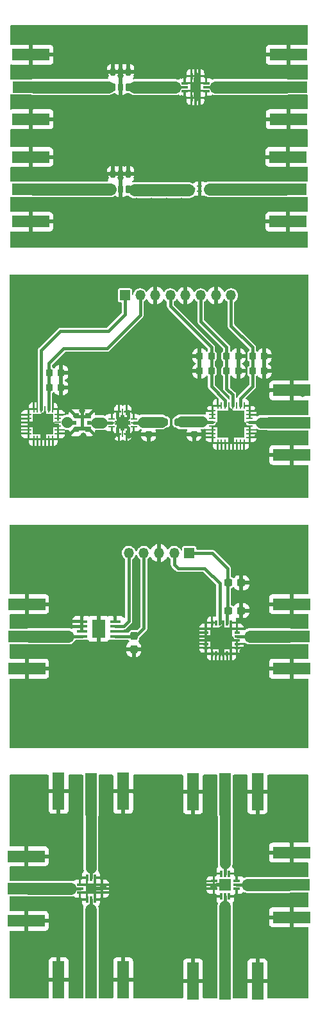
<source format=gbr>
%TF.GenerationSoftware,KiCad,Pcbnew,(6.0.1)*%
%TF.CreationDate,2022-04-19T10:20:01+02:00*%
%TF.ProjectId,Board1,426f6172-6431-42e6-9b69-6361645f7063,rev?*%
%TF.SameCoordinates,Original*%
%TF.FileFunction,Copper,L1,Top*%
%TF.FilePolarity,Positive*%
%FSLAX46Y46*%
G04 Gerber Fmt 4.6, Leading zero omitted, Abs format (unit mm)*
G04 Created by KiCad (PCBNEW (6.0.1)) date 2022-04-19 10:20:01*
%MOMM*%
%LPD*%
G01*
G04 APERTURE LIST*
G04 Aperture macros list*
%AMRoundRect*
0 Rectangle with rounded corners*
0 $1 Rounding radius*
0 $2 $3 $4 $5 $6 $7 $8 $9 X,Y pos of 4 corners*
0 Add a 4 corners polygon primitive as box body*
4,1,4,$2,$3,$4,$5,$6,$7,$8,$9,$2,$3,0*
0 Add four circle primitives for the rounded corners*
1,1,$1+$1,$2,$3*
1,1,$1+$1,$4,$5*
1,1,$1+$1,$6,$7*
1,1,$1+$1,$8,$9*
0 Add four rect primitives between the rounded corners*
20,1,$1+$1,$2,$3,$4,$5,0*
20,1,$1+$1,$4,$5,$6,$7,0*
20,1,$1+$1,$6,$7,$8,$9,0*
20,1,$1+$1,$8,$9,$2,$3,0*%
%AMFreePoly0*
4,1,10,-0.450000,0.185000,0.450000,0.185000,0.450000,0.435000,1.200000,0.435000,1.200000,-0.035000,1.000000,-0.235000,-1.200000,-0.235000,-1.200000,0.435000,-0.450000,0.435000,-0.450000,0.185000,-0.450000,0.185000,$1*%
%AMFreePoly1*
4,1,10,-0.450000,0.185000,0.450000,0.185000,0.450000,0.435000,1.200000,0.435000,1.200000,-0.235000,-1.000000,-0.235000,-1.200000,-0.035000,-1.200000,0.435000,-0.450000,0.435000,-0.450000,0.185000,-0.450000,0.185000,$1*%
G04 Aperture macros list end*
%TA.AperFunction,SMDPad,CuDef*%
%ADD10RoundRect,0.237500X-0.300000X-0.237500X0.300000X-0.237500X0.300000X0.237500X-0.300000X0.237500X0*%
%TD*%
%TA.AperFunction,SMDPad,CuDef*%
%ADD11R,0.850000X0.300000*%
%TD*%
%TA.AperFunction,SMDPad,CuDef*%
%ADD12R,0.300000X0.850000*%
%TD*%
%TA.AperFunction,SMDPad,CuDef*%
%ADD13R,1.450000X1.450000*%
%TD*%
%TA.AperFunction,SMDPad,CuDef*%
%ADD14R,1.400000X0.450000*%
%TD*%
%TA.AperFunction,SMDPad,CuDef*%
%ADD15R,1.780000X2.410000*%
%TD*%
%TA.AperFunction,SMDPad,CuDef*%
%ADD16RoundRect,0.225000X-0.225000X-0.250000X0.225000X-0.250000X0.225000X0.250000X-0.225000X0.250000X0*%
%TD*%
%TA.AperFunction,SMDPad,CuDef*%
%ADD17R,1.500000X5.600000*%
%TD*%
%TA.AperFunction,SMDPad,CuDef*%
%ADD18R,1.600000X4.900000*%
%TD*%
%TA.AperFunction,SMDPad,CuDef*%
%ADD19RoundRect,0.200000X-0.200000X-0.275000X0.200000X-0.275000X0.200000X0.275000X-0.200000X0.275000X0*%
%TD*%
%TA.AperFunction,SMDPad,CuDef*%
%ADD20R,5.600000X1.500000*%
%TD*%
%TA.AperFunction,SMDPad,CuDef*%
%ADD21R,4.900000X1.600000*%
%TD*%
%TA.AperFunction,SMDPad,CuDef*%
%ADD22RoundRect,0.062500X-0.337500X-0.062500X0.337500X-0.062500X0.337500X0.062500X-0.337500X0.062500X0*%
%TD*%
%TA.AperFunction,SMDPad,CuDef*%
%ADD23RoundRect,0.062500X-0.062500X-0.337500X0.062500X-0.337500X0.062500X0.337500X-0.062500X0.337500X0*%
%TD*%
%TA.AperFunction,SMDPad,CuDef*%
%ADD24R,3.600000X3.600000*%
%TD*%
%TA.AperFunction,SMDPad,CuDef*%
%ADD25RoundRect,0.200000X0.275000X-0.200000X0.275000X0.200000X-0.275000X0.200000X-0.275000X-0.200000X0*%
%TD*%
%TA.AperFunction,SMDPad,CuDef*%
%ADD26R,0.200000X0.350000*%
%TD*%
%TA.AperFunction,SMDPad,CuDef*%
%ADD27R,0.750000X0.200000*%
%TD*%
%TA.AperFunction,SMDPad,CuDef*%
%ADD28RoundRect,0.062500X-0.350000X-0.062500X0.350000X-0.062500X0.350000X0.062500X-0.350000X0.062500X0*%
%TD*%
%TA.AperFunction,SMDPad,CuDef*%
%ADD29RoundRect,0.062500X-0.062500X-0.350000X0.062500X-0.350000X0.062500X0.350000X-0.062500X0.350000X0*%
%TD*%
%TA.AperFunction,SMDPad,CuDef*%
%ADD30R,2.700000X2.700000*%
%TD*%
%TA.AperFunction,SMDPad,CuDef*%
%ADD31RoundRect,0.225000X0.225000X0.250000X-0.225000X0.250000X-0.225000X-0.250000X0.225000X-0.250000X0*%
%TD*%
%TA.AperFunction,SMDPad,CuDef*%
%ADD32R,0.700000X0.300000*%
%TD*%
%TA.AperFunction,SMDPad,CuDef*%
%ADD33R,0.300000X0.700000*%
%TD*%
%TA.AperFunction,SMDPad,CuDef*%
%ADD34R,2.950000X2.950000*%
%TD*%
%TA.AperFunction,ComponentPad*%
%ADD35R,1.350000X1.350000*%
%TD*%
%TA.AperFunction,ComponentPad*%
%ADD36O,1.350000X1.350000*%
%TD*%
%TA.AperFunction,SMDPad,CuDef*%
%ADD37RoundRect,0.062500X-0.062500X0.350000X-0.062500X-0.350000X0.062500X-0.350000X0.062500X0.350000X0*%
%TD*%
%TA.AperFunction,SMDPad,CuDef*%
%ADD38RoundRect,0.062500X-0.350000X0.062500X-0.350000X-0.062500X0.350000X-0.062500X0.350000X0.062500X0*%
%TD*%
%TA.AperFunction,SMDPad,CuDef*%
%ADD39R,1.650000X1.650000*%
%TD*%
%TA.AperFunction,SMDPad,CuDef*%
%ADD40RoundRect,0.200000X-0.275000X0.200000X-0.275000X-0.200000X0.275000X-0.200000X0.275000X0.200000X0*%
%TD*%
%TA.AperFunction,SMDPad,CuDef*%
%ADD41RoundRect,0.075000X-0.362500X-0.075000X0.362500X-0.075000X0.362500X0.075000X-0.362500X0.075000X0*%
%TD*%
%TA.AperFunction,SMDPad,CuDef*%
%ADD42RoundRect,0.075000X-0.075000X-0.362500X0.075000X-0.362500X0.075000X0.362500X-0.075000X0.362500X0*%
%TD*%
%TA.AperFunction,SMDPad,CuDef*%
%ADD43R,0.300000X0.900000*%
%TD*%
%TA.AperFunction,SMDPad,CuDef*%
%ADD44R,0.900000X0.300000*%
%TD*%
%TA.AperFunction,SMDPad,CuDef*%
%ADD45R,1.500000X1.500000*%
%TD*%
%TA.AperFunction,SMDPad,CuDef*%
%ADD46RoundRect,0.152500X0.152500X-0.382500X0.152500X0.382500X-0.152500X0.382500X-0.152500X-0.382500X0*%
%TD*%
%TA.AperFunction,SMDPad,CuDef*%
%ADD47R,0.480000X0.500000*%
%TD*%
%TA.AperFunction,SMDPad,CuDef*%
%ADD48FreePoly0,180.000000*%
%TD*%
%TA.AperFunction,SMDPad,CuDef*%
%ADD49FreePoly1,0.000000*%
%TD*%
%TA.AperFunction,SMDPad,CuDef*%
%ADD50RoundRect,0.237500X-0.237500X0.300000X-0.237500X-0.300000X0.237500X-0.300000X0.237500X0.300000X0*%
%TD*%
%TA.AperFunction,ViaPad*%
%ADD51C,0.800000*%
%TD*%
%TA.AperFunction,Conductor*%
%ADD52C,0.381000*%
%TD*%
%TA.AperFunction,Conductor*%
%ADD53C,0.400000*%
%TD*%
%TA.AperFunction,Conductor*%
%ADD54C,1.582420*%
%TD*%
%TA.AperFunction,Conductor*%
%ADD55C,0.254000*%
%TD*%
%TA.AperFunction,Conductor*%
%ADD56C,1.623060*%
%TD*%
%TA.AperFunction,Conductor*%
%ADD57C,0.250000*%
%TD*%
%TA.AperFunction,Conductor*%
%ADD58C,1.473200*%
%TD*%
%TA.AperFunction,Conductor*%
%ADD59C,1.526540*%
%TD*%
%TA.AperFunction,Conductor*%
%ADD60C,1.541780*%
%TD*%
%TA.AperFunction,Conductor*%
%ADD61C,1.592580*%
%TD*%
%TA.AperFunction,Conductor*%
%ADD62C,0.840740*%
%TD*%
G04 APERTURE END LIST*
D10*
%TO.P,C2,1*%
%TO.N,N/C*%
X139137500Y-113600000D03*
%TO.P,C2,2*%
X140862500Y-113600000D03*
%TD*%
D11*
%TO.P,IC1,1,GND_1*%
%TO.N,N/C*%
X119550011Y-149772499D03*
%TO.P,IC1,2,IF-OUT*%
X119550011Y-150282499D03*
%TO.P,IC1,3,GND_2*%
X119550011Y-150792499D03*
D12*
%TO.P,IC1,4,GND_3*%
X120490011Y-151732499D03*
%TO.P,IC1,5,LO-IN*%
X121000011Y-151732499D03*
%TO.P,IC1,6,GND_4*%
X121510011Y-151732499D03*
D11*
%TO.P,IC1,7,N/C_1*%
X122450011Y-150792499D03*
%TO.P,IC1,8,N/C_2*%
X122450011Y-150282499D03*
%TO.P,IC1,9,N/C_3*%
X122450011Y-149772499D03*
D12*
%TO.P,IC1,10,GND_5*%
X121510011Y-148832499D03*
%TO.P,IC1,11,RF-IN*%
X121000011Y-148832499D03*
%TO.P,IC1,12,GND_6*%
X120490011Y-148832499D03*
D13*
%TO.P,IC1,13,EP*%
X121000011Y-150282499D03*
%TD*%
D14*
%TO.P,IC2,1,VCC*%
%TO.N,N/C*%
X124200000Y-116975000D03*
%TO.P,IC2,2,N/C_1*%
X124200000Y-116325000D03*
%TO.P,IC2,3,VTUNE*%
X124200000Y-115675000D03*
%TO.P,IC2,4,GND_1*%
X124200000Y-115025000D03*
%TO.P,IC2,5,GND_2*%
X119800000Y-115025000D03*
%TO.P,IC2,6,N/C_2*%
X119800000Y-115675000D03*
%TO.P,IC2,7,N/C_3*%
X119800000Y-116325000D03*
%TO.P,IC2,8,RFOUT*%
X119800000Y-116975000D03*
D15*
%TO.P,IC2,9,EP*%
X122000000Y-116000000D03*
%TD*%
D16*
%TO.P,C1,1*%
%TO.N,N/C*%
X115497501Y-82200001D03*
%TO.P,C1,2*%
X117047501Y-82200001D03*
%TD*%
D17*
%TO.P,J5,1,RF*%
%TO.N,N/C*%
X138740000Y-162132500D03*
D18*
%TO.P,J5,S1*%
X134480000Y-162482500D03*
%TO.P,J5,S2*%
X143000000Y-162482500D03*
%TD*%
D19*
%TO.P,R2,1*%
%TO.N,N/C*%
X130797500Y-88700000D03*
%TO.P,R2,2*%
X132447500Y-88700000D03*
%TD*%
D20*
%TO.P,J3,1,RF*%
%TO.N,N/C*%
X112800000Y-150282500D03*
D21*
%TO.P,J3,S1*%
X112450000Y-146022500D03*
%TO.P,J3,S2*%
X112450000Y-154542500D03*
%TD*%
D17*
%TO.P,J4,1,RF*%
%TO.N,N/C*%
X138740000Y-137867500D03*
D18*
%TO.P,J4,S1*%
X143000000Y-137517500D03*
%TO.P,J4,S2*%
X134480000Y-137517500D03*
%TD*%
D16*
%TO.P,C4,1*%
%TO.N,N/C*%
X138925000Y-82000000D03*
%TO.P,C4,2*%
X140475000Y-82000000D03*
%TD*%
D22*
%TO.P,U3,1,NC*%
%TO.N,N/C*%
X137049992Y-87250000D03*
%TO.P,U3,2,NC*%
X137049992Y-87750000D03*
%TO.P,U3,3,GND*%
X137049992Y-88250000D03*
%TO.P,U3,4,In*%
X137049992Y-88750000D03*
%TO.P,U3,5,GND*%
X137049992Y-89250000D03*
%TO.P,U3,6,NC*%
X137049992Y-89750000D03*
%TO.P,U3,7,NC*%
X137049992Y-90250000D03*
%TO.P,U3,8,NC*%
X137049992Y-90750000D03*
D23*
%TO.P,U3,9,NC*%
X137749992Y-91450000D03*
%TO.P,U3,10,NC*%
X138249992Y-91450000D03*
%TO.P,U3,11,NC*%
X138749992Y-91450000D03*
%TO.P,U3,12,NC*%
X139249992Y-91450000D03*
%TO.P,U3,13,NC*%
X139749992Y-91450000D03*
%TO.P,U3,14,NC*%
X140249992Y-91450000D03*
%TO.P,U3,15,NC*%
X140749992Y-91450000D03*
%TO.P,U3,16,NC*%
X141249992Y-91450000D03*
D22*
%TO.P,U3,17,NC*%
X141949992Y-90750000D03*
%TO.P,U3,18,NC*%
X141949992Y-90250000D03*
%TO.P,U3,19,NC*%
X141949992Y-89750000D03*
%TO.P,U3,20,GND*%
X141949992Y-89250000D03*
%TO.P,U3,21,Out*%
X141949992Y-88750000D03*
%TO.P,U3,22,GND*%
X141949992Y-88250000D03*
%TO.P,U3,23,NC*%
X141949992Y-87750000D03*
%TO.P,U3,24,NC*%
X141949992Y-87250000D03*
D23*
%TO.P,U3,25,GND*%
X141249992Y-86550000D03*
%TO.P,U3,26,Vdd3*%
X140749992Y-86550000D03*
%TO.P,U3,27,GND*%
X140249992Y-86550000D03*
%TO.P,U3,28,Vdd2*%
X139749992Y-86550000D03*
%TO.P,U3,29,GND*%
X139249992Y-86550000D03*
%TO.P,U3,30,Vdd1*%
X138749992Y-86550000D03*
%TO.P,U3,31,GND*%
X138249992Y-86550000D03*
%TO.P,U3,32,NC*%
X137749992Y-86550000D03*
D24*
%TO.P,U3,33,GND*%
X139499992Y-89000000D03*
%TD*%
D25*
%TO.P,R3,1*%
%TO.N,N/C*%
X134622500Y-90325000D03*
%TO.P,R3,2*%
X134622500Y-88675000D03*
%TD*%
D20*
%TO.P,J1,1,RF*%
%TO.N,N/C*%
X147132500Y-117000000D03*
D21*
%TO.P,J1,S1*%
X147482500Y-121260000D03*
%TO.P,J1,S2*%
X147482500Y-112740000D03*
%TD*%
D26*
%TO.P,FL4,1,In*%
%TO.N,N/C*%
X134628010Y-57915999D03*
D27*
%TO.P,FL4,2,GND*%
X135353010Y-58240999D03*
D26*
%TO.P,FL4,3,Out*%
X136078010Y-57915999D03*
D27*
%TO.P,FL4,4,GND*%
X135353010Y-57590999D03*
%TD*%
D28*
%TO.P,Y1,1*%
%TO.N,N/C*%
X112735001Y-87750000D03*
%TO.P,Y1,2*%
X112735001Y-88250000D03*
%TO.P,Y1,3*%
X112735001Y-88750000D03*
%TO.P,Y1,4*%
X112735001Y-89250000D03*
%TO.P,Y1,5*%
X112735001Y-89750000D03*
%TO.P,Y1,6*%
X112735001Y-90250000D03*
D29*
%TO.P,Y1,7*%
X113447501Y-90962500D03*
%TO.P,Y1,8*%
X113947501Y-90962500D03*
%TO.P,Y1,9*%
X114447501Y-90962500D03*
%TO.P,Y1,10*%
X114947501Y-90962500D03*
%TO.P,Y1,11*%
X115447501Y-90962500D03*
%TO.P,Y1,12*%
X115947501Y-90962500D03*
D28*
%TO.P,Y1,13*%
X116660001Y-90250000D03*
%TO.P,Y1,14*%
X116660001Y-89750000D03*
%TO.P,Y1,15,GND*%
X116660001Y-89250000D03*
%TO.P,Y1,16,RFout*%
X116660001Y-88750000D03*
%TO.P,Y1,17*%
X116660001Y-88250000D03*
%TO.P,Y1,18*%
X116660001Y-87750000D03*
D29*
%TO.P,Y1,19*%
X115947501Y-87037500D03*
%TO.P,Y1,20,Vcc*%
X115447501Y-87037500D03*
%TO.P,Y1,21*%
X114947501Y-87037500D03*
%TO.P,Y1,22,VTune*%
X114447501Y-87037500D03*
%TO.P,Y1,23*%
X113947501Y-87037500D03*
%TO.P,Y1,24*%
X113447501Y-87037500D03*
D30*
%TO.P,Y1,25,GND*%
X114697501Y-89000000D03*
%TD*%
D31*
%TO.P,C6,1*%
%TO.N,N/C*%
X136907500Y-80000000D03*
%TO.P,C6,2*%
X135357500Y-80000000D03*
%TD*%
D32*
%TO.P,IC1,1,N/C_1*%
%TO.N,N/C*%
X136200007Y-115999999D03*
%TO.P,IC1,2,N/C_2*%
X136200007Y-116499999D03*
%TO.P,IC1,3,N/C_3*%
X136200007Y-116999999D03*
%TO.P,IC1,4,N/C_4*%
X136200007Y-117499999D03*
%TO.P,IC1,5,N/C_5*%
X136200007Y-117999999D03*
%TO.P,IC1,6,N/C_6*%
X136200007Y-118499999D03*
D33*
%TO.P,IC1,7,N/C_7*%
X137000007Y-119299999D03*
%TO.P,IC1,8,N/C_8*%
X137500007Y-119299999D03*
%TO.P,IC1,9,N/C_9*%
X138000007Y-119299999D03*
%TO.P,IC1,10,N/C_10*%
X138500007Y-119299999D03*
%TO.P,IC1,11,N/C_11*%
X139000007Y-119299999D03*
%TO.P,IC1,12,N/C_12*%
X139500007Y-119299999D03*
D32*
%TO.P,IC1,13,N/C_13*%
X140300007Y-118499999D03*
%TO.P,IC1,14,N/C_14*%
X140300007Y-117999999D03*
%TO.P,IC1,15,GND*%
X140300007Y-117499999D03*
%TO.P,IC1,16,RFOUT*%
X140300007Y-116999999D03*
%TO.P,IC1,17,N/C_15*%
X140300007Y-116499999D03*
%TO.P,IC1,18,N/C_16*%
X140300007Y-115999999D03*
D33*
%TO.P,IC1,19,N/C_17*%
X139500007Y-115199999D03*
%TO.P,IC1,20,VCC*%
X139000007Y-115199999D03*
%TO.P,IC1,21,N/C_18*%
X138500007Y-115199999D03*
%TO.P,IC1,22,VTUNE*%
X138000007Y-115199999D03*
%TO.P,IC1,23,N/C_19*%
X137500007Y-115199999D03*
%TO.P,IC1,24,N/C_20*%
X137000007Y-115199999D03*
D34*
%TO.P,IC1,25,EP*%
X138250007Y-117249999D03*
%TD*%
D16*
%TO.P,C8,1*%
%TO.N,N/C*%
X142357500Y-82000000D03*
%TO.P,C8,2*%
X143907500Y-82000000D03*
%TD*%
%TO.P,C2,1*%
%TO.N,N/C*%
X115497501Y-84200001D03*
%TO.P,C2,2*%
X117047501Y-84200001D03*
%TD*%
D35*
%TO.P,J3,1,Pin_1*%
%TO.N,N/C*%
X134000000Y-106000000D03*
D36*
%TO.P,J3,2,Pin_2*%
X132000000Y-106000000D03*
%TO.P,J3,3,Pin_3*%
X130000000Y-106000000D03*
%TO.P,J3,4,Pin_4*%
X128000000Y-106000000D03*
%TO.P,J3,5,Pin_5*%
X126000000Y-106000000D03*
%TD*%
D20*
%TO.P,J4,1,RF*%
%TO.N,N/C*%
X146652500Y-58000000D03*
D21*
%TO.P,J4,S1*%
X147002500Y-62260000D03*
%TO.P,J4,S2*%
X147002500Y-53740000D03*
%TD*%
D37*
%TO.P,U2,1,GND*%
%TO.N,N/C*%
X125700000Y-87337500D03*
%TO.P,U2,2*%
X125200000Y-87337500D03*
%TO.P,U2,3,GND*%
X124700000Y-87337500D03*
D38*
%TO.P,U2,4,GND*%
X123737500Y-88300000D03*
%TO.P,U2,5,In*%
X123737500Y-88800000D03*
%TO.P,U2,6,GND*%
X123737500Y-89300000D03*
D37*
%TO.P,U2,7,GND*%
X124700000Y-90262500D03*
%TO.P,U2,8*%
X125200000Y-90262500D03*
%TO.P,U2,9,GND*%
X125700000Y-90262500D03*
D38*
%TO.P,U2,10,GND*%
X126662500Y-89300000D03*
%TO.P,U2,11,Out*%
X126662500Y-88800000D03*
%TO.P,U2,12,GND*%
X126662500Y-88300000D03*
D39*
%TO.P,U2,13,GND*%
X125200000Y-88800000D03*
%TD*%
D16*
%TO.P,C5,1*%
%TO.N,N/C*%
X142357500Y-80000000D03*
%TO.P,C5,2*%
X143907500Y-80000000D03*
%TD*%
D40*
%TO.P,R1,1*%
%TO.N,N/C*%
X128622500Y-88675000D03*
%TO.P,R1,2*%
X128622500Y-90325000D03*
%TD*%
D20*
%TO.P,J1,1,RF*%
%TO.N,N/C*%
X147200000Y-88800000D03*
D21*
%TO.P,J1,S1*%
X147550000Y-93060000D03*
%TO.P,J1,S2*%
X147550000Y-84540000D03*
%TD*%
D17*
%TO.P,J1,1,RF*%
%TO.N,N/C*%
X121000000Y-137800000D03*
D18*
%TO.P,J1,S1*%
X125260000Y-137450000D03*
%TO.P,J1,S2*%
X116740000Y-137450000D03*
%TD*%
D20*
%TO.P,J6,1,RF*%
%TO.N,N/C*%
X147132500Y-149800000D03*
D21*
%TO.P,J6,S1*%
X147482500Y-154060000D03*
%TO.P,J6,S2*%
X147482500Y-145540000D03*
%TD*%
D20*
%TO.P,J2,1,RF*%
%TO.N,N/C*%
X146720000Y-44500000D03*
D21*
%TO.P,J2,S1*%
X147070000Y-48760000D03*
%TO.P,J2,S2*%
X147070000Y-40240000D03*
%TD*%
D20*
%TO.P,J3,1,RF*%
%TO.N,N/C*%
X113387500Y-58000000D03*
D21*
%TO.P,J3,S1*%
X113037500Y-53740000D03*
%TO.P,J3,S2*%
X113037500Y-62260000D03*
%TD*%
D41*
%TO.P,FL2,1,GND*%
%TO.N,N/C*%
X133362500Y-43989998D03*
%TO.P,FL2,2,In*%
X133362500Y-44499998D03*
%TO.P,FL2,3,GND*%
X133362500Y-45009998D03*
D42*
%TO.P,FL2,4,NC*%
X134290000Y-45937498D03*
%TO.P,FL2,5,NC*%
X134800000Y-45937498D03*
%TO.P,FL2,6,NC*%
X135310000Y-45937498D03*
D41*
%TO.P,FL2,7,GND*%
X136237500Y-45009998D03*
%TO.P,FL2,8,Out*%
X136237500Y-44499998D03*
%TO.P,FL2,9,GND*%
X136237500Y-43989998D03*
D42*
%TO.P,FL2,10,NC*%
X135310000Y-43062498D03*
%TO.P,FL2,11,NC*%
X134800000Y-43062498D03*
%TO.P,FL2,12,NC*%
X134290000Y-43062498D03*
D13*
%TO.P,FL2,13,NC*%
X134800000Y-44499998D03*
%TD*%
D43*
%TO.P,U1,1,GND*%
%TO.N,N/C*%
X138240006Y-151300001D03*
%TO.P,U1,2,LO*%
X138740006Y-151300001D03*
%TO.P,U1,3,GND*%
X139240006Y-151300001D03*
D44*
%TO.P,U1,4,GND*%
X140240006Y-150300001D03*
%TO.P,U1,5,IF*%
X140240006Y-149800001D03*
%TO.P,U1,6,GND*%
X140240006Y-149300001D03*
D43*
%TO.P,U1,7,GND*%
X139240006Y-148300001D03*
%TO.P,U1,8,RF*%
X138740006Y-148300001D03*
%TO.P,U1,9,GND*%
X138240006Y-148300001D03*
D44*
%TO.P,U1,10,NIC*%
X137240006Y-149300001D03*
%TO.P,U1,11,NIC*%
X137240006Y-149800001D03*
%TO.P,U1,12,NIC*%
X137240006Y-150300001D03*
D45*
%TO.P,U1,13,GND_(EP)*%
X138740006Y-149800001D03*
%TD*%
D17*
%TO.P,J2,1,RF*%
%TO.N,N/C*%
X121000000Y-161965000D03*
D18*
%TO.P,J2,S1*%
X116740000Y-162315000D03*
%TO.P,J2,S2*%
X125260000Y-162315000D03*
%TD*%
D16*
%TO.P,C7,1*%
%TO.N,N/C*%
X138925000Y-80000000D03*
%TO.P,C7,2*%
X140475000Y-80000000D03*
%TD*%
D10*
%TO.P,C1,1*%
%TO.N,N/C*%
X139147500Y-109920000D03*
%TO.P,C1,2*%
X140872500Y-109920000D03*
%TD*%
D46*
%TO.P,FL3,1,IN*%
%TO.N,N/C*%
X123938333Y-58025000D03*
%TO.P,FL3,2,GND*%
X124928333Y-58025000D03*
%TO.P,FL3,3,OUT*%
X125918333Y-58025000D03*
%TO.P,FL3,4,GND*%
X125918333Y-55975000D03*
%TO.P,FL3,5,GND*%
X124928333Y-55975000D03*
%TO.P,FL3,6,GND*%
X123938333Y-55975000D03*
%TD*%
D31*
%TO.P,C3,1*%
%TO.N,N/C*%
X136907500Y-82000000D03*
%TO.P,C3,2*%
X135357500Y-82000000D03*
%TD*%
D20*
%TO.P,J1,1,RF*%
%TO.N,N/C*%
X113455000Y-44500000D03*
D21*
%TO.P,J1,S1*%
X113105000Y-40240000D03*
%TO.P,J1,S2*%
X113105000Y-48760000D03*
%TD*%
D47*
%TO.P,TP1,A,Out*%
%TO.N,N/C*%
X120760000Y-88800001D03*
%TO.P,TP1,C,In*%
X118840000Y-88800001D03*
D48*
%TO.P,TP1,G,GND*%
X119800000Y-89615001D03*
D49*
X119800000Y-87985001D03*
%TD*%
D50*
%TO.P,C3,1*%
%TO.N,N/C*%
X126660000Y-116957500D03*
%TO.P,C3,2*%
X126660000Y-118682500D03*
%TD*%
D35*
%TO.P,J2,1,Pin_1*%
%TO.N,N/C*%
X125500000Y-72000000D03*
D36*
%TO.P,J2,2,Pin_2*%
X127500000Y-72000000D03*
%TO.P,J2,3,Pin_3*%
X129500000Y-72000000D03*
%TO.P,J2,4,Pin_4*%
X131500000Y-72000000D03*
%TO.P,J2,5,Pin_5*%
X133500000Y-72000000D03*
%TO.P,J2,6,Pin_6*%
X135500000Y-72000000D03*
%TO.P,J2,7,Pin_7*%
X137500000Y-72000000D03*
%TO.P,J2,8,Pin_8*%
X139500000Y-72000000D03*
%TD*%
D46*
%TO.P,FL1,1,IN*%
%TO.N,N/C*%
X123938333Y-44525001D03*
%TO.P,FL1,2,GND*%
X124928333Y-44525001D03*
%TO.P,FL1,3,OUT*%
X125918333Y-44525001D03*
%TO.P,FL1,4,GND*%
X125918333Y-42475001D03*
%TO.P,FL1,5,GND*%
X124928333Y-42475001D03*
%TO.P,FL1,6,GND*%
X123938333Y-42475001D03*
%TD*%
D20*
%TO.P,J2,1,RF*%
%TO.N,N/C*%
X112867500Y-117000000D03*
D21*
%TO.P,J2,S1*%
X112517500Y-112740000D03*
%TO.P,J2,S2*%
X112517500Y-121260000D03*
%TD*%
D51*
%TO.N,*%
X138400000Y-88100000D03*
X133000000Y-59500000D03*
X127000000Y-59500000D03*
X111000000Y-56500000D03*
X149000000Y-121000000D03*
X130000000Y-112000000D03*
X144000000Y-122000000D03*
X124928333Y-56500000D03*
X114000000Y-157000000D03*
X137000000Y-70000000D03*
X125000000Y-86000000D03*
X146000000Y-137000000D03*
X145000000Y-59500000D03*
X115000000Y-51000000D03*
X125000000Y-121000000D03*
X122500000Y-53500000D03*
X119000000Y-59500000D03*
X138400000Y-89900000D03*
X130000000Y-79000000D03*
X121000000Y-131000000D03*
X111000000Y-127000000D03*
X133000000Y-94000000D03*
X149000000Y-82000000D03*
X125000000Y-51000000D03*
X140000000Y-61000000D03*
X130000000Y-139000000D03*
X129000000Y-113000000D03*
X119000000Y-46000000D03*
X139000000Y-131000000D03*
X112000000Y-86000000D03*
X111000000Y-72000000D03*
X145000000Y-127000000D03*
X135000000Y-115000000D03*
X140330000Y-162010000D03*
X149000000Y-70000000D03*
X149000000Y-93000000D03*
X111000000Y-115000000D03*
X140330000Y-156010000D03*
X122000000Y-118000000D03*
X121000000Y-56500000D03*
X121000000Y-70000000D03*
X145000000Y-131000000D03*
X111000000Y-80000000D03*
X122600000Y-146000000D03*
X131000000Y-59500000D03*
X127000000Y-143000000D03*
X112000000Y-92000000D03*
X149000000Y-85000000D03*
X124928333Y-43000000D03*
X137000000Y-131000000D03*
X147000000Y-46000000D03*
X125000000Y-125000000D03*
X115000000Y-126000000D03*
X133000000Y-147000000D03*
X137000000Y-46000000D03*
X111000000Y-98000000D03*
X122600000Y-154000000D03*
X149000000Y-59500000D03*
X145000000Y-103000000D03*
X139000000Y-59500000D03*
X119300000Y-140000000D03*
X137000000Y-59500000D03*
X132500000Y-96500000D03*
X119300000Y-136000000D03*
X134000000Y-120000000D03*
X117000000Y-122000000D03*
X127500000Y-63500000D03*
X140330000Y-152010000D03*
X127000000Y-115000000D03*
X146000000Y-158000000D03*
X117000000Y-56500000D03*
X119000000Y-56500000D03*
X147500000Y-84000000D03*
X136014577Y-121990329D03*
X122500000Y-81500000D03*
X147000000Y-98000000D03*
X126000000Y-151000000D03*
X113900000Y-88200000D03*
X119300000Y-138000000D03*
X131000000Y-98000000D03*
X143000000Y-85000000D03*
X137500000Y-96500000D03*
X119800000Y-87200000D03*
X117000000Y-111000000D03*
X127000000Y-43000000D03*
X141000000Y-115000000D03*
X121000000Y-103000000D03*
X135000000Y-103000000D03*
X119300000Y-152000000D03*
X129000000Y-117000000D03*
X126000000Y-155000000D03*
X119300000Y-148000000D03*
X123000000Y-43000000D03*
X135000000Y-111000000D03*
X122500000Y-38500000D03*
X117980000Y-148600000D03*
X122000000Y-116000000D03*
X115000000Y-107000000D03*
X132000000Y-162000000D03*
X123000000Y-103000000D03*
X147000000Y-119000000D03*
X119000000Y-81000000D03*
X145000000Y-90500000D03*
X140330000Y-146010000D03*
X140000000Y-128000000D03*
X118000000Y-152000000D03*
X122600000Y-164000000D03*
X140600000Y-90100000D03*
X111000000Y-107000000D03*
X119300000Y-146000000D03*
X130000000Y-160000000D03*
X139000000Y-98000000D03*
X121000000Y-59500000D03*
X142500000Y-63500000D03*
X129000000Y-115000000D03*
X131000000Y-124000000D03*
X117500000Y-38500000D03*
X147000000Y-43000000D03*
X133000000Y-70000000D03*
X143000000Y-98000000D03*
X142500000Y-96500000D03*
X125000000Y-84000000D03*
X122600000Y-144000000D03*
X148000000Y-161000000D03*
X137200000Y-164000000D03*
X139000000Y-43000000D03*
X113900000Y-89700000D03*
X148040000Y-151640000D03*
X137500000Y-63500000D03*
X130000000Y-118000000D03*
X129000000Y-121000000D03*
X145000000Y-56500000D03*
X143000000Y-46000000D03*
X128000000Y-87000000D03*
X127000000Y-113000000D03*
X121000000Y-43000000D03*
X139000000Y-56500000D03*
X135000000Y-94000000D03*
X130000000Y-94000000D03*
X149000000Y-127000000D03*
X128000000Y-122000000D03*
X111000000Y-131000000D03*
X113000000Y-162000000D03*
X135000000Y-121000000D03*
X144000000Y-156000000D03*
X140000000Y-124000000D03*
X119300000Y-158000000D03*
X111000000Y-92000000D03*
X111000000Y-96000000D03*
X111000000Y-94000000D03*
X138014577Y-121990329D03*
X149000000Y-87000000D03*
X143000000Y-121000000D03*
X113980000Y-148600000D03*
X142500000Y-53500000D03*
X127000000Y-128000000D03*
X124000000Y-122000000D03*
X113000000Y-115000000D03*
X121000000Y-150300000D03*
X149000000Y-78000000D03*
X145000000Y-98000000D03*
X137200000Y-156000000D03*
X127500000Y-38500000D03*
X111000000Y-76000000D03*
X137500000Y-38500000D03*
X111000000Y-78000000D03*
X111980000Y-148600000D03*
X149000000Y-76000000D03*
X112000000Y-152000000D03*
X124000000Y-90500000D03*
X127500000Y-96500000D03*
X135000000Y-70000000D03*
X123000000Y-98000000D03*
X111000000Y-113000000D03*
X132500000Y-53500000D03*
X111000000Y-88000000D03*
X129000000Y-43000000D03*
X145000000Y-119000000D03*
X137200000Y-158000000D03*
X122500000Y-63500000D03*
X118000000Y-93000000D03*
X121000000Y-119000000D03*
X141000000Y-59500000D03*
X115000000Y-46000000D03*
X137200000Y-160000000D03*
X149000000Y-109000000D03*
X136000000Y-87000000D03*
X121000000Y-121000000D03*
X111000000Y-129000000D03*
X141000000Y-70000000D03*
X117000000Y-43000000D03*
X115000000Y-59500000D03*
X127500000Y-81500000D03*
X118000000Y-86000000D03*
X131000000Y-70000000D03*
X117500000Y-96500000D03*
X132500000Y-48500000D03*
X120000000Y-84000000D03*
X125000000Y-59500000D03*
X149000000Y-105000000D03*
X148000000Y-143000000D03*
X141000000Y-131000000D03*
X135000000Y-113000000D03*
X123000000Y-59500000D03*
X135000000Y-117000000D03*
X122600000Y-136000000D03*
X143000000Y-59500000D03*
X141000000Y-103000000D03*
X147000000Y-115000000D03*
X130000000Y-122000000D03*
X149000000Y-111000000D03*
X111000000Y-119000000D03*
X137200000Y-148000000D03*
X123000000Y-87000000D03*
X119000000Y-103000000D03*
X142000000Y-93000000D03*
X117500000Y-53500000D03*
X123000000Y-56500000D03*
X124000000Y-114000000D03*
X117000000Y-119000000D03*
X146060000Y-148050000D03*
X120000000Y-51000000D03*
X139000000Y-103000000D03*
X128000000Y-157000000D03*
X122600000Y-142000000D03*
X122500000Y-96500000D03*
X132000000Y-116000000D03*
X137200000Y-154000000D03*
X149000000Y-139000000D03*
X139000000Y-121000000D03*
X140330000Y-140010000D03*
X149000000Y-115000000D03*
X127500000Y-84000000D03*
X131000000Y-43000000D03*
X113000000Y-70000000D03*
X115000000Y-98000000D03*
X140330000Y-136010000D03*
X130000000Y-84000000D03*
X137200000Y-152000000D03*
X111000000Y-59500000D03*
X137500000Y-48500000D03*
X115000000Y-131000000D03*
X137200000Y-136000000D03*
X134000000Y-114000000D03*
X135000000Y-84000000D03*
X134000000Y-118000000D03*
X132500000Y-63500000D03*
X111000000Y-109000000D03*
X123000000Y-46000000D03*
X112500000Y-96500000D03*
X118000000Y-90500000D03*
X127000000Y-70000000D03*
X122600000Y-140000000D03*
X115000000Y-129000000D03*
X144060000Y-148050000D03*
X139000000Y-46000000D03*
X149000000Y-129000000D03*
X129000000Y-59500000D03*
X115000000Y-43000000D03*
X125000000Y-61000000D03*
X135000000Y-51000000D03*
X115400000Y-88200000D03*
X129000000Y-111000000D03*
X128000000Y-92000000D03*
X120000000Y-107000000D03*
X120000000Y-122000000D03*
X117000000Y-156000000D03*
X143000000Y-119000000D03*
X113000000Y-131000000D03*
X144000000Y-142000000D03*
X115000000Y-119000000D03*
X149000000Y-72000000D03*
X125000000Y-103000000D03*
X111000000Y-111000000D03*
X146000000Y-109000000D03*
X132000000Y-119000000D03*
X121000000Y-46000000D03*
X133000000Y-131000000D03*
X127000000Y-131000000D03*
X124000000Y-119000000D03*
X149000000Y-103000000D03*
X122000000Y-93000000D03*
X147000000Y-131000000D03*
X143000000Y-70000000D03*
X141000000Y-84000000D03*
X132000000Y-128000000D03*
X129000000Y-56500000D03*
X114000000Y-152000000D03*
X122600000Y-160000000D03*
X140000000Y-122000000D03*
X133000000Y-46000000D03*
X149000000Y-119000000D03*
X134000000Y-122000000D03*
X149000000Y-131000000D03*
X117500000Y-48500000D03*
X129000000Y-46000000D03*
X113000000Y-119000000D03*
X134000000Y-116000000D03*
X135000000Y-56500000D03*
X117000000Y-131000000D03*
X145000000Y-87000000D03*
X123000000Y-121000000D03*
X145000000Y-70000000D03*
X145000000Y-51000000D03*
X113000000Y-98000000D03*
X149000000Y-80000000D03*
X131000000Y-46000000D03*
X144000000Y-106000000D03*
X137000000Y-103000000D03*
X132500000Y-38500000D03*
X115000000Y-103000000D03*
X111000000Y-119000000D03*
X149000000Y-96000000D03*
X139000000Y-106000000D03*
X135000000Y-109000000D03*
X137000000Y-56500000D03*
X137200000Y-138000000D03*
X124000000Y-129000000D03*
X134000000Y-87000000D03*
X121000000Y-98000000D03*
X130000000Y-143000000D03*
X119300000Y-160000000D03*
X111000000Y-70000000D03*
X141000000Y-56500000D03*
X115000000Y-115000000D03*
X126000000Y-122000000D03*
X137500000Y-53500000D03*
X125000000Y-94000000D03*
X137200000Y-150000000D03*
X142500000Y-38500000D03*
X142000000Y-122000000D03*
X119000000Y-70000000D03*
X145000000Y-43000000D03*
X149000000Y-90500000D03*
X125250000Y-88850000D03*
X147000000Y-90500000D03*
X111000000Y-82000000D03*
X111000000Y-74000000D03*
X140330000Y-158010000D03*
X131000000Y-153000000D03*
X144040000Y-151640000D03*
X122600000Y-156000000D03*
X139500000Y-89100000D03*
X117000000Y-143000000D03*
X127000000Y-46000000D03*
X147000000Y-56500000D03*
X122500000Y-48500000D03*
X137000000Y-43000000D03*
X113000000Y-56500000D03*
X130000000Y-114000000D03*
X127000000Y-121000000D03*
X145000000Y-46000000D03*
X143000000Y-115000000D03*
X127000000Y-98000000D03*
X149000000Y-107000000D03*
X149000000Y-123000000D03*
X117000000Y-98000000D03*
X147000000Y-87000000D03*
X130000000Y-116000000D03*
X111000000Y-84000000D03*
X141000000Y-46000000D03*
X140000000Y-41000000D03*
X145000000Y-115000000D03*
X120000000Y-41000000D03*
X130000000Y-110000000D03*
X119300000Y-144000000D03*
X132000000Y-85000000D03*
X134000000Y-144000000D03*
X129000000Y-119000000D03*
X134000000Y-156000000D03*
X146040000Y-151640000D03*
X125000000Y-41000000D03*
X123000000Y-131000000D03*
X140330000Y-138010000D03*
X122600000Y-162000000D03*
X141000000Y-43000000D03*
X119300000Y-162000000D03*
X115400000Y-89700000D03*
X113000000Y-103000000D03*
X147500000Y-96500000D03*
X135000000Y-119000000D03*
X122000000Y-114000000D03*
X134000000Y-151000000D03*
X137000000Y-98000000D03*
X130000000Y-61000000D03*
X122600000Y-150000000D03*
X119000000Y-119000000D03*
X137000000Y-121000000D03*
X140330000Y-142010000D03*
X111000000Y-46000000D03*
X136000000Y-93000000D03*
X143000000Y-131000000D03*
X131000000Y-103000000D03*
X118000000Y-114000000D03*
X140000000Y-51000000D03*
X120000000Y-114000000D03*
X115000000Y-70000000D03*
X120000000Y-94000000D03*
X115000000Y-56500000D03*
X111000000Y-123000000D03*
X120000000Y-126000000D03*
X127500000Y-79000000D03*
X143000000Y-87000000D03*
X133000000Y-56500000D03*
X133000000Y-98000000D03*
X133000000Y-43000000D03*
X115000000Y-94000000D03*
X142500000Y-48500000D03*
X111000000Y-86000000D03*
X122600000Y-148000000D03*
X116000000Y-152000000D03*
X129000000Y-103000000D03*
X131000000Y-131000000D03*
X137200000Y-140000000D03*
X122000000Y-122000000D03*
X140330000Y-160010000D03*
X119000000Y-43000000D03*
X122000000Y-90400000D03*
X143000000Y-103000000D03*
X117000000Y-46000000D03*
X122600000Y-158000000D03*
X135000000Y-131000000D03*
X141000000Y-98000000D03*
X143000000Y-145000000D03*
X130000000Y-146000000D03*
X119000000Y-131000000D03*
X149000000Y-56500000D03*
X147000000Y-59500000D03*
X115980000Y-148600000D03*
X127000000Y-103000000D03*
X119300000Y-164000000D03*
X147000000Y-70000000D03*
X140330000Y-144010000D03*
X123000000Y-111000000D03*
X137200000Y-162000000D03*
X132000000Y-87000000D03*
X127000000Y-56500000D03*
X113000000Y-140000000D03*
X120000000Y-61000000D03*
X111000000Y-105000000D03*
X125000000Y-46000000D03*
X143000000Y-43000000D03*
X129000000Y-109000000D03*
X133000000Y-127000000D03*
X149000000Y-46000000D03*
X134000000Y-110000000D03*
X120000000Y-90500000D03*
X113000000Y-43000000D03*
X140330000Y-148010000D03*
X114000000Y-144000000D03*
X135000000Y-41000000D03*
X145000000Y-163000000D03*
X113000000Y-137000000D03*
X141000000Y-119000000D03*
X149000000Y-113000000D03*
X137200000Y-142000000D03*
X119000000Y-98000000D03*
X142060000Y-148050000D03*
X131000000Y-56500000D03*
X129000000Y-70000000D03*
X123000000Y-70000000D03*
X113000000Y-59500000D03*
X129000000Y-131000000D03*
X130600000Y-90300000D03*
X126000000Y-90500000D03*
X132500000Y-81500000D03*
X111000000Y-103000000D03*
X125000000Y-98000000D03*
X147000000Y-103000000D03*
X139000000Y-70000000D03*
X135000000Y-61000000D03*
X140330000Y-154010000D03*
X137200000Y-144000000D03*
X140000000Y-94000000D03*
X143000000Y-56500000D03*
X125000000Y-147000000D03*
X132600000Y-90300000D03*
X143000000Y-90500000D03*
X138700000Y-149800000D03*
X134000000Y-112000000D03*
X132000000Y-125000000D03*
X111000000Y-43000000D03*
X132500000Y-76500000D03*
X122600000Y-152000000D03*
X133000000Y-103000000D03*
X148060000Y-148050000D03*
X141000000Y-121000000D03*
X125000000Y-131000000D03*
X119300000Y-156000000D03*
X130000000Y-41000000D03*
X117000000Y-103000000D03*
X117000000Y-70000000D03*
X129000000Y-98000000D03*
X130000000Y-120000000D03*
X111000000Y-115000000D03*
X149000000Y-125000000D03*
X135000000Y-98000000D03*
X117000000Y-115000000D03*
X140330000Y-164010000D03*
X122600000Y-138000000D03*
X125000000Y-70000000D03*
X127500000Y-53500000D03*
X137200000Y-146000000D03*
X135000000Y-59500000D03*
X135000000Y-43000000D03*
X149000000Y-98000000D03*
X135000000Y-46000000D03*
X130000000Y-87000000D03*
X128000000Y-163000000D03*
X138000000Y-83000000D03*
X117000000Y-59500000D03*
X130000000Y-51000000D03*
X122000000Y-108000000D03*
X142000000Y-111000000D03*
X132000000Y-110000000D03*
X149000000Y-43000000D03*
X140600000Y-87900000D03*
X111000000Y-90000000D03*
X119300000Y-154000000D03*
X111000000Y-121000000D03*
X113000000Y-46000000D03*
X128000000Y-151000000D03*
X119300000Y-142000000D03*
X117500000Y-63500000D03*
X111000000Y-125000000D03*
X149000000Y-74000000D03*
X142040000Y-151640000D03*
X127500000Y-48500000D03*
%TD*%
D52*
%TO.N,*%
X136907500Y-84025000D02*
X136907500Y-82000000D01*
X115447501Y-87037500D02*
X115447501Y-80975001D01*
D53*
X139034966Y-113560000D02*
X139000007Y-113594959D01*
X132000000Y-107500000D02*
X132000000Y-106000000D01*
X118025000Y-116975000D02*
X119800000Y-116975000D01*
D52*
X138925000Y-78825000D02*
X135500000Y-75400000D01*
D53*
X126660000Y-116957500D02*
X126957500Y-116957500D01*
D54*
X113387500Y-58000000D02*
X123578603Y-58000000D01*
D53*
X138000007Y-115199999D02*
X138000007Y-110000007D01*
X132500000Y-108000000D02*
X132000000Y-107500000D01*
D52*
X118689999Y-88750000D02*
X118740000Y-88800001D01*
D55*
X134628010Y-57915999D02*
X134173999Y-57915999D01*
D52*
X131500000Y-73433750D02*
X131500000Y-72000000D01*
D53*
X135774999Y-88749999D02*
X135700000Y-88675000D01*
D52*
X123300000Y-76700000D02*
X125500000Y-74500000D01*
X138749988Y-85867488D02*
X136907500Y-84025000D01*
X138749988Y-86549999D02*
X138749988Y-85867488D01*
D53*
X136000000Y-108000000D02*
X132500000Y-108000000D01*
X118000000Y-90500000D02*
X118884999Y-89615001D01*
X119800000Y-87200000D02*
X119800000Y-86400000D01*
X135353010Y-57590999D02*
X135353010Y-56537010D01*
X118000000Y-90500000D02*
X118000000Y-90000000D01*
D54*
X146652500Y-58000000D02*
X136670000Y-58000000D01*
D56*
X147132500Y-117000000D02*
X142000000Y-117000000D01*
D53*
X126662500Y-88800000D02*
X127776261Y-88800000D01*
D52*
X142357500Y-78857500D02*
X139500000Y-76000000D01*
D56*
X112867500Y-117000000D02*
X118000000Y-117000000D01*
D53*
X139044966Y-113550000D02*
X139034966Y-113560000D01*
X119800000Y-87985001D02*
X119800000Y-87400000D01*
D55*
X125918333Y-58025000D02*
X126663000Y-58025000D01*
D52*
X114447501Y-87037500D02*
X114447501Y-79252499D01*
D53*
X124200000Y-116975000D02*
X126642500Y-116975000D01*
X119800000Y-87400000D02*
X119800000Y-87200000D01*
X138740000Y-147000000D02*
X138740006Y-147000006D01*
X139044966Y-109880000D02*
X139044966Y-113550000D01*
D57*
X137000000Y-118500000D02*
X138250000Y-117250000D01*
D53*
X126000000Y-114975000D02*
X126000000Y-106000000D01*
D52*
X140749988Y-85632512D02*
X142357500Y-84025000D01*
X142357500Y-80000000D02*
X142357500Y-78857500D01*
X127500000Y-74600000D02*
X127500000Y-72000000D01*
D53*
X138740006Y-147000006D02*
X138740006Y-148300001D01*
D52*
X139500000Y-76000000D02*
X139500000Y-72000000D01*
D54*
X113455000Y-44500000D02*
X123298000Y-44500000D01*
D53*
X139000007Y-113594959D02*
X139000007Y-115199999D01*
D52*
X125500000Y-74500000D02*
X125500000Y-72000000D01*
D53*
X118285989Y-150282499D02*
X118283490Y-150280000D01*
D54*
X126764000Y-44525001D02*
X132149749Y-44525001D01*
D53*
X137000000Y-106000000D02*
X134000000Y-106000000D01*
D58*
X130300000Y-88700000D02*
X127876261Y-88700000D01*
D53*
X125200000Y-88800000D02*
X124500000Y-89500000D01*
X118000000Y-117000000D02*
X118025000Y-116975000D01*
D57*
X139500000Y-118500000D02*
X138250000Y-117250000D01*
D52*
X138925000Y-84292500D02*
X138925000Y-80000000D01*
D59*
X138740000Y-162132500D02*
X138740000Y-152630000D01*
D58*
X135700000Y-88675000D02*
X132925000Y-88675000D01*
D53*
X121000011Y-151732499D02*
X121000011Y-153039989D01*
D52*
X115447501Y-80975001D02*
X117422502Y-79000000D01*
D53*
X118884999Y-89615001D02*
X119800000Y-89615001D01*
X135353010Y-57590999D02*
X135353010Y-58986990D01*
D52*
X114447501Y-79252499D02*
X117000000Y-76700000D01*
D53*
X137049988Y-88749999D02*
X135774999Y-88749999D01*
X123737500Y-88800000D02*
X122500000Y-88800000D01*
X121000011Y-153039989D02*
X121000000Y-153040000D01*
X120715001Y-89615001D02*
X119800000Y-89615001D01*
X125250000Y-88850000D02*
X125900000Y-89500000D01*
X125200000Y-88800000D02*
X125900000Y-88100000D01*
X143270000Y-88770000D02*
X141932505Y-88770000D01*
D58*
X117800000Y-88750000D02*
X117900000Y-88750000D01*
D53*
X124500000Y-88100000D02*
X124500000Y-87400000D01*
D52*
X140749988Y-86549999D02*
X140749988Y-85632512D01*
X117000000Y-76700000D02*
X117322501Y-76700000D01*
D53*
X125200000Y-88800000D02*
X125250000Y-88850000D01*
X125200000Y-88800000D02*
X124500000Y-88100000D01*
X119800000Y-87985001D02*
X120514999Y-87985001D01*
D55*
X137432000Y-44500000D02*
X137431998Y-44499998D01*
D53*
X120514999Y-87985001D02*
X121600000Y-86900000D01*
D55*
X137431998Y-44499998D02*
X136237500Y-44499998D01*
D53*
X125900000Y-88100000D02*
X125900000Y-87300000D01*
X122000000Y-90900000D02*
X120715001Y-89615001D01*
D52*
X136907500Y-82000000D02*
X136907500Y-80000000D01*
D53*
X140300007Y-116999999D02*
X142000000Y-117000000D01*
X126642500Y-116975000D02*
X126660000Y-116957500D01*
X125300000Y-115675000D02*
X126000000Y-114975000D01*
D54*
X146720000Y-44500000D02*
X137432000Y-44500000D01*
D53*
X143300000Y-88800000D02*
X143270000Y-88770000D01*
X139044966Y-109880000D02*
X139044966Y-108044966D01*
D58*
X121000000Y-137800000D02*
X121000000Y-147560000D01*
D53*
X121000011Y-147600011D02*
X121000011Y-148832499D01*
X140240006Y-149800001D02*
X141640001Y-149800001D01*
X119800000Y-89615001D02*
X119800000Y-87400000D01*
D52*
X139749988Y-85117488D02*
X139749988Y-86549999D01*
D53*
X119085001Y-87985001D02*
X117900000Y-86800000D01*
X124500000Y-89500000D02*
X124500000Y-90400000D01*
D52*
X117300000Y-76700000D02*
X123300000Y-76700000D01*
D58*
X121700000Y-88800000D02*
X122500000Y-88800000D01*
D52*
X136907500Y-80000000D02*
X136907500Y-78841250D01*
X135500000Y-75400000D02*
X135500000Y-72000000D01*
D53*
X119800000Y-87985001D02*
X119085001Y-87985001D01*
D60*
X121000000Y-161965000D02*
X121000000Y-153040000D01*
D61*
X147132500Y-149800000D02*
X141680000Y-149800000D01*
D53*
X124200000Y-115675000D02*
X125300000Y-115675000D01*
X139044966Y-108044966D02*
X137000000Y-106000000D01*
D58*
X147200000Y-88800000D02*
X143500000Y-88800000D01*
D53*
X119550011Y-150282499D02*
X118285989Y-150282499D01*
X138740006Y-152610006D02*
X138740006Y-151300001D01*
D52*
X123100000Y-79000000D02*
X127500000Y-74600000D01*
X136907500Y-78841250D02*
X131500000Y-73433750D01*
D54*
X112800000Y-150282500D02*
X118280990Y-150282500D01*
D53*
X128000000Y-115915000D02*
X128000000Y-106000000D01*
D54*
X126764000Y-58126000D02*
X133876000Y-58126000D01*
D53*
X125900000Y-89500000D02*
X125900000Y-90300000D01*
D54*
X118280990Y-150282500D02*
X118283490Y-150280000D01*
D62*
X123608000Y-58000000D02*
X123624000Y-58016000D01*
D53*
X127776261Y-88800000D02*
X127876261Y-88700000D01*
X138000007Y-110000007D02*
X136000000Y-108000000D01*
D52*
X139749988Y-85117488D02*
X138925000Y-84292500D01*
X142357500Y-84025000D02*
X142357500Y-80000000D01*
X138925000Y-80000000D02*
X138925000Y-78825000D01*
D55*
X133362500Y-44499998D02*
X132770002Y-44499998D01*
D53*
X126957500Y-116957500D02*
X128000000Y-115915000D01*
D58*
X138740000Y-137867500D02*
X138740000Y-147000000D01*
D52*
X117500000Y-79000000D02*
X123100000Y-79000000D01*
D55*
X125918333Y-44525001D02*
X126764000Y-44525001D01*
%TD*%
%TA.AperFunction,NonConductor*%
G36*
X149613121Y-36349002D02*
G01*
X149659614Y-36402658D01*
X149671000Y-36455000D01*
X149671000Y-38806000D01*
X149650998Y-38874121D01*
X149597342Y-38920614D01*
X149545000Y-38932000D01*
X147342115Y-38932000D01*
X147326876Y-38936475D01*
X147325671Y-38937865D01*
X147324000Y-38945548D01*
X147324000Y-41529884D01*
X147328475Y-41545123D01*
X147329865Y-41546328D01*
X147337548Y-41547999D01*
X149545000Y-41547999D01*
X149613121Y-41568001D01*
X149659614Y-41621657D01*
X149671000Y-41673999D01*
X149671000Y-43369500D01*
X149650998Y-43437621D01*
X149597342Y-43484114D01*
X149545000Y-43495500D01*
X147031450Y-43495500D01*
X146993352Y-43489602D01*
X146944341Y-43474055D01*
X146944338Y-43474054D01*
X146938467Y-43472192D01*
X146932350Y-43471506D01*
X146932346Y-43471505D01*
X146857311Y-43463089D01*
X146778871Y-43454290D01*
X137380395Y-43454290D01*
X137377340Y-43454590D01*
X137377331Y-43454590D01*
X137307207Y-43461466D01*
X137227904Y-43469242D01*
X137109534Y-43504980D01*
X137038542Y-43505521D01*
X136996414Y-43484321D01*
X136900566Y-43410775D01*
X136886385Y-43402588D01*
X136759825Y-43350165D01*
X136744005Y-43345926D01*
X136642300Y-43332536D01*
X136634092Y-43331998D01*
X136405615Y-43331998D01*
X136390376Y-43336473D01*
X136389171Y-43337863D01*
X136387500Y-43345546D01*
X136387500Y-43992498D01*
X136367498Y-44060619D01*
X136313842Y-44107112D01*
X136261500Y-44118498D01*
X136205808Y-44118498D01*
X136112217Y-44134076D01*
X136111061Y-44134700D01*
X136079227Y-44139998D01*
X135368017Y-44139998D01*
X135299896Y-44119996D01*
X135253403Y-44066340D01*
X135247687Y-44051014D01*
X135232724Y-44038049D01*
X135196905Y-44018490D01*
X135162880Y-43956178D01*
X135160000Y-43929394D01*
X135160000Y-43821883D01*
X135460000Y-43821883D01*
X135464475Y-43837122D01*
X135465865Y-43838327D01*
X135473548Y-43839998D01*
X136069385Y-43839998D01*
X136084624Y-43835523D01*
X136085829Y-43834133D01*
X136087500Y-43826450D01*
X136087500Y-43350113D01*
X136083025Y-43334874D01*
X136081635Y-43333669D01*
X136065622Y-43330186D01*
X136003310Y-43296161D01*
X135971509Y-43242564D01*
X135963525Y-43215374D01*
X135962135Y-43214169D01*
X135954452Y-43212498D01*
X135478115Y-43212498D01*
X135462876Y-43216973D01*
X135461671Y-43218363D01*
X135460000Y-43226046D01*
X135460000Y-43821883D01*
X135160000Y-43821883D01*
X135160000Y-43230613D01*
X135155525Y-43215374D01*
X135154135Y-43214169D01*
X135146452Y-43212498D01*
X134968115Y-43212498D01*
X134952876Y-43216973D01*
X134952502Y-43217404D01*
X134954475Y-43224122D01*
X134956976Y-43226290D01*
X135017094Y-43259115D01*
X135051120Y-43321427D01*
X135054000Y-43348212D01*
X135054000Y-45653458D01*
X135033998Y-45721579D01*
X134980342Y-45768072D01*
X134963497Y-45774354D01*
X134952876Y-45777472D01*
X134952502Y-45777904D01*
X134954475Y-45784622D01*
X134955865Y-45785827D01*
X134963548Y-45787498D01*
X135141885Y-45787498D01*
X135157124Y-45783023D01*
X135158329Y-45781633D01*
X135160000Y-45773950D01*
X135160000Y-45769383D01*
X135460000Y-45769383D01*
X135464475Y-45784622D01*
X135465865Y-45785827D01*
X135473548Y-45787498D01*
X135949885Y-45787498D01*
X135965124Y-45783023D01*
X135966329Y-45781633D01*
X135969812Y-45765620D01*
X136003837Y-45703308D01*
X136057434Y-45671507D01*
X136084624Y-45663523D01*
X136085829Y-45662133D01*
X136087500Y-45654450D01*
X136087500Y-45178113D01*
X136083025Y-45162874D01*
X136081635Y-45161669D01*
X136073952Y-45159998D01*
X135478115Y-45159998D01*
X135462876Y-45164473D01*
X135461671Y-45165863D01*
X135460000Y-45173546D01*
X135460000Y-45769383D01*
X135160000Y-45769383D01*
X135160000Y-45068015D01*
X135180002Y-44999894D01*
X135233658Y-44953401D01*
X135248984Y-44947685D01*
X135261949Y-44932722D01*
X135281508Y-44896903D01*
X135343820Y-44862878D01*
X135370604Y-44859998D01*
X136087500Y-44859998D01*
X136087500Y-44865644D01*
X136130432Y-44866767D01*
X136171002Y-44881014D01*
X136176591Y-44881498D01*
X136261500Y-44881498D01*
X136329621Y-44901500D01*
X136376114Y-44955156D01*
X136387500Y-45007498D01*
X136387500Y-45649883D01*
X136391975Y-45665122D01*
X136393365Y-45666327D01*
X136401048Y-45667998D01*
X136634092Y-45667998D01*
X136642300Y-45667460D01*
X136744005Y-45654070D01*
X136759825Y-45649831D01*
X136886386Y-45597408D01*
X136900569Y-45589220D01*
X136996583Y-45515545D01*
X137062803Y-45489944D01*
X137111385Y-45495405D01*
X137140053Y-45504499D01*
X137213533Y-45527808D01*
X137219650Y-45528494D01*
X137219654Y-45528495D01*
X137294689Y-45536911D01*
X137373129Y-45545710D01*
X146771605Y-45545710D01*
X146774660Y-45545410D01*
X146774669Y-45545410D01*
X146880040Y-45535078D01*
X146924096Y-45530758D01*
X146929993Y-45528978D01*
X146929996Y-45528977D01*
X146993256Y-45509877D01*
X147029675Y-45504499D01*
X149545000Y-45504499D01*
X149613121Y-45524501D01*
X149659614Y-45578157D01*
X149671000Y-45630499D01*
X149671000Y-47326000D01*
X149650998Y-47394121D01*
X149597342Y-47440614D01*
X149545000Y-47452000D01*
X147342115Y-47452000D01*
X147326876Y-47456475D01*
X147325671Y-47457865D01*
X147324000Y-47465548D01*
X147324000Y-50049884D01*
X147328475Y-50065123D01*
X147329865Y-50066328D01*
X147337548Y-50067999D01*
X149545000Y-50067999D01*
X149613121Y-50088001D01*
X149659614Y-50141657D01*
X149671000Y-50193999D01*
X149671000Y-52310083D01*
X149650998Y-52378204D01*
X149597342Y-52424697D01*
X149531393Y-52435346D01*
X149503988Y-52432369D01*
X149497172Y-52432000D01*
X147274615Y-52432000D01*
X147259376Y-52436475D01*
X147258171Y-52437865D01*
X147256500Y-52445548D01*
X147256500Y-55029884D01*
X147260975Y-55045123D01*
X147262365Y-55046328D01*
X147270048Y-55047999D01*
X149497169Y-55047999D01*
X149503990Y-55047629D01*
X149531395Y-55044653D01*
X149601277Y-55057182D01*
X149653292Y-55105504D01*
X149671000Y-55169916D01*
X149671000Y-56880445D01*
X149650998Y-56948566D01*
X149597342Y-56995059D01*
X149520419Y-57004024D01*
X149477567Y-56995500D01*
X146963950Y-56995500D01*
X146925852Y-56989602D01*
X146876841Y-56974055D01*
X146876838Y-56974054D01*
X146870967Y-56972192D01*
X146864850Y-56971506D01*
X146864846Y-56971505D01*
X146789811Y-56963089D01*
X146711371Y-56954290D01*
X136618395Y-56954290D01*
X136615340Y-56954590D01*
X136615331Y-56954590D01*
X136545207Y-56961466D01*
X136465904Y-56969242D01*
X136460003Y-56971024D01*
X136460001Y-56971024D01*
X136398469Y-56989602D01*
X136269583Y-57028515D01*
X136264146Y-57031406D01*
X136264136Y-57031410D01*
X136158009Y-57087839D01*
X136088472Y-57102159D01*
X136023291Y-57077414D01*
X135981656Y-57046210D01*
X135966069Y-57037677D01*
X135845616Y-56992521D01*
X135830361Y-56988894D01*
X135779496Y-56983368D01*
X135772682Y-56982999D01*
X134933341Y-56983000D01*
X134926520Y-56983370D01*
X134875658Y-56988894D01*
X134860406Y-56992520D01*
X134739956Y-57037675D01*
X134724361Y-57046213D01*
X134622286Y-57122714D01*
X134609725Y-57135275D01*
X134568815Y-57189861D01*
X134511956Y-57232376D01*
X134441137Y-57237402D01*
X134407288Y-57224711D01*
X134295339Y-57163167D01*
X134289942Y-57160200D01*
X134094467Y-57098192D01*
X134088350Y-57097506D01*
X134088346Y-57097505D01*
X134002170Y-57087839D01*
X133934871Y-57080290D01*
X126712395Y-57080290D01*
X126709342Y-57080589D01*
X126709329Y-57080590D01*
X126585631Y-57092719D01*
X126515884Y-57079459D01*
X126464377Y-57030597D01*
X126447464Y-56961644D01*
X126470514Y-56894493D01*
X126484241Y-56878225D01*
X126589045Y-56773421D01*
X126598358Y-56761544D01*
X126673300Y-56637800D01*
X126679508Y-56624051D01*
X126723043Y-56485134D01*
X126725655Y-56472089D01*
X126731067Y-56413186D01*
X126731333Y-56407397D01*
X126731333Y-56247115D01*
X126726858Y-56231876D01*
X126725468Y-56230671D01*
X126717785Y-56229000D01*
X125200448Y-56229000D01*
X125185209Y-56233475D01*
X125184004Y-56234865D01*
X125182333Y-56242548D01*
X125182333Y-59045409D01*
X125186604Y-59059954D01*
X125197768Y-59061852D01*
X125208467Y-59059710D01*
X125347384Y-59016175D01*
X125361133Y-59009967D01*
X125484877Y-58935025D01*
X125496754Y-58925712D01*
X125579775Y-58842691D01*
X125642087Y-58808665D01*
X125688577Y-58807337D01*
X125722219Y-58812665D01*
X125728915Y-58813726D01*
X125728917Y-58813726D01*
X125733803Y-58814500D01*
X125915413Y-58814500D01*
X125983534Y-58834502D01*
X126005437Y-58852343D01*
X126009392Y-58856381D01*
X126013254Y-58861185D01*
X126170350Y-58993005D01*
X126175739Y-58995968D01*
X126175744Y-58995971D01*
X126344661Y-59088833D01*
X126350058Y-59091800D01*
X126545533Y-59153808D01*
X126551650Y-59154494D01*
X126551654Y-59154495D01*
X126626689Y-59162911D01*
X126705129Y-59171710D01*
X133927605Y-59171710D01*
X133930660Y-59171410D01*
X133930669Y-59171410D01*
X134000793Y-59164534D01*
X134080096Y-59156758D01*
X134085997Y-59154976D01*
X134085999Y-59154976D01*
X134203321Y-59119554D01*
X134276417Y-59097485D01*
X134457487Y-59001209D01*
X134550055Y-58925712D01*
X134611633Y-58875491D01*
X134611636Y-58875488D01*
X134616408Y-58871596D01*
X134620336Y-58866848D01*
X134620341Y-58866843D01*
X134637211Y-58846450D01*
X134696044Y-58806711D01*
X134767022Y-58805088D01*
X134778526Y-58808782D01*
X134860405Y-58839477D01*
X134875659Y-58843104D01*
X134926524Y-58848630D01*
X134933338Y-58848999D01*
X135772679Y-58848998D01*
X135779500Y-58848628D01*
X135830362Y-58843104D01*
X135845613Y-58839478D01*
X135913548Y-58814010D01*
X135984355Y-58808827D01*
X136038769Y-58835470D01*
X136076350Y-58867005D01*
X136081739Y-58869968D01*
X136081744Y-58869971D01*
X136197275Y-58933484D01*
X136256058Y-58965800D01*
X136451533Y-59027808D01*
X136457650Y-59028494D01*
X136457654Y-59028495D01*
X136532689Y-59036911D01*
X136611129Y-59045710D01*
X146704105Y-59045710D01*
X146707160Y-59045410D01*
X146707169Y-59045410D01*
X146812540Y-59035078D01*
X146856596Y-59030758D01*
X146862493Y-59028978D01*
X146862496Y-59028977D01*
X146925756Y-59009877D01*
X146962175Y-59004499D01*
X149477566Y-59004499D01*
X149520422Y-58995975D01*
X149591134Y-59002303D01*
X149647201Y-59045858D01*
X149671000Y-59119554D01*
X149671000Y-60830083D01*
X149650998Y-60898204D01*
X149597342Y-60944697D01*
X149531393Y-60955346D01*
X149503988Y-60952369D01*
X149497172Y-60952000D01*
X147274615Y-60952000D01*
X147259376Y-60956475D01*
X147258171Y-60957865D01*
X147256500Y-60965548D01*
X147256500Y-63549884D01*
X147260975Y-63565123D01*
X147262365Y-63566328D01*
X147270048Y-63567999D01*
X149497169Y-63567999D01*
X149503990Y-63567629D01*
X149531395Y-63564653D01*
X149601277Y-63577182D01*
X149653292Y-63625504D01*
X149671000Y-63689916D01*
X149671000Y-65545000D01*
X149650998Y-65613121D01*
X149597342Y-65659614D01*
X149545000Y-65671000D01*
X110455000Y-65671000D01*
X110386879Y-65650998D01*
X110340386Y-65597342D01*
X110329000Y-65545000D01*
X110329000Y-63684450D01*
X110349002Y-63616329D01*
X110402658Y-63569836D01*
X110472932Y-63559732D01*
X110484146Y-63561867D01*
X110485148Y-63562105D01*
X110536014Y-63567631D01*
X110542828Y-63568000D01*
X112765385Y-63568000D01*
X112780624Y-63563525D01*
X112781829Y-63562135D01*
X112783500Y-63554452D01*
X112783500Y-63549884D01*
X113291500Y-63549884D01*
X113295975Y-63565123D01*
X113297365Y-63566328D01*
X113305048Y-63567999D01*
X115532169Y-63567999D01*
X115538990Y-63567629D01*
X115589852Y-63562105D01*
X115605104Y-63558479D01*
X115725554Y-63513324D01*
X115741149Y-63504786D01*
X115843224Y-63428285D01*
X115855785Y-63415724D01*
X115932286Y-63313649D01*
X115940824Y-63298054D01*
X115985978Y-63177606D01*
X115989605Y-63162351D01*
X115995131Y-63111486D01*
X115995500Y-63104672D01*
X115995500Y-63104669D01*
X144044501Y-63104669D01*
X144044871Y-63111490D01*
X144050395Y-63162352D01*
X144054021Y-63177604D01*
X144099176Y-63298054D01*
X144107714Y-63313649D01*
X144184215Y-63415724D01*
X144196776Y-63428285D01*
X144298851Y-63504786D01*
X144314446Y-63513324D01*
X144434894Y-63558478D01*
X144450149Y-63562105D01*
X144501014Y-63567631D01*
X144507828Y-63568000D01*
X146730385Y-63568000D01*
X146745624Y-63563525D01*
X146746829Y-63562135D01*
X146748500Y-63554452D01*
X146748500Y-62532115D01*
X146744025Y-62516876D01*
X146742635Y-62515671D01*
X146734952Y-62514000D01*
X144062616Y-62514000D01*
X144047377Y-62518475D01*
X144046172Y-62519865D01*
X144044501Y-62527548D01*
X144044501Y-63104669D01*
X115995500Y-63104669D01*
X115995500Y-62532115D01*
X115991025Y-62516876D01*
X115989635Y-62515671D01*
X115981952Y-62514000D01*
X113309615Y-62514000D01*
X113294376Y-62518475D01*
X113293171Y-62519865D01*
X113291500Y-62527548D01*
X113291500Y-63549884D01*
X112783500Y-63549884D01*
X112783500Y-61987885D01*
X113291500Y-61987885D01*
X113295975Y-62003124D01*
X113297365Y-62004329D01*
X113305048Y-62006000D01*
X115977384Y-62006000D01*
X115992623Y-62001525D01*
X115993828Y-62000135D01*
X115995499Y-61992452D01*
X115995499Y-61987885D01*
X144044500Y-61987885D01*
X144048975Y-62003124D01*
X144050365Y-62004329D01*
X144058048Y-62006000D01*
X146730385Y-62006000D01*
X146745624Y-62001525D01*
X146746829Y-62000135D01*
X146748500Y-61992452D01*
X146748500Y-60970116D01*
X146744025Y-60954877D01*
X146742635Y-60953672D01*
X146734952Y-60952001D01*
X144507831Y-60952001D01*
X144501010Y-60952371D01*
X144450148Y-60957895D01*
X144434896Y-60961521D01*
X144314446Y-61006676D01*
X144298851Y-61015214D01*
X144196776Y-61091715D01*
X144184215Y-61104276D01*
X144107714Y-61206351D01*
X144099176Y-61221946D01*
X144054022Y-61342394D01*
X144050395Y-61357649D01*
X144044869Y-61408514D01*
X144044500Y-61415328D01*
X144044500Y-61987885D01*
X115995499Y-61987885D01*
X115995499Y-61415331D01*
X115995129Y-61408510D01*
X115989605Y-61357648D01*
X115985979Y-61342396D01*
X115940824Y-61221946D01*
X115932286Y-61206351D01*
X115855785Y-61104276D01*
X115843224Y-61091715D01*
X115741149Y-61015214D01*
X115725554Y-61006676D01*
X115605106Y-60961522D01*
X115589851Y-60957895D01*
X115538986Y-60952369D01*
X115532172Y-60952000D01*
X113309615Y-60952000D01*
X113294376Y-60956475D01*
X113293171Y-60957865D01*
X113291500Y-60965548D01*
X113291500Y-61987885D01*
X112783500Y-61987885D01*
X112783500Y-60970116D01*
X112779025Y-60954877D01*
X112777635Y-60953672D01*
X112769952Y-60952001D01*
X110542831Y-60952001D01*
X110536010Y-60952371D01*
X110485155Y-60957894D01*
X110484150Y-60958133D01*
X110483343Y-60958091D01*
X110477293Y-60958748D01*
X110477187Y-60957770D01*
X110413250Y-60954433D01*
X110355605Y-60912989D01*
X110329517Y-60846959D01*
X110329000Y-60835551D01*
X110329000Y-59109743D01*
X110349002Y-59041622D01*
X110402658Y-58995129D01*
X110472932Y-58985025D01*
X110486879Y-58988852D01*
X110488199Y-58989734D01*
X110495086Y-58991104D01*
X110495090Y-58991105D01*
X110526301Y-58997313D01*
X110562433Y-59004500D01*
X113076050Y-59004500D01*
X113114148Y-59010398D01*
X113163159Y-59025945D01*
X113163162Y-59025946D01*
X113169033Y-59027808D01*
X113175150Y-59028494D01*
X113175154Y-59028495D01*
X113250189Y-59036911D01*
X113328629Y-59045710D01*
X123630208Y-59045710D01*
X123633263Y-59045410D01*
X123633272Y-59045410D01*
X123703396Y-59038534D01*
X123782699Y-59030758D01*
X123788600Y-59028976D01*
X123788602Y-59028976D01*
X123897905Y-58995975D01*
X123979020Y-58971485D01*
X124160090Y-58875209D01*
X124163888Y-58872111D01*
X124231282Y-58851204D01*
X124299699Y-58870167D01*
X124322294Y-58888094D01*
X124359912Y-58925712D01*
X124371789Y-58935025D01*
X124495533Y-59009967D01*
X124509282Y-59016175D01*
X124648200Y-59059710D01*
X124657646Y-59061602D01*
X124671168Y-59058945D01*
X124674333Y-59047050D01*
X124674333Y-56247115D01*
X124669858Y-56231876D01*
X124668468Y-56230671D01*
X124660785Y-56229000D01*
X123143449Y-56229000D01*
X123128210Y-56233475D01*
X123127005Y-56234865D01*
X123125334Y-56242548D01*
X123125334Y-56407411D01*
X123125597Y-56413161D01*
X123131012Y-56472099D01*
X123133621Y-56485127D01*
X123177158Y-56624051D01*
X123183366Y-56637801D01*
X123259201Y-56763019D01*
X123277380Y-56831648D01*
X123255570Y-56899212D01*
X123200694Y-56944258D01*
X123151425Y-56954290D01*
X113335895Y-56954290D01*
X113332840Y-56954590D01*
X113332831Y-56954590D01*
X113227460Y-56964922D01*
X113183404Y-56969242D01*
X113177507Y-56971022D01*
X113177504Y-56971023D01*
X113114244Y-56990123D01*
X113077825Y-56995501D01*
X110562434Y-56995501D01*
X110488199Y-57010266D01*
X110487813Y-57008323D01*
X110432622Y-57014254D01*
X110369137Y-56982471D01*
X110332912Y-56921411D01*
X110329000Y-56890257D01*
X110329000Y-55702885D01*
X123125333Y-55702885D01*
X123129808Y-55718124D01*
X123131198Y-55719329D01*
X123138881Y-55721000D01*
X123666218Y-55721000D01*
X123681457Y-55716525D01*
X123682662Y-55715135D01*
X123684333Y-55707452D01*
X123684333Y-55702885D01*
X124192333Y-55702885D01*
X124196808Y-55718124D01*
X124198198Y-55719329D01*
X124205881Y-55721000D01*
X124656218Y-55721000D01*
X124671457Y-55716525D01*
X124672662Y-55715135D01*
X124674333Y-55707452D01*
X124674333Y-55702885D01*
X125182333Y-55702885D01*
X125186808Y-55718124D01*
X125188198Y-55719329D01*
X125195881Y-55721000D01*
X125646218Y-55721000D01*
X125661457Y-55716525D01*
X125662662Y-55715135D01*
X125664333Y-55707452D01*
X125664333Y-55702885D01*
X126172333Y-55702885D01*
X126176808Y-55718124D01*
X126178198Y-55719329D01*
X126185881Y-55721000D01*
X126713217Y-55721000D01*
X126728456Y-55716525D01*
X126729661Y-55715135D01*
X126731332Y-55707452D01*
X126731332Y-55542589D01*
X126731069Y-55536839D01*
X126725654Y-55477901D01*
X126723045Y-55464873D01*
X126679508Y-55325949D01*
X126673300Y-55312200D01*
X126598358Y-55188456D01*
X126589045Y-55176579D01*
X126486754Y-55074288D01*
X126474877Y-55064975D01*
X126351133Y-54990033D01*
X126337384Y-54983825D01*
X126198466Y-54940290D01*
X126189020Y-54938398D01*
X126175498Y-54941055D01*
X126172333Y-54952950D01*
X126172333Y-55702885D01*
X125664333Y-55702885D01*
X125664333Y-54954591D01*
X125660062Y-54940046D01*
X125648898Y-54938148D01*
X125638199Y-54940290D01*
X125499278Y-54983826D01*
X125478610Y-54993158D01*
X125477668Y-54991071D01*
X125419962Y-55006351D01*
X125368873Y-54991349D01*
X125368056Y-54993158D01*
X125347388Y-54983826D01*
X125208466Y-54940290D01*
X125199020Y-54938398D01*
X125185498Y-54941055D01*
X125182333Y-54952950D01*
X125182333Y-55702885D01*
X124674333Y-55702885D01*
X124674333Y-54954591D01*
X124670062Y-54940046D01*
X124658898Y-54938148D01*
X124648199Y-54940290D01*
X124509278Y-54983826D01*
X124488610Y-54993158D01*
X124487668Y-54991071D01*
X124429962Y-55006351D01*
X124378873Y-54991349D01*
X124378056Y-54993158D01*
X124357388Y-54983826D01*
X124218466Y-54940290D01*
X124209020Y-54938398D01*
X124195498Y-54941055D01*
X124192333Y-54952950D01*
X124192333Y-55702885D01*
X123684333Y-55702885D01*
X123684333Y-54954591D01*
X123680062Y-54940046D01*
X123668898Y-54938148D01*
X123658199Y-54940290D01*
X123519282Y-54983825D01*
X123505533Y-54990033D01*
X123381789Y-55064975D01*
X123369912Y-55074288D01*
X123267621Y-55176579D01*
X123258308Y-55188456D01*
X123183366Y-55312200D01*
X123177158Y-55325949D01*
X123133623Y-55464866D01*
X123131011Y-55477911D01*
X123125599Y-55536814D01*
X123125333Y-55542603D01*
X123125333Y-55702885D01*
X110329000Y-55702885D01*
X110329000Y-55164450D01*
X110349002Y-55096329D01*
X110402658Y-55049836D01*
X110472932Y-55039732D01*
X110484146Y-55041867D01*
X110485148Y-55042105D01*
X110536014Y-55047631D01*
X110542828Y-55048000D01*
X112765385Y-55048000D01*
X112780624Y-55043525D01*
X112781829Y-55042135D01*
X112783500Y-55034452D01*
X112783500Y-55029884D01*
X113291500Y-55029884D01*
X113295975Y-55045123D01*
X113297365Y-55046328D01*
X113305048Y-55047999D01*
X115532169Y-55047999D01*
X115538990Y-55047629D01*
X115589852Y-55042105D01*
X115605104Y-55038479D01*
X115725554Y-54993324D01*
X115741149Y-54984786D01*
X115843224Y-54908285D01*
X115855785Y-54895724D01*
X115932286Y-54793649D01*
X115940824Y-54778054D01*
X115985978Y-54657606D01*
X115989605Y-54642351D01*
X115995131Y-54591486D01*
X115995500Y-54584672D01*
X115995500Y-54584669D01*
X144044501Y-54584669D01*
X144044871Y-54591490D01*
X144050395Y-54642352D01*
X144054021Y-54657604D01*
X144099176Y-54778054D01*
X144107714Y-54793649D01*
X144184215Y-54895724D01*
X144196776Y-54908285D01*
X144298851Y-54984786D01*
X144314446Y-54993324D01*
X144434894Y-55038478D01*
X144450149Y-55042105D01*
X144501014Y-55047631D01*
X144507828Y-55048000D01*
X146730385Y-55048000D01*
X146745624Y-55043525D01*
X146746829Y-55042135D01*
X146748500Y-55034452D01*
X146748500Y-54012115D01*
X146744025Y-53996876D01*
X146742635Y-53995671D01*
X146734952Y-53994000D01*
X144062616Y-53994000D01*
X144047377Y-53998475D01*
X144046172Y-53999865D01*
X144044501Y-54007548D01*
X144044501Y-54584669D01*
X115995500Y-54584669D01*
X115995500Y-54012115D01*
X115991025Y-53996876D01*
X115989635Y-53995671D01*
X115981952Y-53994000D01*
X113309615Y-53994000D01*
X113294376Y-53998475D01*
X113293171Y-53999865D01*
X113291500Y-54007548D01*
X113291500Y-55029884D01*
X112783500Y-55029884D01*
X112783500Y-53467885D01*
X113291500Y-53467885D01*
X113295975Y-53483124D01*
X113297365Y-53484329D01*
X113305048Y-53486000D01*
X115977384Y-53486000D01*
X115992623Y-53481525D01*
X115993828Y-53480135D01*
X115995499Y-53472452D01*
X115995499Y-53467885D01*
X144044500Y-53467885D01*
X144048975Y-53483124D01*
X144050365Y-53484329D01*
X144058048Y-53486000D01*
X146730385Y-53486000D01*
X146745624Y-53481525D01*
X146746829Y-53480135D01*
X146748500Y-53472452D01*
X146748500Y-52450116D01*
X146744025Y-52434877D01*
X146742635Y-52433672D01*
X146734952Y-52432001D01*
X144507831Y-52432001D01*
X144501010Y-52432371D01*
X144450148Y-52437895D01*
X144434896Y-52441521D01*
X144314446Y-52486676D01*
X144298851Y-52495214D01*
X144196776Y-52571715D01*
X144184215Y-52584276D01*
X144107714Y-52686351D01*
X144099176Y-52701946D01*
X144054022Y-52822394D01*
X144050395Y-52837649D01*
X144044869Y-52888514D01*
X144044500Y-52895328D01*
X144044500Y-53467885D01*
X115995499Y-53467885D01*
X115995499Y-52895331D01*
X115995129Y-52888510D01*
X115989605Y-52837648D01*
X115985979Y-52822396D01*
X115940824Y-52701946D01*
X115932286Y-52686351D01*
X115855785Y-52584276D01*
X115843224Y-52571715D01*
X115741149Y-52495214D01*
X115725554Y-52486676D01*
X115605106Y-52441522D01*
X115589851Y-52437895D01*
X115538986Y-52432369D01*
X115532172Y-52432000D01*
X113309615Y-52432000D01*
X113294376Y-52436475D01*
X113293171Y-52437865D01*
X113291500Y-52445548D01*
X113291500Y-53467885D01*
X112783500Y-53467885D01*
X112783500Y-52450116D01*
X112779025Y-52434877D01*
X112777635Y-52433672D01*
X112769952Y-52432001D01*
X110542831Y-52432001D01*
X110536010Y-52432371D01*
X110485155Y-52437894D01*
X110484150Y-52438133D01*
X110483343Y-52438091D01*
X110477293Y-52438748D01*
X110477187Y-52437770D01*
X110413250Y-52434433D01*
X110355605Y-52392989D01*
X110329517Y-52326959D01*
X110329000Y-52315551D01*
X110329000Y-50162153D01*
X110349002Y-50094032D01*
X110402658Y-50047539D01*
X110472932Y-50037435D01*
X110499230Y-50044171D01*
X110537394Y-50058478D01*
X110552649Y-50062105D01*
X110603514Y-50067631D01*
X110610328Y-50068000D01*
X112832885Y-50068000D01*
X112848124Y-50063525D01*
X112849329Y-50062135D01*
X112851000Y-50054452D01*
X112851000Y-50049884D01*
X113359000Y-50049884D01*
X113363475Y-50065123D01*
X113364865Y-50066328D01*
X113372548Y-50067999D01*
X115599669Y-50067999D01*
X115606490Y-50067629D01*
X115657352Y-50062105D01*
X115672604Y-50058479D01*
X115793054Y-50013324D01*
X115808649Y-50004786D01*
X115910724Y-49928285D01*
X115923285Y-49915724D01*
X115999786Y-49813649D01*
X116008324Y-49798054D01*
X116053478Y-49677606D01*
X116057105Y-49662351D01*
X116062631Y-49611486D01*
X116063000Y-49604672D01*
X116063000Y-49604669D01*
X144112001Y-49604669D01*
X144112371Y-49611490D01*
X144117895Y-49662352D01*
X144121521Y-49677604D01*
X144166676Y-49798054D01*
X144175214Y-49813649D01*
X144251715Y-49915724D01*
X144264276Y-49928285D01*
X144366351Y-50004786D01*
X144381946Y-50013324D01*
X144502394Y-50058478D01*
X144517649Y-50062105D01*
X144568514Y-50067631D01*
X144575328Y-50068000D01*
X146797885Y-50068000D01*
X146813124Y-50063525D01*
X146814329Y-50062135D01*
X146816000Y-50054452D01*
X146816000Y-49032115D01*
X146811525Y-49016876D01*
X146810135Y-49015671D01*
X146802452Y-49014000D01*
X144130116Y-49014000D01*
X144114877Y-49018475D01*
X144113672Y-49019865D01*
X144112001Y-49027548D01*
X144112001Y-49604669D01*
X116063000Y-49604669D01*
X116063000Y-49032115D01*
X116058525Y-49016876D01*
X116057135Y-49015671D01*
X116049452Y-49014000D01*
X113377115Y-49014000D01*
X113361876Y-49018475D01*
X113360671Y-49019865D01*
X113359000Y-49027548D01*
X113359000Y-50049884D01*
X112851000Y-50049884D01*
X112851000Y-48487885D01*
X113359000Y-48487885D01*
X113363475Y-48503124D01*
X113364865Y-48504329D01*
X113372548Y-48506000D01*
X116044884Y-48506000D01*
X116060123Y-48501525D01*
X116061328Y-48500135D01*
X116062999Y-48492452D01*
X116062999Y-48487885D01*
X144112000Y-48487885D01*
X144116475Y-48503124D01*
X144117865Y-48504329D01*
X144125548Y-48506000D01*
X146797885Y-48506000D01*
X146813124Y-48501525D01*
X146814329Y-48500135D01*
X146816000Y-48492452D01*
X146816000Y-47470116D01*
X146811525Y-47454877D01*
X146810135Y-47453672D01*
X146802452Y-47452001D01*
X144575331Y-47452001D01*
X144568510Y-47452371D01*
X144517648Y-47457895D01*
X144502396Y-47461521D01*
X144381946Y-47506676D01*
X144366351Y-47515214D01*
X144264276Y-47591715D01*
X144251715Y-47604276D01*
X144175214Y-47706351D01*
X144166676Y-47721946D01*
X144121522Y-47842394D01*
X144117895Y-47857649D01*
X144112369Y-47908514D01*
X144112000Y-47915328D01*
X144112000Y-48487885D01*
X116062999Y-48487885D01*
X116062999Y-47915331D01*
X116062629Y-47908510D01*
X116057105Y-47857648D01*
X116053479Y-47842396D01*
X116008324Y-47721946D01*
X115999786Y-47706351D01*
X115923285Y-47604276D01*
X115910724Y-47591715D01*
X115808649Y-47515214D01*
X115793054Y-47506676D01*
X115672606Y-47461522D01*
X115657351Y-47457895D01*
X115606486Y-47452369D01*
X115599672Y-47452000D01*
X113377115Y-47452000D01*
X113361876Y-47456475D01*
X113360671Y-47457865D01*
X113359000Y-47465548D01*
X113359000Y-48487885D01*
X112851000Y-48487885D01*
X112851000Y-47470116D01*
X112846525Y-47454877D01*
X112845135Y-47453672D01*
X112837452Y-47452001D01*
X110610331Y-47452001D01*
X110603510Y-47452371D01*
X110552648Y-47457895D01*
X110537397Y-47461521D01*
X110499230Y-47475829D01*
X110428423Y-47481012D01*
X110366054Y-47447091D01*
X110331924Y-47384836D01*
X110329000Y-47357847D01*
X110329000Y-46334090D01*
X133632000Y-46334090D01*
X133632538Y-46342298D01*
X133645928Y-46444003D01*
X133650167Y-46459823D01*
X133702590Y-46586384D01*
X133710779Y-46600567D01*
X133794171Y-46709246D01*
X133805750Y-46720826D01*
X133914434Y-46804221D01*
X133928615Y-46812408D01*
X134055175Y-46864831D01*
X134070995Y-46869070D01*
X134122040Y-46875790D01*
X134136222Y-46873579D01*
X134140000Y-46860422D01*
X134140000Y-46860040D01*
X134440000Y-46860040D01*
X134444044Y-46873811D01*
X134457583Y-46875840D01*
X134509002Y-46869070D01*
X134512385Y-46868164D01*
X134515888Y-46868164D01*
X134517194Y-46867992D01*
X134517217Y-46868164D01*
X134572783Y-46868164D01*
X134572806Y-46867992D01*
X134574112Y-46868164D01*
X134577615Y-46868164D01*
X134580998Y-46869070D01*
X134632040Y-46875790D01*
X134646222Y-46873579D01*
X134650000Y-46860422D01*
X134650000Y-46860040D01*
X134950000Y-46860040D01*
X134954044Y-46873811D01*
X134967583Y-46875840D01*
X135019002Y-46869070D01*
X135022385Y-46868164D01*
X135025888Y-46868164D01*
X135027194Y-46867992D01*
X135027217Y-46868164D01*
X135082783Y-46868164D01*
X135082806Y-46867992D01*
X135084112Y-46868164D01*
X135087615Y-46868164D01*
X135090998Y-46869070D01*
X135142040Y-46875790D01*
X135156222Y-46873579D01*
X135160000Y-46860422D01*
X135160000Y-46860040D01*
X135460000Y-46860040D01*
X135464044Y-46873811D01*
X135477583Y-46875840D01*
X135529005Y-46869070D01*
X135544825Y-46864831D01*
X135671386Y-46812408D01*
X135685569Y-46804219D01*
X135794248Y-46720827D01*
X135805828Y-46709248D01*
X135889223Y-46600564D01*
X135897410Y-46586383D01*
X135949833Y-46459823D01*
X135954072Y-46444003D01*
X135967462Y-46342298D01*
X135968000Y-46334090D01*
X135968000Y-46105613D01*
X135963525Y-46090374D01*
X135962135Y-46089169D01*
X135954452Y-46087498D01*
X135478115Y-46087498D01*
X135462876Y-46091973D01*
X135461671Y-46093363D01*
X135460000Y-46101046D01*
X135460000Y-46860040D01*
X135160000Y-46860040D01*
X135160000Y-46105613D01*
X135155525Y-46090374D01*
X135154135Y-46089169D01*
X135146452Y-46087498D01*
X134968115Y-46087498D01*
X134952876Y-46091973D01*
X134951671Y-46093363D01*
X134950000Y-46101046D01*
X134950000Y-46860040D01*
X134650000Y-46860040D01*
X134650000Y-46105613D01*
X134645525Y-46090374D01*
X134644135Y-46089169D01*
X134636452Y-46087498D01*
X134458115Y-46087498D01*
X134442876Y-46091973D01*
X134441671Y-46093363D01*
X134440000Y-46101046D01*
X134440000Y-46860040D01*
X134140000Y-46860040D01*
X134140000Y-46105613D01*
X134135525Y-46090374D01*
X134134135Y-46089169D01*
X134126452Y-46087498D01*
X133650115Y-46087498D01*
X133634876Y-46091973D01*
X133633671Y-46093363D01*
X133632000Y-46101046D01*
X133632000Y-46334090D01*
X110329000Y-46334090D01*
X110329000Y-45573988D01*
X110349002Y-45505867D01*
X110402658Y-45459374D01*
X110472932Y-45449270D01*
X110525002Y-45469223D01*
X110545379Y-45482839D01*
X110545382Y-45482840D01*
X110555699Y-45489734D01*
X110629933Y-45504500D01*
X113143550Y-45504500D01*
X113181648Y-45510398D01*
X113230659Y-45525945D01*
X113230662Y-45525946D01*
X113236533Y-45527808D01*
X113242650Y-45528494D01*
X113242654Y-45528495D01*
X113317689Y-45536911D01*
X113396129Y-45545710D01*
X123349605Y-45545710D01*
X123352660Y-45545410D01*
X123352669Y-45545410D01*
X123422793Y-45538534D01*
X123502096Y-45530758D01*
X123507997Y-45528976D01*
X123507999Y-45528976D01*
X123628269Y-45492664D01*
X123698417Y-45471485D01*
X123879487Y-45375209D01*
X123919153Y-45342858D01*
X123984585Y-45315304D01*
X123998789Y-45314501D01*
X124122863Y-45314501D01*
X124127749Y-45313727D01*
X124127751Y-45313727D01*
X124134447Y-45312666D01*
X124168087Y-45307338D01*
X124238495Y-45316437D01*
X124276891Y-45342692D01*
X124359912Y-45425713D01*
X124371789Y-45435026D01*
X124495533Y-45509968D01*
X124509282Y-45516176D01*
X124648200Y-45559711D01*
X124657646Y-45561603D01*
X124671168Y-45558946D01*
X124674333Y-45547051D01*
X124674333Y-45545410D01*
X125182333Y-45545410D01*
X125186604Y-45559955D01*
X125197768Y-45561853D01*
X125208467Y-45559711D01*
X125347384Y-45516176D01*
X125361133Y-45509968D01*
X125484877Y-45435026D01*
X125496754Y-45425713D01*
X125579775Y-45342692D01*
X125642087Y-45308666D01*
X125688577Y-45307338D01*
X125722219Y-45312666D01*
X125728915Y-45313727D01*
X125728917Y-45313727D01*
X125733803Y-45314501D01*
X126032123Y-45314501D01*
X126100244Y-45334503D01*
X126113114Y-45343980D01*
X126165627Y-45388044D01*
X126165634Y-45388049D01*
X126170350Y-45392006D01*
X126175739Y-45394969D01*
X126175744Y-45394972D01*
X126314922Y-45471485D01*
X126350058Y-45490801D01*
X126410480Y-45509968D01*
X126460847Y-45525945D01*
X126545533Y-45552809D01*
X126551650Y-45553495D01*
X126551654Y-45553496D01*
X126609239Y-45559955D01*
X126705129Y-45570711D01*
X132201354Y-45570711D01*
X132204409Y-45570411D01*
X132204418Y-45570411D01*
X132274542Y-45563535D01*
X132353845Y-45555759D01*
X132359746Y-45553977D01*
X132359748Y-45553977D01*
X132457376Y-45524501D01*
X132508698Y-45509006D01*
X132579691Y-45508465D01*
X132621819Y-45529666D01*
X132699429Y-45589218D01*
X132713615Y-45597408D01*
X132840175Y-45649831D01*
X132855995Y-45654070D01*
X132957700Y-45667460D01*
X132965908Y-45667998D01*
X133194385Y-45667998D01*
X133209624Y-45663523D01*
X133210829Y-45662133D01*
X133212500Y-45654450D01*
X133212500Y-45649883D01*
X133512500Y-45649883D01*
X133516975Y-45665122D01*
X133518365Y-45666327D01*
X133534378Y-45669810D01*
X133596690Y-45703835D01*
X133628491Y-45757432D01*
X133636475Y-45784622D01*
X133637865Y-45785827D01*
X133645548Y-45787498D01*
X134121885Y-45787498D01*
X134137124Y-45783023D01*
X134138329Y-45781633D01*
X134140000Y-45773950D01*
X134140000Y-45178113D01*
X134135525Y-45162874D01*
X134134135Y-45161669D01*
X134126452Y-45159998D01*
X133530615Y-45159998D01*
X133515376Y-45164473D01*
X133514171Y-45165863D01*
X133512500Y-45173546D01*
X133512500Y-45649883D01*
X133212500Y-45649883D01*
X133212500Y-45007498D01*
X133232502Y-44939377D01*
X133286158Y-44892884D01*
X133338500Y-44881498D01*
X133394192Y-44881498D01*
X133487783Y-44865920D01*
X133488939Y-44865296D01*
X133520773Y-44859998D01*
X134231983Y-44859998D01*
X134300104Y-44880000D01*
X134346597Y-44933656D01*
X134352313Y-44948982D01*
X134367276Y-44961947D01*
X134403095Y-44981506D01*
X134437120Y-45043818D01*
X134440000Y-45070602D01*
X134440000Y-45769383D01*
X134444475Y-45784622D01*
X134445865Y-45785827D01*
X134453548Y-45787498D01*
X134631885Y-45787498D01*
X134647124Y-45783023D01*
X134647498Y-45782592D01*
X134645525Y-45775874D01*
X134643024Y-45773706D01*
X134582906Y-45740881D01*
X134548880Y-45678569D01*
X134546000Y-45651784D01*
X134546000Y-43346538D01*
X134566002Y-43278417D01*
X134619658Y-43231924D01*
X134636503Y-43225642D01*
X134647124Y-43222524D01*
X134647498Y-43222092D01*
X134645525Y-43215374D01*
X134644135Y-43214169D01*
X134636452Y-43212498D01*
X134458115Y-43212498D01*
X134442876Y-43216973D01*
X134441671Y-43218363D01*
X134440000Y-43226046D01*
X134440000Y-43931981D01*
X134419998Y-44000102D01*
X134366342Y-44046595D01*
X134351016Y-44052311D01*
X134338051Y-44067274D01*
X134318492Y-44103093D01*
X134256180Y-44137118D01*
X134229396Y-44139998D01*
X133512500Y-44139998D01*
X133512500Y-44134352D01*
X133469568Y-44133229D01*
X133428998Y-44118982D01*
X133423409Y-44118498D01*
X133338500Y-44118498D01*
X133270379Y-44098496D01*
X133223886Y-44044840D01*
X133212500Y-43992498D01*
X133212500Y-43821883D01*
X133512500Y-43821883D01*
X133516975Y-43837122D01*
X133518365Y-43838327D01*
X133526048Y-43839998D01*
X134121885Y-43839998D01*
X134137124Y-43835523D01*
X134138329Y-43834133D01*
X134140000Y-43826450D01*
X134140000Y-43230613D01*
X134135525Y-43215374D01*
X134134135Y-43214169D01*
X134126452Y-43212498D01*
X133650115Y-43212498D01*
X133634876Y-43216973D01*
X133633671Y-43218363D01*
X133630188Y-43234376D01*
X133596163Y-43296688D01*
X133542566Y-43328489D01*
X133515376Y-43336473D01*
X133514171Y-43337863D01*
X133512500Y-43345546D01*
X133512500Y-43821883D01*
X133212500Y-43821883D01*
X133212500Y-43350113D01*
X133208025Y-43334874D01*
X133206635Y-43333669D01*
X133198952Y-43331998D01*
X132965908Y-43331998D01*
X132957700Y-43332536D01*
X132855995Y-43345926D01*
X132840175Y-43350165D01*
X132713614Y-43402588D01*
X132699431Y-43410777D01*
X132590750Y-43494170D01*
X132589029Y-43495891D01*
X132587221Y-43496878D01*
X132584199Y-43499197D01*
X132583837Y-43498725D01*
X132526714Y-43529912D01*
X132461841Y-43526892D01*
X132374089Y-43499056D01*
X132368216Y-43497193D01*
X132208620Y-43479291D01*
X126712395Y-43479291D01*
X126709336Y-43479591D01*
X126709314Y-43479592D01*
X126697192Y-43480781D01*
X126627445Y-43467523D01*
X126575937Y-43418661D01*
X126559023Y-43349709D01*
X126585741Y-43277636D01*
X126598359Y-43261544D01*
X126673300Y-43137801D01*
X126679508Y-43124052D01*
X126723043Y-42985135D01*
X126725655Y-42972090D01*
X126731067Y-42913187D01*
X126731333Y-42907398D01*
X126731333Y-42894383D01*
X133632000Y-42894383D01*
X133636475Y-42909622D01*
X133637865Y-42910827D01*
X133645548Y-42912498D01*
X134121885Y-42912498D01*
X134137124Y-42908023D01*
X134138329Y-42906633D01*
X134140000Y-42898950D01*
X134140000Y-42894383D01*
X134440000Y-42894383D01*
X134444475Y-42909622D01*
X134445865Y-42910827D01*
X134453548Y-42912498D01*
X134631885Y-42912498D01*
X134647124Y-42908023D01*
X134648329Y-42906633D01*
X134650000Y-42898950D01*
X134650000Y-42894383D01*
X134950000Y-42894383D01*
X134954475Y-42909622D01*
X134955865Y-42910827D01*
X134963548Y-42912498D01*
X135141885Y-42912498D01*
X135157124Y-42908023D01*
X135158329Y-42906633D01*
X135160000Y-42898950D01*
X135160000Y-42894383D01*
X135460000Y-42894383D01*
X135464475Y-42909622D01*
X135465865Y-42910827D01*
X135473548Y-42912498D01*
X135949885Y-42912498D01*
X135965124Y-42908023D01*
X135966329Y-42906633D01*
X135968000Y-42898950D01*
X135968000Y-42665906D01*
X135967462Y-42657698D01*
X135954072Y-42555993D01*
X135949833Y-42540173D01*
X135897410Y-42413612D01*
X135889221Y-42399429D01*
X135805829Y-42290750D01*
X135794250Y-42279170D01*
X135685566Y-42195775D01*
X135671385Y-42187588D01*
X135544825Y-42135165D01*
X135529005Y-42130926D01*
X135477960Y-42124206D01*
X135463778Y-42126417D01*
X135460000Y-42139574D01*
X135460000Y-42894383D01*
X135160000Y-42894383D01*
X135160000Y-42139956D01*
X135155956Y-42126185D01*
X135142417Y-42124156D01*
X135090998Y-42130926D01*
X135087615Y-42131832D01*
X135084112Y-42131832D01*
X135082806Y-42132004D01*
X135082783Y-42131832D01*
X135027217Y-42131832D01*
X135027194Y-42132004D01*
X135025888Y-42131832D01*
X135022385Y-42131832D01*
X135019002Y-42130926D01*
X134967960Y-42124206D01*
X134953778Y-42126417D01*
X134950000Y-42139574D01*
X134950000Y-42894383D01*
X134650000Y-42894383D01*
X134650000Y-42139956D01*
X134645956Y-42126185D01*
X134632417Y-42124156D01*
X134580998Y-42130926D01*
X134577615Y-42131832D01*
X134574112Y-42131832D01*
X134572806Y-42132004D01*
X134572783Y-42131832D01*
X134517217Y-42131832D01*
X134517194Y-42132004D01*
X134515888Y-42131832D01*
X134512385Y-42131832D01*
X134509002Y-42130926D01*
X134457960Y-42124206D01*
X134443778Y-42126417D01*
X134440000Y-42139574D01*
X134440000Y-42894383D01*
X134140000Y-42894383D01*
X134140000Y-42139956D01*
X134135956Y-42126185D01*
X134122417Y-42124156D01*
X134070995Y-42130926D01*
X134055175Y-42135165D01*
X133928614Y-42187588D01*
X133914431Y-42195777D01*
X133805752Y-42279169D01*
X133794172Y-42290748D01*
X133710777Y-42399432D01*
X133702590Y-42413613D01*
X133650167Y-42540173D01*
X133645928Y-42555993D01*
X133632538Y-42657698D01*
X133632000Y-42665906D01*
X133632000Y-42894383D01*
X126731333Y-42894383D01*
X126731333Y-42747116D01*
X126726858Y-42731877D01*
X126725468Y-42730672D01*
X126717785Y-42729001D01*
X125200448Y-42729001D01*
X125185209Y-42733476D01*
X125184004Y-42734866D01*
X125182333Y-42742549D01*
X125182333Y-45545410D01*
X124674333Y-45545410D01*
X124674333Y-42747116D01*
X124669858Y-42731877D01*
X124668468Y-42730672D01*
X124660785Y-42729001D01*
X123143449Y-42729001D01*
X123128210Y-42733476D01*
X123127005Y-42734866D01*
X123125334Y-42742549D01*
X123125334Y-42907412D01*
X123125597Y-42913162D01*
X123131012Y-42972100D01*
X123133621Y-42985128D01*
X123177158Y-43124052D01*
X123183364Y-43137797D01*
X123259201Y-43263018D01*
X123277380Y-43331648D01*
X123255570Y-43399211D01*
X123200694Y-43444258D01*
X123151425Y-43454290D01*
X113403395Y-43454290D01*
X113400340Y-43454590D01*
X113400331Y-43454590D01*
X113294960Y-43464922D01*
X113250904Y-43469242D01*
X113245007Y-43471022D01*
X113245004Y-43471023D01*
X113181744Y-43490123D01*
X113145325Y-43495501D01*
X110629934Y-43495501D01*
X110594182Y-43502612D01*
X110567874Y-43507844D01*
X110567872Y-43507845D01*
X110555699Y-43510266D01*
X110545379Y-43517161D01*
X110545378Y-43517162D01*
X110525002Y-43530777D01*
X110457249Y-43551992D01*
X110388782Y-43533209D01*
X110341339Y-43480391D01*
X110329000Y-43426012D01*
X110329000Y-42202886D01*
X123125333Y-42202886D01*
X123129808Y-42218125D01*
X123131198Y-42219330D01*
X123138881Y-42221001D01*
X123666218Y-42221001D01*
X123681457Y-42216526D01*
X123682662Y-42215136D01*
X123684333Y-42207453D01*
X123684333Y-42202886D01*
X124192333Y-42202886D01*
X124196808Y-42218125D01*
X124198198Y-42219330D01*
X124205881Y-42221001D01*
X124656218Y-42221001D01*
X124671457Y-42216526D01*
X124672662Y-42215136D01*
X124674333Y-42207453D01*
X124674333Y-42202886D01*
X125182333Y-42202886D01*
X125186808Y-42218125D01*
X125188198Y-42219330D01*
X125195881Y-42221001D01*
X125646218Y-42221001D01*
X125661457Y-42216526D01*
X125662662Y-42215136D01*
X125664333Y-42207453D01*
X125664333Y-42202886D01*
X126172333Y-42202886D01*
X126176808Y-42218125D01*
X126178198Y-42219330D01*
X126185881Y-42221001D01*
X126713217Y-42221001D01*
X126728456Y-42216526D01*
X126729661Y-42215136D01*
X126731332Y-42207453D01*
X126731332Y-42042590D01*
X126731069Y-42036840D01*
X126725654Y-41977902D01*
X126723045Y-41964874D01*
X126679508Y-41825950D01*
X126673300Y-41812201D01*
X126598358Y-41688457D01*
X126589045Y-41676580D01*
X126486754Y-41574289D01*
X126474877Y-41564976D01*
X126351133Y-41490034D01*
X126337384Y-41483826D01*
X126198466Y-41440291D01*
X126189020Y-41438399D01*
X126175498Y-41441056D01*
X126172333Y-41452951D01*
X126172333Y-42202886D01*
X125664333Y-42202886D01*
X125664333Y-41454592D01*
X125660062Y-41440047D01*
X125648898Y-41438149D01*
X125638199Y-41440291D01*
X125499278Y-41483827D01*
X125478610Y-41493159D01*
X125477668Y-41491072D01*
X125419962Y-41506352D01*
X125368873Y-41491350D01*
X125368056Y-41493159D01*
X125347388Y-41483827D01*
X125208466Y-41440291D01*
X125199020Y-41438399D01*
X125185498Y-41441056D01*
X125182333Y-41452951D01*
X125182333Y-42202886D01*
X124674333Y-42202886D01*
X124674333Y-41454592D01*
X124670062Y-41440047D01*
X124658898Y-41438149D01*
X124648199Y-41440291D01*
X124509278Y-41483827D01*
X124488610Y-41493159D01*
X124487668Y-41491072D01*
X124429962Y-41506352D01*
X124378873Y-41491350D01*
X124378056Y-41493159D01*
X124357388Y-41483827D01*
X124218466Y-41440291D01*
X124209020Y-41438399D01*
X124195498Y-41441056D01*
X124192333Y-41452951D01*
X124192333Y-42202886D01*
X123684333Y-42202886D01*
X123684333Y-41454592D01*
X123680062Y-41440047D01*
X123668898Y-41438149D01*
X123658199Y-41440291D01*
X123519282Y-41483826D01*
X123505533Y-41490034D01*
X123381789Y-41564976D01*
X123369912Y-41574289D01*
X123267621Y-41676580D01*
X123258308Y-41688457D01*
X123183366Y-41812201D01*
X123177158Y-41825950D01*
X123133623Y-41964867D01*
X123131011Y-41977912D01*
X123125599Y-42036815D01*
X123125333Y-42042604D01*
X123125333Y-42202886D01*
X110329000Y-42202886D01*
X110329000Y-41642153D01*
X110349002Y-41574032D01*
X110402658Y-41527539D01*
X110472932Y-41517435D01*
X110499230Y-41524171D01*
X110537394Y-41538478D01*
X110552649Y-41542105D01*
X110603514Y-41547631D01*
X110610328Y-41548000D01*
X112832885Y-41548000D01*
X112848124Y-41543525D01*
X112849329Y-41542135D01*
X112851000Y-41534452D01*
X112851000Y-41529884D01*
X113359000Y-41529884D01*
X113363475Y-41545123D01*
X113364865Y-41546328D01*
X113372548Y-41547999D01*
X115599669Y-41547999D01*
X115606490Y-41547629D01*
X115657352Y-41542105D01*
X115672604Y-41538479D01*
X115793054Y-41493324D01*
X115808649Y-41484786D01*
X115910724Y-41408285D01*
X115923285Y-41395724D01*
X115999786Y-41293649D01*
X116008324Y-41278054D01*
X116053478Y-41157606D01*
X116057105Y-41142351D01*
X116062631Y-41091486D01*
X116063000Y-41084672D01*
X116063000Y-41084669D01*
X144112001Y-41084669D01*
X144112371Y-41091490D01*
X144117895Y-41142352D01*
X144121521Y-41157604D01*
X144166676Y-41278054D01*
X144175214Y-41293649D01*
X144251715Y-41395724D01*
X144264276Y-41408285D01*
X144366351Y-41484786D01*
X144381946Y-41493324D01*
X144502394Y-41538478D01*
X144517649Y-41542105D01*
X144568514Y-41547631D01*
X144575328Y-41548000D01*
X146797885Y-41548000D01*
X146813124Y-41543525D01*
X146814329Y-41542135D01*
X146816000Y-41534452D01*
X146816000Y-40512115D01*
X146811525Y-40496876D01*
X146810135Y-40495671D01*
X146802452Y-40494000D01*
X144130116Y-40494000D01*
X144114877Y-40498475D01*
X144113672Y-40499865D01*
X144112001Y-40507548D01*
X144112001Y-41084669D01*
X116063000Y-41084669D01*
X116063000Y-40512115D01*
X116058525Y-40496876D01*
X116057135Y-40495671D01*
X116049452Y-40494000D01*
X113377115Y-40494000D01*
X113361876Y-40498475D01*
X113360671Y-40499865D01*
X113359000Y-40507548D01*
X113359000Y-41529884D01*
X112851000Y-41529884D01*
X112851000Y-39967885D01*
X113359000Y-39967885D01*
X113363475Y-39983124D01*
X113364865Y-39984329D01*
X113372548Y-39986000D01*
X116044884Y-39986000D01*
X116060123Y-39981525D01*
X116061328Y-39980135D01*
X116062999Y-39972452D01*
X116062999Y-39967885D01*
X144112000Y-39967885D01*
X144116475Y-39983124D01*
X144117865Y-39984329D01*
X144125548Y-39986000D01*
X146797885Y-39986000D01*
X146813124Y-39981525D01*
X146814329Y-39980135D01*
X146816000Y-39972452D01*
X146816000Y-38950116D01*
X146811525Y-38934877D01*
X146810135Y-38933672D01*
X146802452Y-38932001D01*
X144575331Y-38932001D01*
X144568510Y-38932371D01*
X144517648Y-38937895D01*
X144502396Y-38941521D01*
X144381946Y-38986676D01*
X144366351Y-38995214D01*
X144264276Y-39071715D01*
X144251715Y-39084276D01*
X144175214Y-39186351D01*
X144166676Y-39201946D01*
X144121522Y-39322394D01*
X144117895Y-39337649D01*
X144112369Y-39388514D01*
X144112000Y-39395328D01*
X144112000Y-39967885D01*
X116062999Y-39967885D01*
X116062999Y-39395331D01*
X116062629Y-39388510D01*
X116057105Y-39337648D01*
X116053479Y-39322396D01*
X116008324Y-39201946D01*
X115999786Y-39186351D01*
X115923285Y-39084276D01*
X115910724Y-39071715D01*
X115808649Y-38995214D01*
X115793054Y-38986676D01*
X115672606Y-38941522D01*
X115657351Y-38937895D01*
X115606486Y-38932369D01*
X115599672Y-38932000D01*
X113377115Y-38932000D01*
X113361876Y-38936475D01*
X113360671Y-38937865D01*
X113359000Y-38945548D01*
X113359000Y-39967885D01*
X112851000Y-39967885D01*
X112851000Y-38950116D01*
X112846525Y-38934877D01*
X112845135Y-38933672D01*
X112837452Y-38932001D01*
X110610331Y-38932001D01*
X110603510Y-38932371D01*
X110552648Y-38937895D01*
X110537397Y-38941521D01*
X110499230Y-38955829D01*
X110428423Y-38961012D01*
X110366054Y-38927091D01*
X110331924Y-38864836D01*
X110329000Y-38837847D01*
X110329000Y-36455000D01*
X110349002Y-36386879D01*
X110402658Y-36340386D01*
X110455000Y-36329000D01*
X149545000Y-36329000D01*
X149613121Y-36349002D01*
G37*
%TD.AperFunction*%
%TA.AperFunction,NonConductor*%
G36*
X127055593Y-106224913D02*
G01*
X127107900Y-106272918D01*
X127119833Y-106299049D01*
X127140639Y-106363083D01*
X127146182Y-106380144D01*
X127243877Y-106549356D01*
X127374617Y-106694558D01*
X127379959Y-106698439D01*
X127379961Y-106698441D01*
X127493561Y-106780976D01*
X127536915Y-106837198D01*
X127545500Y-106882912D01*
X127545500Y-115674550D01*
X127525498Y-115742671D01*
X127508595Y-115763645D01*
X127130718Y-116141522D01*
X127068406Y-116175548D01*
X127012476Y-116175009D01*
X127011630Y-116174808D01*
X127004236Y-116172036D01*
X126996388Y-116171183D01*
X126996386Y-116171183D01*
X126947467Y-116165869D01*
X126944070Y-116165500D01*
X126375930Y-116165500D01*
X126315764Y-116172036D01*
X126270613Y-116188963D01*
X126192205Y-116218356D01*
X126192202Y-116218357D01*
X126183801Y-116221507D01*
X126071026Y-116306026D01*
X126065645Y-116313206D01*
X125999849Y-116400999D01*
X125986507Y-116418801D01*
X125983355Y-116427209D01*
X125979035Y-116438731D01*
X125936393Y-116495495D01*
X125869831Y-116520194D01*
X125861054Y-116520500D01*
X125042745Y-116520500D01*
X125002694Y-116512533D01*
X124999301Y-116510266D01*
X124925067Y-116495500D01*
X124910877Y-116495500D01*
X124100999Y-116495501D01*
X124032879Y-116475499D01*
X123986386Y-116421843D01*
X123975000Y-116369501D01*
X123975000Y-116280500D01*
X123995002Y-116212379D01*
X124048658Y-116165886D01*
X124101000Y-116154500D01*
X124910871Y-116154499D01*
X124925066Y-116154499D01*
X124973353Y-116144895D01*
X124987130Y-116142155D01*
X124987131Y-116142155D01*
X124999301Y-116139734D01*
X125002695Y-116137466D01*
X125042743Y-116129500D01*
X125265544Y-116129500D01*
X125280354Y-116130373D01*
X125314438Y-116134407D01*
X125323702Y-116132715D01*
X125323705Y-116132715D01*
X125372680Y-116123771D01*
X125376582Y-116123122D01*
X125425836Y-116115716D01*
X125425839Y-116115715D01*
X125435151Y-116114315D01*
X125441718Y-116111162D01*
X125448883Y-116109853D01*
X125501467Y-116082538D01*
X125504957Y-116080795D01*
X125558353Y-116055154D01*
X125563648Y-116050259D01*
X125563787Y-116050166D01*
X125570166Y-116046852D01*
X125575254Y-116042506D01*
X125612836Y-116004924D01*
X125616402Y-116001494D01*
X125618774Y-115999301D01*
X125658712Y-115962383D01*
X125662430Y-115955983D01*
X125668037Y-115949723D01*
X126297011Y-115320749D01*
X126308100Y-115310894D01*
X126327662Y-115295472D01*
X126335059Y-115289641D01*
X126368753Y-115240890D01*
X126371026Y-115237710D01*
X126400609Y-115197658D01*
X126400610Y-115197657D01*
X126406208Y-115190077D01*
X126408621Y-115183205D01*
X126412764Y-115177211D01*
X126430635Y-115120703D01*
X126431886Y-115116954D01*
X126451492Y-115061127D01*
X126451775Y-115053924D01*
X126451808Y-115053755D01*
X126453975Y-115046903D01*
X126454500Y-115040232D01*
X126454500Y-114987052D01*
X126454597Y-114982105D01*
X126456488Y-114933975D01*
X126456858Y-114924563D01*
X126454961Y-114917408D01*
X126454500Y-114909033D01*
X126454500Y-106882912D01*
X126474502Y-106814791D01*
X126506439Y-106780976D01*
X126620039Y-106698441D01*
X126620041Y-106698439D01*
X126625383Y-106694558D01*
X126756123Y-106549356D01*
X126853818Y-106380144D01*
X126859362Y-106363083D01*
X126880167Y-106299049D01*
X126920240Y-106240443D01*
X126985637Y-106212806D01*
X127055593Y-106224913D01*
G37*
%TD.AperFunction*%
%TA.AperFunction,NonConductor*%
G36*
X149688121Y-102274002D02*
G01*
X149734614Y-102327658D01*
X149746000Y-102380000D01*
X149746000Y-111306000D01*
X149725998Y-111374121D01*
X149672342Y-111420614D01*
X149620000Y-111432000D01*
X147754615Y-111432000D01*
X147739376Y-111436475D01*
X147738171Y-111437865D01*
X147736500Y-111445548D01*
X147736500Y-114029884D01*
X147740975Y-114045123D01*
X147742365Y-114046328D01*
X147750048Y-114047999D01*
X149620000Y-114047999D01*
X149688121Y-114068001D01*
X149734614Y-114121657D01*
X149746000Y-114173999D01*
X149746000Y-115869500D01*
X149725998Y-115937621D01*
X149672342Y-115984114D01*
X149620000Y-115995500D01*
X147511155Y-115995500D01*
X147473057Y-115989602D01*
X147361086Y-115954083D01*
X147355213Y-115952220D01*
X147349096Y-115951534D01*
X147349092Y-115951533D01*
X147272235Y-115942912D01*
X147192513Y-115933970D01*
X141947396Y-115933970D01*
X141944341Y-115934270D01*
X141944332Y-115934270D01*
X141872879Y-115941277D01*
X141791938Y-115949213D01*
X141786039Y-115950994D01*
X141786034Y-115950995D01*
X141676339Y-115984114D01*
X141591802Y-116009637D01*
X141586361Y-116012530D01*
X141412656Y-116104891D01*
X141412653Y-116104893D01*
X141407214Y-116107785D01*
X141335996Y-116165869D01*
X141331817Y-116169277D01*
X141266386Y-116196831D01*
X141196444Y-116184635D01*
X141169669Y-116166858D01*
X141152142Y-116151670D01*
X141144459Y-116149999D01*
X140468122Y-116149999D01*
X140452883Y-116154474D01*
X140451678Y-116155864D01*
X140450007Y-116163547D01*
X140450007Y-116419499D01*
X140430005Y-116487620D01*
X140376349Y-116534113D01*
X140324007Y-116545499D01*
X140276007Y-116545499D01*
X140207886Y-116525497D01*
X140161393Y-116471841D01*
X140150007Y-116419499D01*
X140150007Y-116168114D01*
X140145532Y-116152875D01*
X140144142Y-116151670D01*
X140136459Y-116149999D01*
X139501220Y-116149999D01*
X139433099Y-116129997D01*
X139418708Y-116119224D01*
X139393495Y-116097377D01*
X139355111Y-116037651D01*
X139350007Y-116002152D01*
X139350007Y-115532328D01*
X139372354Y-115460690D01*
X139407414Y-115409962D01*
X139407416Y-115409958D01*
X139412771Y-115402210D01*
X139413431Y-115400123D01*
X139444209Y-115366491D01*
X139605010Y-115366491D01*
X139639998Y-115409156D01*
X139650007Y-115458370D01*
X139650007Y-115831884D01*
X139654482Y-115847123D01*
X139655872Y-115848328D01*
X139663555Y-115849999D01*
X140131892Y-115849999D01*
X140147131Y-115845524D01*
X140148336Y-115844134D01*
X140150007Y-115836451D01*
X140150007Y-115831884D01*
X140450007Y-115831884D01*
X140454482Y-115847123D01*
X140455872Y-115848328D01*
X140463555Y-115849999D01*
X141139891Y-115849999D01*
X141155130Y-115845524D01*
X141156335Y-115844134D01*
X141158006Y-115836451D01*
X141158006Y-115805330D01*
X141157636Y-115798509D01*
X141152112Y-115747647D01*
X141148486Y-115732395D01*
X141103331Y-115611945D01*
X141094793Y-115596350D01*
X141018292Y-115494275D01*
X141005731Y-115481714D01*
X140903656Y-115405213D01*
X140888061Y-115396675D01*
X140767613Y-115351521D01*
X140752358Y-115347894D01*
X140701493Y-115342368D01*
X140694679Y-115341999D01*
X140468122Y-115341999D01*
X140452883Y-115346474D01*
X140451678Y-115347864D01*
X140450007Y-115355547D01*
X140450007Y-115831884D01*
X140150007Y-115831884D01*
X140150007Y-115368114D01*
X140145532Y-115352875D01*
X140144142Y-115351670D01*
X140136459Y-115349999D01*
X139668122Y-115349999D01*
X139619388Y-115364309D01*
X139615988Y-115366493D01*
X139605010Y-115366491D01*
X139444209Y-115366491D01*
X139458786Y-115350563D01*
X139502323Y-115339053D01*
X139485271Y-115328091D01*
X139455787Y-115263506D01*
X139454507Y-115245592D01*
X139454507Y-115175999D01*
X139474509Y-115107878D01*
X139528165Y-115061385D01*
X139580507Y-115049999D01*
X140139891Y-115049999D01*
X140155130Y-115045524D01*
X140156335Y-115044134D01*
X140158006Y-115036451D01*
X140158006Y-114805330D01*
X140157636Y-114798509D01*
X140152112Y-114747647D01*
X140148485Y-114732392D01*
X140135369Y-114697404D01*
X140130186Y-114626597D01*
X140164107Y-114564228D01*
X140226363Y-114530099D01*
X140293018Y-114533582D01*
X140403765Y-114570315D01*
X140417132Y-114573181D01*
X140509770Y-114582672D01*
X140516185Y-114583000D01*
X140590385Y-114583000D01*
X140605624Y-114578525D01*
X140606829Y-114577135D01*
X140608500Y-114569452D01*
X140608500Y-114564885D01*
X141116500Y-114564885D01*
X141120975Y-114580124D01*
X141122365Y-114581329D01*
X141130048Y-114583000D01*
X141208766Y-114583000D01*
X141215282Y-114582663D01*
X141309132Y-114572925D01*
X141322528Y-114570032D01*
X141473953Y-114519512D01*
X141487115Y-114513347D01*
X141622492Y-114429574D01*
X141633890Y-114420540D01*
X141746363Y-114307871D01*
X141755375Y-114296460D01*
X141838912Y-114160937D01*
X141845056Y-114147759D01*
X141895315Y-113996234D01*
X141898181Y-113982868D01*
X141907672Y-113890230D01*
X141908000Y-113883815D01*
X141908000Y-113872115D01*
X141903525Y-113856876D01*
X141902135Y-113855671D01*
X141894452Y-113854000D01*
X141134615Y-113854000D01*
X141119376Y-113858475D01*
X141118171Y-113859865D01*
X141116500Y-113867548D01*
X141116500Y-114564885D01*
X140608500Y-114564885D01*
X140608500Y-113584669D01*
X144524501Y-113584669D01*
X144524871Y-113591490D01*
X144530395Y-113642352D01*
X144534021Y-113657604D01*
X144579176Y-113778054D01*
X144587714Y-113793649D01*
X144664215Y-113895724D01*
X144676776Y-113908285D01*
X144778851Y-113984786D01*
X144794446Y-113993324D01*
X144914894Y-114038478D01*
X144930149Y-114042105D01*
X144981014Y-114047631D01*
X144987828Y-114048000D01*
X147210385Y-114048000D01*
X147225624Y-114043525D01*
X147226829Y-114042135D01*
X147228500Y-114034452D01*
X147228500Y-113012115D01*
X147224025Y-112996876D01*
X147222635Y-112995671D01*
X147214952Y-112994000D01*
X144542616Y-112994000D01*
X144527377Y-112998475D01*
X144526172Y-112999865D01*
X144524501Y-113007548D01*
X144524501Y-113584669D01*
X140608500Y-113584669D01*
X140608500Y-113327885D01*
X141116500Y-113327885D01*
X141120975Y-113343124D01*
X141122365Y-113344329D01*
X141130048Y-113346000D01*
X141889885Y-113346000D01*
X141905124Y-113341525D01*
X141906329Y-113340135D01*
X141908000Y-113332452D01*
X141908000Y-113316234D01*
X141907663Y-113309718D01*
X141897925Y-113215868D01*
X141895032Y-113202472D01*
X141844512Y-113051047D01*
X141838347Y-113037885D01*
X141754574Y-112902508D01*
X141745540Y-112891110D01*
X141632871Y-112778637D01*
X141621460Y-112769625D01*
X141485937Y-112686088D01*
X141472759Y-112679944D01*
X141321234Y-112629685D01*
X141307868Y-112626819D01*
X141215230Y-112617328D01*
X141208815Y-112617000D01*
X141134615Y-112617000D01*
X141119376Y-112621475D01*
X141118171Y-112622865D01*
X141116500Y-112630548D01*
X141116500Y-113327885D01*
X140608500Y-113327885D01*
X140608500Y-112635115D01*
X140604025Y-112619876D01*
X140602635Y-112618671D01*
X140594952Y-112617000D01*
X140516234Y-112617000D01*
X140509718Y-112617337D01*
X140415868Y-112627075D01*
X140402472Y-112629968D01*
X140251047Y-112680488D01*
X140237885Y-112686653D01*
X140102508Y-112770426D01*
X140091110Y-112779460D01*
X139978637Y-112892129D01*
X139969623Y-112903543D01*
X139939628Y-112952204D01*
X139886856Y-112999698D01*
X139816785Y-113011122D01*
X139756804Y-112986916D01*
X139683382Y-112931890D01*
X139683381Y-112931889D01*
X139676199Y-112926507D01*
X139667797Y-112923357D01*
X139667793Y-112923355D01*
X139581237Y-112890907D01*
X139524472Y-112848266D01*
X139499772Y-112781704D01*
X139499466Y-112772925D01*
X139499466Y-112467885D01*
X144524500Y-112467885D01*
X144528975Y-112483124D01*
X144530365Y-112484329D01*
X144538048Y-112486000D01*
X147210385Y-112486000D01*
X147225624Y-112481525D01*
X147226829Y-112480135D01*
X147228500Y-112472452D01*
X147228500Y-111450116D01*
X147224025Y-111434877D01*
X147222635Y-111433672D01*
X147214952Y-111432001D01*
X144987831Y-111432001D01*
X144981010Y-111432371D01*
X144930148Y-111437895D01*
X144914896Y-111441521D01*
X144794446Y-111486676D01*
X144778851Y-111495214D01*
X144676776Y-111571715D01*
X144664215Y-111584276D01*
X144587714Y-111686351D01*
X144579176Y-111701946D01*
X144534022Y-111822394D01*
X144530395Y-111837649D01*
X144524869Y-111888514D01*
X144524500Y-111895328D01*
X144524500Y-112467885D01*
X139499466Y-112467885D01*
X139499466Y-110750824D01*
X139519468Y-110682703D01*
X139573124Y-110636210D01*
X139581236Y-110632842D01*
X139677795Y-110596644D01*
X139677798Y-110596643D01*
X139686199Y-110593493D01*
X139704534Y-110579752D01*
X139766835Y-110533061D01*
X139833342Y-110508214D01*
X139902724Y-110523268D01*
X139949544Y-110567586D01*
X139980427Y-110617492D01*
X139989460Y-110628890D01*
X140102129Y-110741363D01*
X140113540Y-110750375D01*
X140249063Y-110833912D01*
X140262241Y-110840056D01*
X140413766Y-110890315D01*
X140427132Y-110893181D01*
X140519770Y-110902672D01*
X140526185Y-110903000D01*
X140600385Y-110903000D01*
X140615624Y-110898525D01*
X140616829Y-110897135D01*
X140618500Y-110889452D01*
X140618500Y-110884885D01*
X141126500Y-110884885D01*
X141130975Y-110900124D01*
X141132365Y-110901329D01*
X141140048Y-110903000D01*
X141218766Y-110903000D01*
X141225282Y-110902663D01*
X141319132Y-110892925D01*
X141332528Y-110890032D01*
X141483953Y-110839512D01*
X141497115Y-110833347D01*
X141632492Y-110749574D01*
X141643890Y-110740540D01*
X141756363Y-110627871D01*
X141765375Y-110616460D01*
X141848912Y-110480937D01*
X141855056Y-110467759D01*
X141905315Y-110316234D01*
X141908181Y-110302868D01*
X141917672Y-110210230D01*
X141918000Y-110203815D01*
X141918000Y-110192115D01*
X141913525Y-110176876D01*
X141912135Y-110175671D01*
X141904452Y-110174000D01*
X141144615Y-110174000D01*
X141129376Y-110178475D01*
X141128171Y-110179865D01*
X141126500Y-110187548D01*
X141126500Y-110884885D01*
X140618500Y-110884885D01*
X140618500Y-109647885D01*
X141126500Y-109647885D01*
X141130975Y-109663124D01*
X141132365Y-109664329D01*
X141140048Y-109666000D01*
X141899885Y-109666000D01*
X141915124Y-109661525D01*
X141916329Y-109660135D01*
X141918000Y-109652452D01*
X141918000Y-109636234D01*
X141917663Y-109629718D01*
X141907925Y-109535868D01*
X141905032Y-109522472D01*
X141854512Y-109371047D01*
X141848347Y-109357885D01*
X141764574Y-109222508D01*
X141755540Y-109211110D01*
X141642871Y-109098637D01*
X141631460Y-109089625D01*
X141495937Y-109006088D01*
X141482759Y-108999944D01*
X141331234Y-108949685D01*
X141317868Y-108946819D01*
X141225230Y-108937328D01*
X141218815Y-108937000D01*
X141144615Y-108937000D01*
X141129376Y-108941475D01*
X141128171Y-108942865D01*
X141126500Y-108950548D01*
X141126500Y-109647885D01*
X140618500Y-109647885D01*
X140618500Y-108955115D01*
X140614025Y-108939876D01*
X140612635Y-108938671D01*
X140604952Y-108937000D01*
X140526234Y-108937000D01*
X140519718Y-108937337D01*
X140425868Y-108947075D01*
X140412472Y-108949968D01*
X140261047Y-109000488D01*
X140247885Y-109006653D01*
X140112508Y-109090426D01*
X140101110Y-109099460D01*
X139988637Y-109212129D01*
X139979623Y-109223543D01*
X139949628Y-109272204D01*
X139896856Y-109319698D01*
X139826785Y-109331122D01*
X139766804Y-109306916D01*
X139693382Y-109251890D01*
X139693381Y-109251889D01*
X139686199Y-109246507D01*
X139677798Y-109243357D01*
X139677795Y-109243356D01*
X139581236Y-109207158D01*
X139524472Y-109164516D01*
X139499772Y-109097955D01*
X139499466Y-109089176D01*
X139499466Y-108079430D01*
X139500339Y-108064620D01*
X139503267Y-108039881D01*
X139504374Y-108030529D01*
X139493729Y-107972241D01*
X139493085Y-107968373D01*
X139485680Y-107919123D01*
X139484281Y-107909815D01*
X139481128Y-107903248D01*
X139479819Y-107896083D01*
X139452520Y-107843530D01*
X139450751Y-107839989D01*
X139429199Y-107795106D01*
X139429197Y-107795103D01*
X139425120Y-107786613D01*
X139420230Y-107781323D01*
X139420125Y-107781168D01*
X139416818Y-107774801D01*
X139412472Y-107769712D01*
X139374890Y-107732130D01*
X139371460Y-107728564D01*
X139349650Y-107704970D01*
X139332349Y-107686254D01*
X139325949Y-107682536D01*
X139319689Y-107676929D01*
X137345749Y-105702989D01*
X137335894Y-105691900D01*
X137334835Y-105690556D01*
X137314641Y-105664941D01*
X137289762Y-105647746D01*
X137265906Y-105631258D01*
X137262713Y-105628976D01*
X137215076Y-105593791D01*
X137208203Y-105591377D01*
X137202211Y-105587236D01*
X137145722Y-105569371D01*
X137142001Y-105568129D01*
X137086126Y-105548507D01*
X137078922Y-105548224D01*
X137078751Y-105548191D01*
X137071903Y-105546025D01*
X137065232Y-105545500D01*
X137012062Y-105545500D01*
X137007116Y-105545403D01*
X137006224Y-105545368D01*
X136949563Y-105543142D01*
X136942408Y-105545039D01*
X136934033Y-105545500D01*
X135055499Y-105545500D01*
X134987378Y-105525498D01*
X134940885Y-105471842D01*
X134929499Y-105419500D01*
X134929499Y-105299934D01*
X134914734Y-105225699D01*
X134888692Y-105186724D01*
X134865377Y-105151832D01*
X134858484Y-105141516D01*
X134774301Y-105085266D01*
X134700067Y-105070500D01*
X134000114Y-105070500D01*
X133299934Y-105070501D01*
X133264182Y-105077612D01*
X133237874Y-105082844D01*
X133237872Y-105082845D01*
X133225699Y-105085266D01*
X133215379Y-105092161D01*
X133215378Y-105092162D01*
X133189055Y-105109751D01*
X133141516Y-105141516D01*
X133085266Y-105225699D01*
X133070500Y-105299933D01*
X133070500Y-105524923D01*
X133050498Y-105593044D01*
X132996842Y-105639537D01*
X132926568Y-105649641D01*
X132861988Y-105620147D01*
X132835381Y-105587923D01*
X132834985Y-105587236D01*
X132756123Y-105450644D01*
X132625383Y-105305442D01*
X132515627Y-105225699D01*
X132472652Y-105194476D01*
X132472651Y-105194475D01*
X132467310Y-105190595D01*
X132461281Y-105187911D01*
X132461278Y-105187909D01*
X132294849Y-105113811D01*
X132294846Y-105113810D01*
X132288813Y-105111124D01*
X132199600Y-105092161D01*
X132104151Y-105071872D01*
X132104146Y-105071872D01*
X132097694Y-105070500D01*
X131902306Y-105070500D01*
X131895854Y-105071872D01*
X131895849Y-105071872D01*
X131800400Y-105092161D01*
X131711187Y-105111124D01*
X131705154Y-105113810D01*
X131705151Y-105113811D01*
X131538722Y-105187909D01*
X131538719Y-105187911D01*
X131532690Y-105190595D01*
X131527349Y-105194475D01*
X131527348Y-105194476D01*
X131484374Y-105225699D01*
X131374617Y-105305442D01*
X131243877Y-105450644D01*
X131242246Y-105449176D01*
X131194102Y-105486305D01*
X131123367Y-105492385D01*
X131060573Y-105459257D01*
X131035377Y-105424623D01*
X131015549Y-105384417D01*
X131009538Y-105374608D01*
X130886360Y-105209651D01*
X130878671Y-105201111D01*
X130727490Y-105061361D01*
X130718365Y-105054360D01*
X130544255Y-104944505D01*
X130534008Y-104939284D01*
X130342793Y-104862997D01*
X130331767Y-104859730D01*
X130271770Y-104847797D01*
X130258894Y-104848949D01*
X130254000Y-104864102D01*
X130254000Y-107140512D01*
X130257966Y-107154018D01*
X130271883Y-107156011D01*
X130282817Y-107153386D01*
X130477763Y-107087210D01*
X130488272Y-107082531D01*
X130667882Y-106981944D01*
X130677375Y-106975420D01*
X130835653Y-106843782D01*
X130843782Y-106835653D01*
X130975420Y-106677375D01*
X130981939Y-106667890D01*
X131037639Y-106568430D01*
X131088376Y-106518768D01*
X131157908Y-106504420D01*
X131224159Y-106529942D01*
X131243461Y-106549731D01*
X131243877Y-106549356D01*
X131374617Y-106694558D01*
X131379959Y-106698439D01*
X131379961Y-106698441D01*
X131493561Y-106780976D01*
X131536915Y-106837198D01*
X131545500Y-106882912D01*
X131545500Y-107465544D01*
X131544627Y-107480353D01*
X131540593Y-107514438D01*
X131542285Y-107523702D01*
X131542285Y-107523705D01*
X131551229Y-107572680D01*
X131551878Y-107576582D01*
X131559284Y-107625836D01*
X131560685Y-107635151D01*
X131563838Y-107641718D01*
X131565147Y-107648883D01*
X131592462Y-107701467D01*
X131594205Y-107704957D01*
X131619846Y-107758353D01*
X131624741Y-107763648D01*
X131624834Y-107763787D01*
X131628148Y-107770166D01*
X131632494Y-107775254D01*
X131670076Y-107812836D01*
X131673506Y-107816401D01*
X131712617Y-107858712D01*
X131719017Y-107862430D01*
X131725277Y-107868037D01*
X132154251Y-108297011D01*
X132164106Y-108308100D01*
X132185359Y-108335059D01*
X132193106Y-108340413D01*
X132234094Y-108368742D01*
X132237287Y-108371024D01*
X132284924Y-108406209D01*
X132291797Y-108408623D01*
X132297789Y-108412764D01*
X132354270Y-108430626D01*
X132357999Y-108431871D01*
X132413874Y-108451493D01*
X132421078Y-108451776D01*
X132421249Y-108451809D01*
X132428097Y-108453975D01*
X132434768Y-108454500D01*
X132487938Y-108454500D01*
X132492884Y-108454597D01*
X132550437Y-108456858D01*
X132557592Y-108454961D01*
X132565970Y-108454500D01*
X135759550Y-108454500D01*
X135827671Y-108474502D01*
X135848645Y-108491405D01*
X137508602Y-110151362D01*
X137542628Y-110213674D01*
X137545507Y-110240457D01*
X137545507Y-114242253D01*
X137525505Y-114310374D01*
X137471849Y-114356867D01*
X137401575Y-114366971D01*
X137356389Y-114346335D01*
X137336459Y-114342000D01*
X137305338Y-114342000D01*
X137298514Y-114342370D01*
X137263614Y-114346160D01*
X137236404Y-114346160D01*
X137201497Y-114342368D01*
X137194678Y-114341999D01*
X137168122Y-114341999D01*
X137152883Y-114346474D01*
X137151678Y-114347864D01*
X137150007Y-114355547D01*
X137150007Y-115031884D01*
X137154482Y-115047123D01*
X137155872Y-115048328D01*
X137163555Y-115049999D01*
X137331892Y-115049999D01*
X137380626Y-115035689D01*
X137384026Y-115033505D01*
X137455022Y-115033515D01*
X137514743Y-115071907D01*
X137544227Y-115136492D01*
X137545507Y-115154406D01*
X137545507Y-115223999D01*
X137525505Y-115292120D01*
X137471849Y-115338613D01*
X137419507Y-115349999D01*
X137168122Y-115349999D01*
X137152883Y-115354474D01*
X137151678Y-115355864D01*
X137150007Y-115363547D01*
X137150007Y-115998786D01*
X137130005Y-116066907D01*
X137119232Y-116081298D01*
X137097385Y-116106511D01*
X137037659Y-116144895D01*
X137002160Y-116149999D01*
X136368122Y-116149999D01*
X136352883Y-116154474D01*
X136351678Y-116155864D01*
X136350007Y-116163547D01*
X136350007Y-116831884D01*
X136354482Y-116847123D01*
X136355872Y-116848328D01*
X136363555Y-116849999D01*
X136972007Y-116849999D01*
X137040128Y-116870001D01*
X137086621Y-116923657D01*
X137098007Y-116975999D01*
X137098007Y-116977884D01*
X137102482Y-116993123D01*
X137103872Y-116994328D01*
X137111555Y-116995999D01*
X137977892Y-116995999D01*
X137993131Y-116991524D01*
X137994336Y-116990134D01*
X137996007Y-116982451D01*
X137996007Y-115771380D01*
X138016009Y-115703259D01*
X138069665Y-115656766D01*
X138092425Y-115649120D01*
X138100273Y-115648564D01*
X138109054Y-115645167D01*
X138218957Y-115602649D01*
X138218959Y-115602648D01*
X138227737Y-115599252D01*
X138335066Y-115514640D01*
X138367184Y-115468170D01*
X138395717Y-115426885D01*
X138450902Y-115382219D01*
X138521476Y-115374478D01*
X138585031Y-115406121D01*
X138612951Y-115443978D01*
X138619853Y-115458352D01*
X138626249Y-115465271D01*
X138628219Y-115468170D01*
X138650007Y-115538993D01*
X138650007Y-115971999D01*
X138630005Y-116040120D01*
X138576349Y-116086613D01*
X138524007Y-116097999D01*
X138522122Y-116097999D01*
X138506883Y-116102474D01*
X138505678Y-116103864D01*
X138504007Y-116111547D01*
X138504007Y-116977884D01*
X138508482Y-116993123D01*
X138509872Y-116994328D01*
X138517555Y-116995999D01*
X139728626Y-116995999D01*
X139796747Y-117016001D01*
X139843240Y-117069657D01*
X139850886Y-117092417D01*
X139851442Y-117100265D01*
X139854839Y-117109045D01*
X139854839Y-117109046D01*
X139890604Y-117201492D01*
X139900754Y-117227729D01*
X139985366Y-117335058D01*
X140097796Y-117412763D01*
X140099883Y-117413423D01*
X140149443Y-117458778D01*
X140160953Y-117502315D01*
X140171915Y-117485263D01*
X140236500Y-117455779D01*
X140254414Y-117454499D01*
X140324007Y-117454499D01*
X140392128Y-117474501D01*
X140438621Y-117528157D01*
X140450007Y-117580499D01*
X140450007Y-117831884D01*
X140454482Y-117847123D01*
X140455872Y-117848328D01*
X140463555Y-117849999D01*
X141139891Y-117849999D01*
X141155131Y-117845524D01*
X141155592Y-117844992D01*
X141215319Y-117806609D01*
X141286316Y-117806609D01*
X141331808Y-117830983D01*
X141394814Y-117883852D01*
X141400206Y-117886816D01*
X141400210Y-117886819D01*
X141467006Y-117923540D01*
X141578014Y-117984567D01*
X141583881Y-117986428D01*
X141583883Y-117986429D01*
X141676744Y-118015886D01*
X141777287Y-118047780D01*
X141939987Y-118066030D01*
X147185104Y-118066030D01*
X147188159Y-118065730D01*
X147188168Y-118065730D01*
X147259621Y-118058723D01*
X147340562Y-118050787D01*
X147346463Y-118049005D01*
X147346465Y-118049005D01*
X147456159Y-118015886D01*
X147476062Y-118009877D01*
X147512480Y-118004499D01*
X149620000Y-118004499D01*
X149688121Y-118024501D01*
X149734614Y-118078157D01*
X149746000Y-118130499D01*
X149746000Y-119826000D01*
X149725998Y-119894121D01*
X149672342Y-119940614D01*
X149620000Y-119952000D01*
X147754615Y-119952000D01*
X147739376Y-119956475D01*
X147738171Y-119957865D01*
X147736500Y-119965548D01*
X147736500Y-122549884D01*
X147740975Y-122565123D01*
X147742365Y-122566328D01*
X147750048Y-122567999D01*
X149620000Y-122567999D01*
X149688121Y-122588001D01*
X149734614Y-122641657D01*
X149746000Y-122693999D01*
X149746000Y-131620000D01*
X149725998Y-131688121D01*
X149672342Y-131734614D01*
X149620000Y-131746000D01*
X110380000Y-131746000D01*
X110311879Y-131725998D01*
X110265386Y-131672342D01*
X110254000Y-131620000D01*
X110254000Y-122694000D01*
X110274002Y-122625879D01*
X110327658Y-122579386D01*
X110380000Y-122568000D01*
X112245385Y-122568000D01*
X112260624Y-122563525D01*
X112261829Y-122562135D01*
X112263500Y-122554452D01*
X112263500Y-122549884D01*
X112771500Y-122549884D01*
X112775975Y-122565123D01*
X112777365Y-122566328D01*
X112785048Y-122567999D01*
X115012169Y-122567999D01*
X115018990Y-122567629D01*
X115069852Y-122562105D01*
X115085104Y-122558479D01*
X115205554Y-122513324D01*
X115221149Y-122504786D01*
X115323224Y-122428285D01*
X115335785Y-122415724D01*
X115412286Y-122313649D01*
X115420824Y-122298054D01*
X115465978Y-122177606D01*
X115469605Y-122162351D01*
X115475131Y-122111486D01*
X115475500Y-122104672D01*
X115475500Y-122104669D01*
X144524501Y-122104669D01*
X144524871Y-122111490D01*
X144530395Y-122162352D01*
X144534021Y-122177604D01*
X144579176Y-122298054D01*
X144587714Y-122313649D01*
X144664215Y-122415724D01*
X144676776Y-122428285D01*
X144778851Y-122504786D01*
X144794446Y-122513324D01*
X144914894Y-122558478D01*
X144930149Y-122562105D01*
X144981014Y-122567631D01*
X144987828Y-122568000D01*
X147210385Y-122568000D01*
X147225624Y-122563525D01*
X147226829Y-122562135D01*
X147228500Y-122554452D01*
X147228500Y-121532115D01*
X147224025Y-121516876D01*
X147222635Y-121515671D01*
X147214952Y-121514000D01*
X144542616Y-121514000D01*
X144527377Y-121518475D01*
X144526172Y-121519865D01*
X144524501Y-121527548D01*
X144524501Y-122104669D01*
X115475500Y-122104669D01*
X115475500Y-121532115D01*
X115471025Y-121516876D01*
X115469635Y-121515671D01*
X115461952Y-121514000D01*
X112789615Y-121514000D01*
X112774376Y-121518475D01*
X112773171Y-121519865D01*
X112771500Y-121527548D01*
X112771500Y-122549884D01*
X112263500Y-122549884D01*
X112263500Y-120987885D01*
X112771500Y-120987885D01*
X112775975Y-121003124D01*
X112777365Y-121004329D01*
X112785048Y-121006000D01*
X115457384Y-121006000D01*
X115472623Y-121001525D01*
X115473828Y-121000135D01*
X115475499Y-120992452D01*
X115475499Y-120987885D01*
X144524500Y-120987885D01*
X144528975Y-121003124D01*
X144530365Y-121004329D01*
X144538048Y-121006000D01*
X147210385Y-121006000D01*
X147225624Y-121001525D01*
X147226829Y-121000135D01*
X147228500Y-120992452D01*
X147228500Y-119970116D01*
X147224025Y-119954877D01*
X147222635Y-119953672D01*
X147214952Y-119952001D01*
X144987831Y-119952001D01*
X144981010Y-119952371D01*
X144930148Y-119957895D01*
X144914896Y-119961521D01*
X144794446Y-120006676D01*
X144778851Y-120015214D01*
X144676776Y-120091715D01*
X144664215Y-120104276D01*
X144587714Y-120206351D01*
X144579176Y-120221946D01*
X144534022Y-120342394D01*
X144530395Y-120357649D01*
X144524869Y-120408514D01*
X144524500Y-120415328D01*
X144524500Y-120987885D01*
X115475499Y-120987885D01*
X115475499Y-120415331D01*
X115475129Y-120408510D01*
X115469605Y-120357648D01*
X115465979Y-120342396D01*
X115420824Y-120221946D01*
X115412286Y-120206351D01*
X115335785Y-120104276D01*
X115323224Y-120091715D01*
X115221149Y-120015214D01*
X115205554Y-120006676D01*
X115085106Y-119961522D01*
X115069851Y-119957895D01*
X115018986Y-119952369D01*
X115012172Y-119952000D01*
X112789615Y-119952000D01*
X112774376Y-119956475D01*
X112773171Y-119957865D01*
X112771500Y-119965548D01*
X112771500Y-120987885D01*
X112263500Y-120987885D01*
X112263500Y-119970116D01*
X112259025Y-119954877D01*
X112257635Y-119953672D01*
X112249952Y-119952001D01*
X110380000Y-119952001D01*
X110311879Y-119931999D01*
X110265386Y-119878343D01*
X110254000Y-119826001D01*
X110254000Y-119028766D01*
X125677000Y-119028766D01*
X125677337Y-119035282D01*
X125687075Y-119129132D01*
X125689968Y-119142528D01*
X125740488Y-119293953D01*
X125746653Y-119307115D01*
X125830426Y-119442492D01*
X125839460Y-119453890D01*
X125952129Y-119566363D01*
X125963540Y-119575375D01*
X126099063Y-119658912D01*
X126112241Y-119665056D01*
X126263766Y-119715315D01*
X126277132Y-119718181D01*
X126369770Y-119727672D01*
X126376185Y-119728000D01*
X126387885Y-119728000D01*
X126403124Y-119723525D01*
X126404329Y-119722135D01*
X126406000Y-119714452D01*
X126406000Y-119709885D01*
X126914000Y-119709885D01*
X126918475Y-119725124D01*
X126919865Y-119726329D01*
X126927548Y-119728000D01*
X126943766Y-119728000D01*
X126950282Y-119727663D01*
X127044132Y-119717925D01*
X127057528Y-119715032D01*
X127118566Y-119694668D01*
X136342008Y-119694668D01*
X136342378Y-119701489D01*
X136347902Y-119752351D01*
X136351528Y-119767603D01*
X136396683Y-119888053D01*
X136405221Y-119903648D01*
X136481722Y-120005723D01*
X136494283Y-120018284D01*
X136596358Y-120094785D01*
X136611953Y-120103323D01*
X136732401Y-120148477D01*
X136747656Y-120152104D01*
X136798521Y-120157630D01*
X136805335Y-120157999D01*
X136831892Y-120157999D01*
X136847131Y-120153524D01*
X136848336Y-120152134D01*
X136850007Y-120144451D01*
X136850007Y-120139883D01*
X137150007Y-120139883D01*
X137154482Y-120155122D01*
X137155872Y-120156327D01*
X137163555Y-120157998D01*
X137194676Y-120157998D01*
X137201500Y-120157628D01*
X137236400Y-120153838D01*
X137263610Y-120153838D01*
X137298517Y-120157630D01*
X137305336Y-120157999D01*
X137331892Y-120157999D01*
X137347131Y-120153524D01*
X137348336Y-120152134D01*
X137350007Y-120144451D01*
X137350007Y-120139883D01*
X137650007Y-120139883D01*
X137654482Y-120155122D01*
X137655872Y-120156327D01*
X137663555Y-120157998D01*
X137694676Y-120157998D01*
X137701500Y-120157628D01*
X137736400Y-120153838D01*
X137763610Y-120153838D01*
X137798517Y-120157630D01*
X137805336Y-120157999D01*
X137831892Y-120157999D01*
X137847131Y-120153524D01*
X137848336Y-120152134D01*
X137850007Y-120144451D01*
X137850007Y-120139883D01*
X138150007Y-120139883D01*
X138154482Y-120155122D01*
X138155872Y-120156327D01*
X138163555Y-120157998D01*
X138194676Y-120157998D01*
X138201500Y-120157628D01*
X138236400Y-120153838D01*
X138263610Y-120153838D01*
X138298517Y-120157630D01*
X138305336Y-120157999D01*
X138331892Y-120157999D01*
X138347131Y-120153524D01*
X138348336Y-120152134D01*
X138350007Y-120144451D01*
X138350007Y-120139883D01*
X138650007Y-120139883D01*
X138654482Y-120155122D01*
X138655872Y-120156327D01*
X138663555Y-120157998D01*
X138694676Y-120157998D01*
X138701500Y-120157628D01*
X138736400Y-120153838D01*
X138763610Y-120153838D01*
X138798517Y-120157630D01*
X138805336Y-120157999D01*
X138831892Y-120157999D01*
X138847131Y-120153524D01*
X138848336Y-120152134D01*
X138850007Y-120144451D01*
X138850007Y-120139883D01*
X139150007Y-120139883D01*
X139154482Y-120155122D01*
X139155872Y-120156327D01*
X139163555Y-120157998D01*
X139194676Y-120157998D01*
X139201500Y-120157628D01*
X139236400Y-120153838D01*
X139263610Y-120153838D01*
X139298517Y-120157630D01*
X139305336Y-120157999D01*
X139331892Y-120157999D01*
X139347131Y-120153524D01*
X139348336Y-120152134D01*
X139350007Y-120144451D01*
X139350007Y-120139883D01*
X139650007Y-120139883D01*
X139654482Y-120155122D01*
X139655872Y-120156327D01*
X139663555Y-120157998D01*
X139694676Y-120157998D01*
X139701497Y-120157628D01*
X139752359Y-120152104D01*
X139767611Y-120148478D01*
X139888061Y-120103323D01*
X139903656Y-120094785D01*
X140005731Y-120018284D01*
X140018292Y-120005723D01*
X140094793Y-119903648D01*
X140103331Y-119888053D01*
X140148485Y-119767605D01*
X140152112Y-119752350D01*
X140157638Y-119701485D01*
X140158007Y-119694671D01*
X140158007Y-119468114D01*
X140153532Y-119452875D01*
X140152142Y-119451670D01*
X140144459Y-119449999D01*
X139668122Y-119449999D01*
X139652883Y-119454474D01*
X139651678Y-119455864D01*
X139650007Y-119463547D01*
X139650007Y-120139883D01*
X139350007Y-120139883D01*
X139350007Y-119468114D01*
X139345532Y-119452875D01*
X139344142Y-119451670D01*
X139336459Y-119449999D01*
X139168122Y-119449999D01*
X139152883Y-119454474D01*
X139151678Y-119455864D01*
X139150007Y-119463547D01*
X139150007Y-120139883D01*
X138850007Y-120139883D01*
X138850007Y-119468114D01*
X138845532Y-119452875D01*
X138844142Y-119451670D01*
X138836459Y-119449999D01*
X138668122Y-119449999D01*
X138652883Y-119454474D01*
X138651678Y-119455864D01*
X138650007Y-119463547D01*
X138650007Y-120139883D01*
X138350007Y-120139883D01*
X138350007Y-119468114D01*
X138345532Y-119452875D01*
X138344142Y-119451670D01*
X138336459Y-119449999D01*
X138168122Y-119449999D01*
X138152883Y-119454474D01*
X138151678Y-119455864D01*
X138150007Y-119463547D01*
X138150007Y-120139883D01*
X137850007Y-120139883D01*
X137850007Y-119468114D01*
X137845532Y-119452875D01*
X137844142Y-119451670D01*
X137836459Y-119449999D01*
X137668122Y-119449999D01*
X137652883Y-119454474D01*
X137651678Y-119455864D01*
X137650007Y-119463547D01*
X137650007Y-120139883D01*
X137350007Y-120139883D01*
X137350007Y-119468114D01*
X137345532Y-119452875D01*
X137344142Y-119451670D01*
X137336459Y-119449999D01*
X137168122Y-119449999D01*
X137152883Y-119454474D01*
X137151678Y-119455864D01*
X137150007Y-119463547D01*
X137150007Y-120139883D01*
X136850007Y-120139883D01*
X136850007Y-119468114D01*
X136845532Y-119452875D01*
X136844142Y-119451670D01*
X136836459Y-119449999D01*
X136360123Y-119449999D01*
X136344884Y-119454474D01*
X136343679Y-119455864D01*
X136342008Y-119463547D01*
X136342008Y-119694668D01*
X127118566Y-119694668D01*
X127208953Y-119664512D01*
X127222115Y-119658347D01*
X127357492Y-119574574D01*
X127368890Y-119565540D01*
X127481363Y-119452871D01*
X127490375Y-119441460D01*
X127573912Y-119305937D01*
X127580056Y-119292759D01*
X127630315Y-119141234D01*
X127633181Y-119127868D01*
X127642672Y-119035230D01*
X127643000Y-119028815D01*
X127643000Y-118954615D01*
X127638525Y-118939376D01*
X127637135Y-118938171D01*
X127629452Y-118936500D01*
X126932115Y-118936500D01*
X126916876Y-118940975D01*
X126915671Y-118942365D01*
X126914000Y-118950048D01*
X126914000Y-119709885D01*
X126406000Y-119709885D01*
X126406000Y-118954615D01*
X126401525Y-118939376D01*
X126400135Y-118938171D01*
X126392452Y-118936500D01*
X125695115Y-118936500D01*
X125679876Y-118940975D01*
X125678671Y-118942365D01*
X125677000Y-118950048D01*
X125677000Y-119028766D01*
X110254000Y-119028766D01*
X110254000Y-118694668D01*
X135342008Y-118694668D01*
X135342378Y-118701489D01*
X135347902Y-118752351D01*
X135351528Y-118767603D01*
X135396683Y-118888053D01*
X135405221Y-118903648D01*
X135481722Y-119005723D01*
X135494283Y-119018284D01*
X135596358Y-119094785D01*
X135611953Y-119103323D01*
X135732401Y-119148477D01*
X135747656Y-119152104D01*
X135798521Y-119157630D01*
X135805335Y-119157999D01*
X136031892Y-119157999D01*
X136047131Y-119153524D01*
X136048336Y-119152134D01*
X136050007Y-119144451D01*
X136050007Y-119131884D01*
X136350007Y-119131884D01*
X136354482Y-119147123D01*
X136355872Y-119148328D01*
X136363555Y-119149999D01*
X136831892Y-119149999D01*
X136847131Y-119145524D01*
X136848336Y-119144134D01*
X136850007Y-119136451D01*
X136850007Y-118668114D01*
X136845532Y-118652875D01*
X136844142Y-118651670D01*
X136836459Y-118649999D01*
X136368122Y-118649999D01*
X136352883Y-118654474D01*
X136351678Y-118655864D01*
X136350007Y-118663547D01*
X136350007Y-119131884D01*
X136050007Y-119131884D01*
X136050007Y-118668114D01*
X136045532Y-118652875D01*
X136044142Y-118651670D01*
X136036459Y-118649999D01*
X135360123Y-118649999D01*
X135344884Y-118654474D01*
X135343679Y-118655864D01*
X135342008Y-118663547D01*
X135342008Y-118694668D01*
X110254000Y-118694668D01*
X110254000Y-118130500D01*
X110274002Y-118062379D01*
X110327658Y-118015886D01*
X110380000Y-118004500D01*
X112488845Y-118004500D01*
X112526943Y-118010398D01*
X112644787Y-118047780D01*
X112650904Y-118048466D01*
X112650908Y-118048467D01*
X112727765Y-118057088D01*
X112807487Y-118066030D01*
X118052604Y-118066030D01*
X118055659Y-118065730D01*
X118055668Y-118065730D01*
X118127121Y-118058723D01*
X118208062Y-118050787D01*
X118213961Y-118049006D01*
X118213966Y-118049005D01*
X118343564Y-118009877D01*
X118408198Y-117990363D01*
X118555334Y-117912129D01*
X118587344Y-117895109D01*
X118587347Y-117895107D01*
X118592786Y-117892215D01*
X118754796Y-117760084D01*
X118854146Y-117639990D01*
X118884126Y-117603751D01*
X118884128Y-117603748D01*
X118888055Y-117599001D01*
X118932523Y-117516759D01*
X118982518Y-117466351D01*
X119051829Y-117450973D01*
X119067940Y-117453109D01*
X119074933Y-117454500D01*
X119799882Y-117454500D01*
X120525066Y-117454499D01*
X120551537Y-117449234D01*
X120566506Y-117446257D01*
X120637220Y-117452586D01*
X120691911Y-117494271D01*
X120741715Y-117560724D01*
X120754276Y-117573285D01*
X120856351Y-117649786D01*
X120871946Y-117658324D01*
X120992394Y-117703478D01*
X121007649Y-117707105D01*
X121058514Y-117712631D01*
X121065328Y-117713000D01*
X121727885Y-117713000D01*
X121743124Y-117708525D01*
X121744329Y-117707135D01*
X121746000Y-117699452D01*
X121746000Y-117694884D01*
X122254000Y-117694884D01*
X122258475Y-117710123D01*
X122259865Y-117711328D01*
X122267548Y-117712999D01*
X122934669Y-117712999D01*
X122941490Y-117712629D01*
X122992352Y-117707105D01*
X123007604Y-117703479D01*
X123128054Y-117658324D01*
X123143649Y-117649786D01*
X123245724Y-117573285D01*
X123258285Y-117560724D01*
X123308088Y-117494272D01*
X123364947Y-117451757D01*
X123433494Y-117446258D01*
X123468862Y-117453293D01*
X123468868Y-117453294D01*
X123474933Y-117454500D01*
X124199882Y-117454500D01*
X124925066Y-117454499D01*
X124968910Y-117445779D01*
X124987130Y-117442155D01*
X124987131Y-117442155D01*
X124999301Y-117439734D01*
X125002695Y-117437466D01*
X125042743Y-117429500D01*
X125876776Y-117429500D01*
X125944897Y-117449502D01*
X125985218Y-117492761D01*
X125986507Y-117496199D01*
X125996748Y-117509864D01*
X126046939Y-117576835D01*
X126071786Y-117643342D01*
X126056732Y-117712724D01*
X126012414Y-117759544D01*
X125962508Y-117790427D01*
X125951110Y-117799460D01*
X125838637Y-117912129D01*
X125829625Y-117923540D01*
X125746088Y-118059063D01*
X125739944Y-118072241D01*
X125689685Y-118223766D01*
X125686819Y-118237132D01*
X125677328Y-118329770D01*
X125677000Y-118336185D01*
X125677000Y-118410385D01*
X125681475Y-118425624D01*
X125682865Y-118426829D01*
X125690548Y-118428500D01*
X127624885Y-118428500D01*
X127640124Y-118424025D01*
X127641329Y-118422635D01*
X127643000Y-118414952D01*
X127643000Y-118336234D01*
X127642775Y-118331884D01*
X135342007Y-118331884D01*
X135346482Y-118347123D01*
X135347872Y-118348328D01*
X135355555Y-118349999D01*
X136031892Y-118349999D01*
X136047131Y-118345524D01*
X136048336Y-118344134D01*
X136050007Y-118336451D01*
X136050007Y-118331884D01*
X136350007Y-118331884D01*
X136354482Y-118347123D01*
X136355872Y-118348328D01*
X136363555Y-118349999D01*
X136998794Y-118349999D01*
X137066915Y-118370001D01*
X137081306Y-118380774D01*
X137106519Y-118402621D01*
X137144903Y-118462347D01*
X137150007Y-118497846D01*
X137150007Y-119131884D01*
X137154482Y-119147123D01*
X137155872Y-119148328D01*
X137163555Y-119149999D01*
X137831892Y-119149999D01*
X137847131Y-119145524D01*
X137848336Y-119144134D01*
X137850007Y-119136451D01*
X137850007Y-118527999D01*
X137870009Y-118459878D01*
X137923665Y-118413385D01*
X137976007Y-118401999D01*
X137977892Y-118401999D01*
X137993131Y-118397524D01*
X137994336Y-118396134D01*
X137996007Y-118388451D01*
X137996007Y-118383884D01*
X138504007Y-118383884D01*
X138508482Y-118399123D01*
X138509872Y-118400328D01*
X138517555Y-118401999D01*
X138524007Y-118401999D01*
X138592128Y-118422001D01*
X138638621Y-118475657D01*
X138650007Y-118527999D01*
X138650007Y-119131884D01*
X138654482Y-119147123D01*
X138655872Y-119148328D01*
X138663555Y-119149999D01*
X139331892Y-119149999D01*
X139347131Y-119145524D01*
X139348336Y-119144134D01*
X139350007Y-119136451D01*
X139350007Y-119131884D01*
X139650007Y-119131884D01*
X139654482Y-119147123D01*
X139655872Y-119148328D01*
X139663555Y-119149999D01*
X140131892Y-119149999D01*
X140147131Y-119145524D01*
X140148336Y-119144134D01*
X140149261Y-119139883D01*
X140450007Y-119139883D01*
X140454482Y-119155122D01*
X140455872Y-119156327D01*
X140463555Y-119157998D01*
X140694676Y-119157998D01*
X140701497Y-119157628D01*
X140752359Y-119152104D01*
X140767611Y-119148478D01*
X140888061Y-119103323D01*
X140903656Y-119094785D01*
X141005731Y-119018284D01*
X141018292Y-119005723D01*
X141094793Y-118903648D01*
X141103331Y-118888053D01*
X141148485Y-118767605D01*
X141152112Y-118752350D01*
X141157638Y-118701485D01*
X141158007Y-118694671D01*
X141158007Y-118668114D01*
X141153532Y-118652875D01*
X141152142Y-118651670D01*
X141144459Y-118649999D01*
X140468122Y-118649999D01*
X140452883Y-118654474D01*
X140451678Y-118655864D01*
X140450007Y-118663547D01*
X140450007Y-119139883D01*
X140149261Y-119139883D01*
X140150007Y-119136451D01*
X140150007Y-118668114D01*
X140145532Y-118652875D01*
X140144142Y-118651670D01*
X140136459Y-118649999D01*
X139668122Y-118649999D01*
X139652883Y-118654474D01*
X139651678Y-118655864D01*
X139650007Y-118663547D01*
X139650007Y-119131884D01*
X139350007Y-119131884D01*
X139350007Y-118501212D01*
X139370009Y-118433091D01*
X139380782Y-118418700D01*
X139402629Y-118393487D01*
X139462355Y-118355103D01*
X139497854Y-118349999D01*
X140131892Y-118349999D01*
X140147131Y-118345524D01*
X140148336Y-118344134D01*
X140150007Y-118336451D01*
X140150007Y-118331884D01*
X140450007Y-118331884D01*
X140454482Y-118347123D01*
X140455872Y-118348328D01*
X140463555Y-118349999D01*
X141139891Y-118349999D01*
X141155130Y-118345524D01*
X141156335Y-118344134D01*
X141158006Y-118336451D01*
X141158006Y-118305330D01*
X141157637Y-118298524D01*
X141153845Y-118263604D01*
X141153846Y-118236393D01*
X141157638Y-118201487D01*
X141158007Y-118194670D01*
X141158007Y-118168114D01*
X141153532Y-118152875D01*
X141152142Y-118151670D01*
X141144459Y-118149999D01*
X140468122Y-118149999D01*
X140452883Y-118154474D01*
X140451678Y-118155864D01*
X140450007Y-118163547D01*
X140450007Y-118331884D01*
X140150007Y-118331884D01*
X140150007Y-117668114D01*
X140135697Y-117619380D01*
X140133513Y-117615980D01*
X140133515Y-117605002D01*
X140090850Y-117639990D01*
X140041636Y-117649999D01*
X139528007Y-117649999D01*
X139459886Y-117629997D01*
X139413393Y-117576341D01*
X139402007Y-117523999D01*
X139402007Y-117522114D01*
X139397532Y-117506875D01*
X139396142Y-117505670D01*
X139388459Y-117503999D01*
X138522122Y-117503999D01*
X138506883Y-117508474D01*
X138505678Y-117509864D01*
X138504007Y-117517547D01*
X138504007Y-118383884D01*
X137996007Y-118383884D01*
X137996007Y-117522114D01*
X137991532Y-117506875D01*
X137990142Y-117505670D01*
X137982459Y-117503999D01*
X137116122Y-117503999D01*
X137100883Y-117508474D01*
X137099678Y-117509864D01*
X137098007Y-117517547D01*
X137098007Y-117523999D01*
X137078005Y-117592120D01*
X137024349Y-117638613D01*
X136972007Y-117649999D01*
X136368122Y-117649999D01*
X136352883Y-117654474D01*
X136351678Y-117655864D01*
X136350007Y-117663547D01*
X136350007Y-118331884D01*
X136050007Y-118331884D01*
X136050007Y-118168114D01*
X136045532Y-118152875D01*
X136044142Y-118151670D01*
X136036459Y-118149999D01*
X135360123Y-118149999D01*
X135344884Y-118154474D01*
X135343679Y-118155864D01*
X135342008Y-118163547D01*
X135342008Y-118194668D01*
X135342378Y-118201492D01*
X135346168Y-118236392D01*
X135346168Y-118263602D01*
X135342376Y-118298509D01*
X135342007Y-118305328D01*
X135342007Y-118331884D01*
X127642775Y-118331884D01*
X127642663Y-118329718D01*
X127632925Y-118235868D01*
X127630032Y-118222472D01*
X127579512Y-118071047D01*
X127573347Y-118057885D01*
X127489574Y-117922508D01*
X127480540Y-117911110D01*
X127401176Y-117831884D01*
X135342007Y-117831884D01*
X135346482Y-117847123D01*
X135347872Y-117848328D01*
X135355555Y-117849999D01*
X136031892Y-117849999D01*
X136047131Y-117845524D01*
X136048336Y-117844134D01*
X136050007Y-117836451D01*
X136050007Y-117668114D01*
X136045532Y-117652875D01*
X136044142Y-117651670D01*
X136036459Y-117649999D01*
X135360123Y-117649999D01*
X135344884Y-117654474D01*
X135343679Y-117655864D01*
X135342008Y-117663547D01*
X135342008Y-117694668D01*
X135342378Y-117701492D01*
X135346168Y-117736392D01*
X135346168Y-117763602D01*
X135342376Y-117798509D01*
X135342007Y-117805328D01*
X135342007Y-117831884D01*
X127401176Y-117831884D01*
X127367871Y-117798637D01*
X127356457Y-117789623D01*
X127307796Y-117759628D01*
X127260302Y-117706856D01*
X127248878Y-117636785D01*
X127273084Y-117576804D01*
X127328110Y-117503382D01*
X127328111Y-117503381D01*
X127333493Y-117496199D01*
X127341628Y-117474501D01*
X127380190Y-117371635D01*
X127382964Y-117364236D01*
X127386478Y-117331884D01*
X135342007Y-117331884D01*
X135346482Y-117347123D01*
X135347872Y-117348328D01*
X135355555Y-117349999D01*
X136031892Y-117349999D01*
X136047131Y-117345524D01*
X136048336Y-117344134D01*
X136050007Y-117336451D01*
X136050007Y-117168114D01*
X136045532Y-117152875D01*
X136044142Y-117151670D01*
X136036459Y-117149999D01*
X135360123Y-117149999D01*
X135344884Y-117154474D01*
X135343679Y-117155864D01*
X135342008Y-117163547D01*
X135342008Y-117194668D01*
X135342378Y-117201492D01*
X135346168Y-117236392D01*
X135346168Y-117263602D01*
X135342376Y-117298509D01*
X135342007Y-117305328D01*
X135342007Y-117331884D01*
X127386478Y-117331884D01*
X127389500Y-117304070D01*
X127389500Y-117220450D01*
X127409502Y-117152329D01*
X127426405Y-117131355D01*
X127725876Y-116831884D01*
X135342007Y-116831884D01*
X135346482Y-116847123D01*
X135347872Y-116848328D01*
X135355555Y-116849999D01*
X136031892Y-116849999D01*
X136047131Y-116845524D01*
X136048336Y-116844134D01*
X136050007Y-116836451D01*
X136050007Y-116668114D01*
X136045532Y-116652875D01*
X136044142Y-116651670D01*
X136036459Y-116649999D01*
X135360123Y-116649999D01*
X135344884Y-116654474D01*
X135343679Y-116655864D01*
X135342008Y-116663547D01*
X135342008Y-116694668D01*
X135342378Y-116701492D01*
X135346168Y-116736392D01*
X135346168Y-116763602D01*
X135342376Y-116798509D01*
X135342007Y-116805328D01*
X135342007Y-116831884D01*
X127725876Y-116831884D01*
X128225876Y-116331884D01*
X135342007Y-116331884D01*
X135346482Y-116347123D01*
X135347872Y-116348328D01*
X135355555Y-116349999D01*
X136031892Y-116349999D01*
X136047131Y-116345524D01*
X136048336Y-116344134D01*
X136050007Y-116336451D01*
X136050007Y-116168114D01*
X136045532Y-116152875D01*
X136044142Y-116151670D01*
X136036459Y-116149999D01*
X135360123Y-116149999D01*
X135344884Y-116154474D01*
X135343679Y-116155864D01*
X135342008Y-116163547D01*
X135342008Y-116194668D01*
X135342378Y-116201492D01*
X135346168Y-116236392D01*
X135346168Y-116263602D01*
X135342376Y-116298509D01*
X135342007Y-116305328D01*
X135342007Y-116331884D01*
X128225876Y-116331884D01*
X128297011Y-116260749D01*
X128308100Y-116250894D01*
X128326495Y-116236392D01*
X128335059Y-116229641D01*
X128359230Y-116194668D01*
X128368742Y-116180906D01*
X128371024Y-116177713D01*
X128406209Y-116130076D01*
X128408623Y-116123203D01*
X128412764Y-116117211D01*
X128430629Y-116060722D01*
X128431880Y-116056973D01*
X128433297Y-116052939D01*
X128451493Y-116001126D01*
X128451776Y-115993922D01*
X128451809Y-115993751D01*
X128453975Y-115986903D01*
X128454500Y-115980232D01*
X128454500Y-115927062D01*
X128454597Y-115922116D01*
X128456488Y-115873973D01*
X128456858Y-115864563D01*
X128454961Y-115857408D01*
X128454500Y-115849030D01*
X128454500Y-115831884D01*
X135342007Y-115831884D01*
X135346482Y-115847123D01*
X135347872Y-115848328D01*
X135355555Y-115849999D01*
X136031892Y-115849999D01*
X136047131Y-115845524D01*
X136048336Y-115844134D01*
X136050007Y-115836451D01*
X136050007Y-115831884D01*
X136350007Y-115831884D01*
X136354482Y-115847123D01*
X136355872Y-115848328D01*
X136363555Y-115849999D01*
X136831892Y-115849999D01*
X136847131Y-115845524D01*
X136848336Y-115844134D01*
X136850007Y-115836451D01*
X136850007Y-115368114D01*
X136845532Y-115352875D01*
X136844142Y-115351670D01*
X136836459Y-115349999D01*
X136368122Y-115349999D01*
X136352883Y-115354474D01*
X136351678Y-115355864D01*
X136350007Y-115363547D01*
X136350007Y-115831884D01*
X136050007Y-115831884D01*
X136050007Y-115360115D01*
X136045532Y-115344876D01*
X136044142Y-115343671D01*
X136036459Y-115342000D01*
X135805338Y-115342000D01*
X135798517Y-115342370D01*
X135747655Y-115347894D01*
X135732403Y-115351520D01*
X135611953Y-115396675D01*
X135596358Y-115405213D01*
X135494283Y-115481714D01*
X135481722Y-115494275D01*
X135405221Y-115596350D01*
X135396683Y-115611945D01*
X135351529Y-115732393D01*
X135347902Y-115747648D01*
X135342376Y-115798513D01*
X135342007Y-115805327D01*
X135342007Y-115831884D01*
X128454500Y-115831884D01*
X128454500Y-115031884D01*
X136342007Y-115031884D01*
X136346482Y-115047123D01*
X136347872Y-115048328D01*
X136355555Y-115049999D01*
X136831892Y-115049999D01*
X136847131Y-115045524D01*
X136848336Y-115044134D01*
X136850007Y-115036451D01*
X136850007Y-114360115D01*
X136845532Y-114344876D01*
X136844142Y-114343671D01*
X136836459Y-114342000D01*
X136805338Y-114342000D01*
X136798517Y-114342370D01*
X136747655Y-114347894D01*
X136732403Y-114351520D01*
X136611953Y-114396675D01*
X136596358Y-114405213D01*
X136494283Y-114481714D01*
X136481722Y-114494275D01*
X136405221Y-114596350D01*
X136396683Y-114611945D01*
X136351529Y-114732393D01*
X136347902Y-114747648D01*
X136342376Y-114798513D01*
X136342007Y-114805327D01*
X136342007Y-115031884D01*
X128454500Y-115031884D01*
X128454500Y-106882912D01*
X128474502Y-106814791D01*
X128506439Y-106780976D01*
X128620039Y-106698441D01*
X128620041Y-106698439D01*
X128625383Y-106694558D01*
X128756123Y-106549356D01*
X128758241Y-106551263D01*
X128804519Y-106515541D01*
X128875252Y-106509430D01*
X128938060Y-106542531D01*
X128964717Y-106580181D01*
X128968687Y-106588792D01*
X128974436Y-106598750D01*
X129093254Y-106766873D01*
X129100720Y-106775615D01*
X129248191Y-106919275D01*
X129257124Y-106926509D01*
X129428299Y-107040884D01*
X129438409Y-107046374D01*
X129627566Y-107127642D01*
X129638499Y-107131194D01*
X129728332Y-107151521D01*
X129742405Y-107150632D01*
X129746000Y-107141233D01*
X129746000Y-104861337D01*
X129742194Y-104848375D01*
X129727278Y-104846439D01*
X129698202Y-104851435D01*
X129687082Y-104854415D01*
X129493940Y-104925669D01*
X129483562Y-104930619D01*
X129306639Y-105035877D01*
X129297327Y-105042643D01*
X129142547Y-105178381D01*
X129134630Y-105186724D01*
X129007180Y-105348394D01*
X129000909Y-105358050D01*
X128963829Y-105428528D01*
X128914410Y-105479501D01*
X128845277Y-105495664D01*
X128778381Y-105471885D01*
X128756646Y-105450173D01*
X128756123Y-105450644D01*
X128629805Y-105310353D01*
X128629804Y-105310352D01*
X128625383Y-105305442D01*
X128515627Y-105225699D01*
X128472652Y-105194476D01*
X128472651Y-105194475D01*
X128467310Y-105190595D01*
X128461281Y-105187911D01*
X128461278Y-105187909D01*
X128294849Y-105113811D01*
X128294846Y-105113810D01*
X128288813Y-105111124D01*
X128199600Y-105092161D01*
X128104151Y-105071872D01*
X128104146Y-105071872D01*
X128097694Y-105070500D01*
X127902306Y-105070500D01*
X127895854Y-105071872D01*
X127895849Y-105071872D01*
X127800400Y-105092161D01*
X127711187Y-105111124D01*
X127705154Y-105113810D01*
X127705151Y-105113811D01*
X127538722Y-105187909D01*
X127538719Y-105187911D01*
X127532690Y-105190595D01*
X127527349Y-105194475D01*
X127527348Y-105194476D01*
X127484374Y-105225699D01*
X127374617Y-105305442D01*
X127243877Y-105450644D01*
X127223288Y-105486305D01*
X127164619Y-105587923D01*
X127146182Y-105619856D01*
X127120880Y-105697730D01*
X127119833Y-105700951D01*
X127079760Y-105759557D01*
X127014363Y-105787194D01*
X126944407Y-105775087D01*
X126892100Y-105727082D01*
X126880167Y-105700951D01*
X126879121Y-105697730D01*
X126853818Y-105619856D01*
X126835382Y-105587923D01*
X126776712Y-105486305D01*
X126756123Y-105450644D01*
X126625383Y-105305442D01*
X126515627Y-105225699D01*
X126472652Y-105194476D01*
X126472651Y-105194475D01*
X126467310Y-105190595D01*
X126461281Y-105187911D01*
X126461278Y-105187909D01*
X126294849Y-105113811D01*
X126294846Y-105113810D01*
X126288813Y-105111124D01*
X126199600Y-105092161D01*
X126104151Y-105071872D01*
X126104146Y-105071872D01*
X126097694Y-105070500D01*
X125902306Y-105070500D01*
X125895854Y-105071872D01*
X125895849Y-105071872D01*
X125800400Y-105092161D01*
X125711187Y-105111124D01*
X125705154Y-105113810D01*
X125705151Y-105113811D01*
X125538722Y-105187909D01*
X125538719Y-105187911D01*
X125532690Y-105190595D01*
X125527349Y-105194475D01*
X125527348Y-105194476D01*
X125484374Y-105225699D01*
X125374617Y-105305442D01*
X125243877Y-105450644D01*
X125223288Y-105486305D01*
X125164619Y-105587923D01*
X125146182Y-105619856D01*
X125085804Y-105805682D01*
X125065380Y-106000000D01*
X125085804Y-106194318D01*
X125146182Y-106380144D01*
X125243877Y-106549356D01*
X125374617Y-106694558D01*
X125379959Y-106698439D01*
X125379961Y-106698441D01*
X125493561Y-106780976D01*
X125536915Y-106837198D01*
X125545500Y-106882912D01*
X125545500Y-114435945D01*
X125525498Y-114504066D01*
X125471842Y-114550559D01*
X125401568Y-114560663D01*
X125336988Y-114531169D01*
X125318674Y-114511510D01*
X125268285Y-114444276D01*
X125255724Y-114431715D01*
X125153649Y-114355214D01*
X125138054Y-114346676D01*
X125017606Y-114301522D01*
X125002351Y-114297895D01*
X124951486Y-114292369D01*
X124944672Y-114292000D01*
X124443115Y-114292000D01*
X124427876Y-114296475D01*
X124426671Y-114297865D01*
X124425000Y-114305548D01*
X124425000Y-115069500D01*
X124404998Y-115137621D01*
X124351342Y-115184114D01*
X124299001Y-115195500D01*
X124200001Y-115195500D01*
X124101000Y-115195501D01*
X124032880Y-115175499D01*
X123986387Y-115121844D01*
X123975000Y-115069501D01*
X123975000Y-114310116D01*
X123970525Y-114294877D01*
X123969135Y-114293672D01*
X123961452Y-114292001D01*
X123455331Y-114292001D01*
X123448510Y-114292371D01*
X123397648Y-114297895D01*
X123382396Y-114301521D01*
X123261942Y-114346678D01*
X123260078Y-114347698D01*
X123258017Y-114348149D01*
X123253538Y-114349828D01*
X123253296Y-114349182D01*
X123190721Y-114362869D01*
X123139054Y-114347698D01*
X123128058Y-114341678D01*
X123007606Y-114296522D01*
X122992351Y-114292895D01*
X122941486Y-114287369D01*
X122934672Y-114287000D01*
X122272115Y-114287000D01*
X122256876Y-114291475D01*
X122255671Y-114292865D01*
X122254000Y-114300548D01*
X122254000Y-117694884D01*
X121746000Y-117694884D01*
X121746000Y-114305116D01*
X121741525Y-114289877D01*
X121740135Y-114288672D01*
X121732452Y-114287001D01*
X121065331Y-114287001D01*
X121058510Y-114287371D01*
X121007648Y-114292895D01*
X120992396Y-114296521D01*
X120871942Y-114341678D01*
X120860946Y-114347698D01*
X120791589Y-114362869D01*
X120746533Y-114349639D01*
X120746462Y-114349828D01*
X120743882Y-114348861D01*
X120739922Y-114347698D01*
X120738058Y-114346678D01*
X120617606Y-114301522D01*
X120602351Y-114297895D01*
X120551486Y-114292369D01*
X120544672Y-114292000D01*
X120043115Y-114292000D01*
X120027876Y-114296475D01*
X120026671Y-114297865D01*
X120025000Y-114305548D01*
X120025000Y-116369500D01*
X120004998Y-116437621D01*
X119951342Y-116484114D01*
X119899001Y-116495500D01*
X119800001Y-116495500D01*
X119701000Y-116495501D01*
X119632880Y-116475499D01*
X119586387Y-116421844D01*
X119575000Y-116369501D01*
X119575000Y-115918115D01*
X119570525Y-115902876D01*
X119569135Y-115901671D01*
X119561452Y-115900000D01*
X118610116Y-115900000D01*
X118594877Y-115904475D01*
X118593672Y-115905865D01*
X118589547Y-115924830D01*
X118555523Y-115987142D01*
X118493211Y-116021168D01*
X118422316Y-116014391D01*
X118421986Y-116015433D01*
X118416122Y-116013573D01*
X118416120Y-116013572D01*
X118228583Y-115954082D01*
X118228582Y-115954082D01*
X118222713Y-115952220D01*
X118060013Y-115933970D01*
X112814896Y-115933970D01*
X112811841Y-115934270D01*
X112811832Y-115934270D01*
X112740379Y-115941277D01*
X112659438Y-115949213D01*
X112653537Y-115950995D01*
X112653535Y-115950995D01*
X112594649Y-115968774D01*
X112525664Y-115989602D01*
X112523938Y-115990123D01*
X112487520Y-115995501D01*
X110380000Y-115995501D01*
X110311879Y-115975499D01*
X110265386Y-115921843D01*
X110254000Y-115869501D01*
X110254000Y-115431885D01*
X118592000Y-115431885D01*
X118596475Y-115447124D01*
X118597865Y-115448329D01*
X118605548Y-115450000D01*
X119556885Y-115450000D01*
X119572124Y-115445525D01*
X119573329Y-115444135D01*
X119575000Y-115436452D01*
X119575000Y-115268115D01*
X119570525Y-115252876D01*
X119569135Y-115251671D01*
X119561452Y-115250000D01*
X118610116Y-115250000D01*
X118594877Y-115254475D01*
X118593672Y-115255865D01*
X118592001Y-115263548D01*
X118592001Y-115294669D01*
X118592371Y-115301493D01*
X118596161Y-115336393D01*
X118596161Y-115363603D01*
X118592369Y-115398510D01*
X118592000Y-115405329D01*
X118592000Y-115431885D01*
X110254000Y-115431885D01*
X110254000Y-114781885D01*
X118592000Y-114781885D01*
X118596475Y-114797124D01*
X118597865Y-114798329D01*
X118605548Y-114800000D01*
X119556885Y-114800000D01*
X119572124Y-114795525D01*
X119573329Y-114794135D01*
X119575000Y-114786452D01*
X119575000Y-114310116D01*
X119570525Y-114294877D01*
X119569135Y-114293672D01*
X119561452Y-114292001D01*
X119055331Y-114292001D01*
X119048510Y-114292371D01*
X118997648Y-114297895D01*
X118982396Y-114301521D01*
X118861946Y-114346676D01*
X118846351Y-114355214D01*
X118744276Y-114431715D01*
X118731715Y-114444276D01*
X118655214Y-114546351D01*
X118646676Y-114561946D01*
X118601522Y-114682394D01*
X118597895Y-114697649D01*
X118592369Y-114748514D01*
X118592000Y-114755328D01*
X118592000Y-114781885D01*
X110254000Y-114781885D01*
X110254000Y-114174000D01*
X110274002Y-114105879D01*
X110327658Y-114059386D01*
X110380000Y-114048000D01*
X112245385Y-114048000D01*
X112260624Y-114043525D01*
X112261829Y-114042135D01*
X112263500Y-114034452D01*
X112263500Y-114029884D01*
X112771500Y-114029884D01*
X112775975Y-114045123D01*
X112777365Y-114046328D01*
X112785048Y-114047999D01*
X115012169Y-114047999D01*
X115018990Y-114047629D01*
X115069852Y-114042105D01*
X115085104Y-114038479D01*
X115205554Y-113993324D01*
X115221149Y-113984786D01*
X115323224Y-113908285D01*
X115335785Y-113895724D01*
X115412286Y-113793649D01*
X115420824Y-113778054D01*
X115465978Y-113657606D01*
X115469605Y-113642351D01*
X115475131Y-113591486D01*
X115475500Y-113584672D01*
X115475500Y-113012115D01*
X115471025Y-112996876D01*
X115469635Y-112995671D01*
X115461952Y-112994000D01*
X112789615Y-112994000D01*
X112774376Y-112998475D01*
X112773171Y-112999865D01*
X112771500Y-113007548D01*
X112771500Y-114029884D01*
X112263500Y-114029884D01*
X112263500Y-112467885D01*
X112771500Y-112467885D01*
X112775975Y-112483124D01*
X112777365Y-112484329D01*
X112785048Y-112486000D01*
X115457384Y-112486000D01*
X115472623Y-112481525D01*
X115473828Y-112480135D01*
X115475499Y-112472452D01*
X115475499Y-111895331D01*
X115475129Y-111888510D01*
X115469605Y-111837648D01*
X115465979Y-111822396D01*
X115420824Y-111701946D01*
X115412286Y-111686351D01*
X115335785Y-111584276D01*
X115323224Y-111571715D01*
X115221149Y-111495214D01*
X115205554Y-111486676D01*
X115085106Y-111441522D01*
X115069851Y-111437895D01*
X115018986Y-111432369D01*
X115012172Y-111432000D01*
X112789615Y-111432000D01*
X112774376Y-111436475D01*
X112773171Y-111437865D01*
X112771500Y-111445548D01*
X112771500Y-112467885D01*
X112263500Y-112467885D01*
X112263500Y-111450116D01*
X112259025Y-111434877D01*
X112257635Y-111433672D01*
X112249952Y-111432001D01*
X110380000Y-111432001D01*
X110311879Y-111411999D01*
X110265386Y-111358343D01*
X110254000Y-111306001D01*
X110254000Y-102380000D01*
X110274002Y-102311879D01*
X110327658Y-102265386D01*
X110380000Y-102254000D01*
X149620000Y-102254000D01*
X149688121Y-102274002D01*
G37*
%TD.AperFunction*%
%TA.AperFunction,NonConductor*%
G36*
X110274002Y-155908379D02*
G01*
X110327658Y-155861886D01*
X110380000Y-155850500D01*
X112177885Y-155850500D01*
X112193124Y-155846025D01*
X112194329Y-155844635D01*
X112196000Y-155836952D01*
X112196000Y-153252616D01*
X112191525Y-153237377D01*
X112190135Y-153236172D01*
X112182452Y-153234501D01*
X110380000Y-153234501D01*
X110311879Y-153214499D01*
X110265386Y-153160843D01*
X110254000Y-153108501D01*
X110254000Y-151413000D01*
X110274002Y-151344879D01*
X110327658Y-151298386D01*
X110380000Y-151287000D01*
X112488550Y-151287000D01*
X112526648Y-151292898D01*
X112581533Y-151310308D01*
X112587650Y-151310994D01*
X112587654Y-151310995D01*
X112595904Y-151311920D01*
X112741129Y-151328210D01*
X118217118Y-151328210D01*
X118230725Y-151328947D01*
X118269987Y-151333212D01*
X118294494Y-151331068D01*
X118321776Y-151328681D01*
X118326607Y-151328352D01*
X118329509Y-151328210D01*
X118332595Y-151328210D01*
X118335661Y-151327909D01*
X118376932Y-151323863D01*
X118378245Y-151323741D01*
X118474281Y-151315339D01*
X118479588Y-151313797D01*
X118485086Y-151313258D01*
X118498369Y-151309247D01*
X118577313Y-151285413D01*
X118578472Y-151285069D01*
X118634849Y-151268690D01*
X118705843Y-151268893D01*
X118759095Y-151300592D01*
X118769287Y-151310784D01*
X118871362Y-151387285D01*
X118886957Y-151395823D01*
X119007405Y-151440977D01*
X119022660Y-151444604D01*
X119073525Y-151450130D01*
X119080339Y-151450499D01*
X119381896Y-151450499D01*
X119397135Y-151446024D01*
X119398340Y-151444634D01*
X119400011Y-151436951D01*
X119400011Y-150862999D01*
X119420013Y-150794878D01*
X119473669Y-150748385D01*
X119526011Y-150736999D01*
X119584160Y-150736999D01*
X119588815Y-150736299D01*
X119588817Y-150736299D01*
X119592497Y-150735746D01*
X119662834Y-150745399D01*
X119674188Y-150755110D01*
X119683835Y-150733987D01*
X119724517Y-150702916D01*
X119807622Y-150663009D01*
X119807626Y-150663008D01*
X119808364Y-150662653D01*
X119808417Y-150662764D01*
X119874291Y-150642499D01*
X120399654Y-150642499D01*
X120467775Y-150662501D01*
X120514268Y-150716157D01*
X120520550Y-150733002D01*
X120527485Y-150756623D01*
X120528876Y-150757828D01*
X120540793Y-150760420D01*
X120603106Y-150794445D01*
X120637131Y-150856756D01*
X120640011Y-150883541D01*
X120640011Y-151414639D01*
X120617664Y-151486278D01*
X120603106Y-151507342D01*
X120587247Y-151530288D01*
X120584407Y-151539268D01*
X120580264Y-151547725D01*
X120577631Y-151546435D01*
X120546532Y-151592690D01*
X120519912Y-151604186D01*
X120544229Y-151657434D01*
X120545511Y-151675365D01*
X120545511Y-151756499D01*
X120525509Y-151824620D01*
X120471853Y-151871113D01*
X120419511Y-151882499D01*
X120321896Y-151882499D01*
X120321896Y-151582499D01*
X120355961Y-151572497D01*
X120364511Y-151567002D01*
X120358624Y-151561684D01*
X120340011Y-151495775D01*
X120340011Y-150960614D01*
X120335536Y-150945375D01*
X120334146Y-150944170D01*
X120326463Y-150942499D01*
X119779059Y-150942499D01*
X119718537Y-150924728D01*
X119717661Y-150927786D01*
X119706453Y-150942858D01*
X119701682Y-150948364D01*
X119700011Y-150956047D01*
X119700011Y-151432383D01*
X119704486Y-151447622D01*
X119705876Y-151448827D01*
X119726794Y-151453377D01*
X119726135Y-151456407D01*
X119774132Y-151470500D01*
X119820625Y-151524156D01*
X119825673Y-151547363D01*
X119826907Y-151547001D01*
X119836486Y-151579623D01*
X119837876Y-151580828D01*
X119845559Y-151582499D01*
X120321896Y-151582499D01*
X120321896Y-151882499D01*
X119850127Y-151882499D01*
X119834888Y-151886974D01*
X119833683Y-151888364D01*
X119832012Y-151896047D01*
X119832012Y-152202168D01*
X119832382Y-152208989D01*
X119837906Y-152259851D01*
X119841532Y-152275103D01*
X119886687Y-152395553D01*
X119895225Y-152411148D01*
X119971723Y-152513220D01*
X119984291Y-152525788D01*
X119995948Y-152534524D01*
X120038464Y-152591383D01*
X120043490Y-152662201D01*
X120040486Y-152673449D01*
X120009223Y-152772004D01*
X119992165Y-152825778D01*
X119991479Y-152831897D01*
X119991478Y-152831900D01*
X119984291Y-152895974D01*
X119974610Y-152982279D01*
X119974610Y-162015596D01*
X119984291Y-162114330D01*
X119988671Y-162159002D01*
X119988671Y-162159003D01*
X119989272Y-162165130D01*
X119991052Y-162171024D01*
X119992250Y-162177076D01*
X119991492Y-162177226D01*
X119995501Y-162204368D01*
X119995501Y-164620000D01*
X119975499Y-164688121D01*
X119921843Y-164734614D01*
X119869501Y-164746000D01*
X118174000Y-164746000D01*
X118105879Y-164725998D01*
X118059386Y-164672342D01*
X118048000Y-164620000D01*
X118048000Y-162587115D01*
X118043525Y-162571876D01*
X118042135Y-162570671D01*
X118034452Y-162569000D01*
X118029884Y-162569000D01*
X118029884Y-162061000D01*
X118045123Y-162056525D01*
X118046328Y-162055135D01*
X118047999Y-162047452D01*
X118047999Y-159820331D01*
X118047629Y-159813510D01*
X118042105Y-159762648D01*
X118038479Y-159747396D01*
X117993324Y-159626946D01*
X117984786Y-159611351D01*
X117908285Y-159509276D01*
X117895724Y-159496715D01*
X117793649Y-159420214D01*
X117778054Y-159411676D01*
X117657606Y-159366522D01*
X117642351Y-159362895D01*
X117591486Y-159357369D01*
X117584672Y-159357000D01*
X117012115Y-159357000D01*
X116996876Y-159361475D01*
X116995671Y-159362865D01*
X116994000Y-159370548D01*
X116994000Y-162042885D01*
X116998475Y-162058124D01*
X116999865Y-162059329D01*
X117007548Y-162061000D01*
X118029884Y-162061000D01*
X118029884Y-162569000D01*
X116467885Y-162569000D01*
X116467885Y-162061000D01*
X116483124Y-162056525D01*
X116484329Y-162055135D01*
X116486000Y-162047452D01*
X116486000Y-159375116D01*
X116481525Y-159359877D01*
X116480135Y-159358672D01*
X116472452Y-159357001D01*
X115895331Y-159357001D01*
X115888510Y-159357371D01*
X115837648Y-159362895D01*
X115822396Y-159366521D01*
X115701946Y-159411676D01*
X115686351Y-159420214D01*
X115584276Y-159496715D01*
X115571715Y-159509276D01*
X115495214Y-159611351D01*
X115486676Y-159626946D01*
X115441522Y-159747394D01*
X115437895Y-159762649D01*
X115432369Y-159813514D01*
X115432000Y-159820328D01*
X115432000Y-162042885D01*
X115436475Y-162058124D01*
X115437865Y-162059329D01*
X115445548Y-162061000D01*
X116467885Y-162061000D01*
X116467885Y-162569000D01*
X115450116Y-162569000D01*
X115434877Y-162573475D01*
X115433672Y-162574865D01*
X115432001Y-162582548D01*
X115432001Y-164620000D01*
X115411999Y-164688121D01*
X115358343Y-164734614D01*
X115306001Y-164746000D01*
X114944669Y-164746000D01*
X114944669Y-155850499D01*
X114951490Y-155850129D01*
X115002352Y-155844605D01*
X115017604Y-155840979D01*
X115138054Y-155795824D01*
X115153649Y-155787286D01*
X115255724Y-155710785D01*
X115268285Y-155698224D01*
X115344786Y-155596149D01*
X115353324Y-155580554D01*
X115398478Y-155460106D01*
X115402105Y-155444851D01*
X115407631Y-155393986D01*
X115408000Y-155387172D01*
X115408000Y-154814615D01*
X115403525Y-154799376D01*
X115402135Y-154798171D01*
X115394452Y-154796500D01*
X115389884Y-154796500D01*
X115389884Y-154288500D01*
X115405123Y-154284025D01*
X115406328Y-154282635D01*
X115407999Y-154274952D01*
X115407999Y-153697831D01*
X115407629Y-153691010D01*
X115402105Y-153640148D01*
X115398479Y-153624896D01*
X115353324Y-153504446D01*
X115344786Y-153488851D01*
X115268285Y-153386776D01*
X115255724Y-153374215D01*
X115153649Y-153297714D01*
X115138054Y-153289176D01*
X115017606Y-153244022D01*
X115002351Y-153240395D01*
X114951486Y-153234869D01*
X114944672Y-153234500D01*
X112722115Y-153234500D01*
X112706876Y-153238975D01*
X112705671Y-153240365D01*
X112704000Y-153248048D01*
X112704000Y-154270385D01*
X112708475Y-154285624D01*
X112709865Y-154286829D01*
X112717548Y-154288500D01*
X115389884Y-154288500D01*
X115389884Y-154796500D01*
X112722115Y-154796500D01*
X112706876Y-154800975D01*
X112705671Y-154802365D01*
X112704000Y-154810048D01*
X112704000Y-155832384D01*
X112708475Y-155847623D01*
X112709865Y-155848828D01*
X112717548Y-155850499D01*
X114944669Y-155850499D01*
X114944669Y-164746000D01*
X110380000Y-164746000D01*
X110311879Y-164725998D01*
X110265386Y-164672342D01*
X110254000Y-164620000D01*
X110254000Y-155976500D01*
X110274002Y-155908379D01*
G37*
%TD.AperFunction*%
%TA.AperFunction,NonConductor*%
G36*
X110274002Y-147388379D02*
G01*
X110327658Y-147341886D01*
X110380000Y-147330500D01*
X112177885Y-147330500D01*
X112193124Y-147326025D01*
X112194329Y-147324635D01*
X112196000Y-147316952D01*
X112196000Y-144732616D01*
X112191525Y-144717377D01*
X112190135Y-144716172D01*
X112182452Y-144714501D01*
X110380000Y-144714501D01*
X110311879Y-144694499D01*
X110265386Y-144640843D01*
X110254000Y-144588501D01*
X110254000Y-135380000D01*
X110274002Y-135311879D01*
X110327658Y-135265386D01*
X110380000Y-135254000D01*
X115306000Y-135254000D01*
X115374121Y-135274002D01*
X115420614Y-135327658D01*
X115432000Y-135380000D01*
X115432000Y-137177885D01*
X115436475Y-137193124D01*
X115437865Y-137194329D01*
X115445548Y-137196000D01*
X118029884Y-137196000D01*
X118045123Y-137191525D01*
X118046328Y-137190135D01*
X118047999Y-137182452D01*
X118047999Y-135380000D01*
X118068001Y-135311879D01*
X118121657Y-135265386D01*
X118173999Y-135254000D01*
X119869500Y-135254000D01*
X119937621Y-135274002D01*
X119984114Y-135327658D01*
X119995500Y-135380000D01*
X119995501Y-140373635D01*
X119995501Y-140625066D01*
X120005281Y-140674240D01*
X120006479Y-140680261D01*
X120008900Y-140704840D01*
X120008900Y-147610318D01*
X120011996Y-147640798D01*
X120023491Y-147753968D01*
X120023491Y-147753970D01*
X120024136Y-147760316D01*
X120026310Y-147767253D01*
X120060681Y-147876932D01*
X120061965Y-147947917D01*
X120024668Y-148008328D01*
X120016013Y-148015437D01*
X119984285Y-148039216D01*
X119971726Y-148051775D01*
X119895225Y-148153850D01*
X119886687Y-148169445D01*
X119841533Y-148289893D01*
X119837906Y-148305148D01*
X119832380Y-148356013D01*
X119832011Y-148362827D01*
X119832011Y-148664384D01*
X119836486Y-148679623D01*
X119837876Y-148680828D01*
X119845559Y-148682499D01*
X120419511Y-148682499D01*
X120487632Y-148702501D01*
X120534125Y-148756157D01*
X120545511Y-148808499D01*
X120545511Y-148866648D01*
X120546211Y-148871303D01*
X120546211Y-148871305D01*
X120546764Y-148874985D01*
X120537111Y-148945322D01*
X120527400Y-148956676D01*
X120548523Y-148966323D01*
X120579594Y-149007005D01*
X120619501Y-149090110D01*
X120619502Y-149090114D01*
X120619857Y-149090852D01*
X120619746Y-149090905D01*
X120640011Y-149156779D01*
X120640011Y-149682142D01*
X120620009Y-149750263D01*
X120566353Y-149796756D01*
X120549508Y-149803038D01*
X120525887Y-149809973D01*
X120524682Y-149811364D01*
X120522090Y-149823281D01*
X120488065Y-149885594D01*
X120425754Y-149919619D01*
X120398969Y-149922499D01*
X119867871Y-149922499D01*
X119796232Y-149900152D01*
X119759968Y-149875089D01*
X119752222Y-149869735D01*
X119743242Y-149866895D01*
X119734785Y-149862752D01*
X119736075Y-149860119D01*
X119715508Y-149846291D01*
X119715508Y-149646999D01*
X119720826Y-149641112D01*
X119786735Y-149622499D01*
X120321896Y-149622499D01*
X120337135Y-149618024D01*
X120338340Y-149616634D01*
X120340011Y-149608951D01*
X120340011Y-149061547D01*
X120357782Y-149001025D01*
X120354724Y-149000149D01*
X120339652Y-148988941D01*
X120334146Y-148984170D01*
X120326463Y-148982499D01*
X119850127Y-148982499D01*
X119834888Y-148986974D01*
X119833683Y-148988364D01*
X119829133Y-149009282D01*
X119826103Y-149008623D01*
X119812010Y-149056620D01*
X119758354Y-149103113D01*
X119735147Y-149108161D01*
X119735509Y-149109395D01*
X119702887Y-149118974D01*
X119701682Y-149120364D01*
X119700011Y-149128047D01*
X119700011Y-149604384D01*
X119710013Y-149638449D01*
X119715508Y-149646999D01*
X119715508Y-149846291D01*
X119689820Y-149829020D01*
X119678324Y-149802400D01*
X119625076Y-149826717D01*
X119607145Y-149827999D01*
X119526011Y-149827999D01*
X119457890Y-149807997D01*
X119411397Y-149754341D01*
X119400011Y-149701999D01*
X119400011Y-149132615D01*
X119395536Y-149117376D01*
X119394146Y-149116171D01*
X119386463Y-149114500D01*
X119080342Y-149114500D01*
X119073521Y-149114870D01*
X119022659Y-149120394D01*
X119007407Y-149124020D01*
X118886957Y-149169175D01*
X118871362Y-149177713D01*
X118769287Y-149254214D01*
X118760718Y-149262783D01*
X118698406Y-149296809D01*
X118633944Y-149293922D01*
X118504250Y-149253278D01*
X118498369Y-149251435D01*
X118485670Y-149250055D01*
X118300619Y-149229953D01*
X118300615Y-149229953D01*
X118294494Y-149229288D01*
X118214218Y-149236311D01*
X118203237Y-149236790D01*
X117584669Y-149236790D01*
X117584669Y-140407999D01*
X117591490Y-140407629D01*
X117642352Y-140402105D01*
X117657604Y-140398479D01*
X117778054Y-140353324D01*
X117793649Y-140344786D01*
X117895724Y-140268285D01*
X117908285Y-140255724D01*
X117984786Y-140153649D01*
X117993324Y-140138054D01*
X118038478Y-140017606D01*
X118042105Y-140002351D01*
X118047631Y-139951486D01*
X118048000Y-139944672D01*
X118048000Y-137722115D01*
X118043525Y-137706876D01*
X118042135Y-137705671D01*
X118034452Y-137704000D01*
X117012115Y-137704000D01*
X116996876Y-137708475D01*
X116995671Y-137709865D01*
X116994000Y-137717548D01*
X116994000Y-140389884D01*
X116998475Y-140405123D01*
X116999865Y-140406328D01*
X117007548Y-140407999D01*
X117584669Y-140407999D01*
X117584669Y-149236790D01*
X116467885Y-149236790D01*
X116467885Y-140408000D01*
X116483124Y-140403525D01*
X116484329Y-140402135D01*
X116486000Y-140394452D01*
X116486000Y-137722115D01*
X116481525Y-137706876D01*
X116480135Y-137705671D01*
X116472452Y-137704000D01*
X115450116Y-137704000D01*
X115434877Y-137708475D01*
X115433672Y-137709865D01*
X115432001Y-137717548D01*
X115432001Y-139944669D01*
X115432371Y-139951490D01*
X115437895Y-140002352D01*
X115441521Y-140017604D01*
X115486676Y-140138054D01*
X115495214Y-140153649D01*
X115571715Y-140255724D01*
X115584276Y-140268285D01*
X115686351Y-140344786D01*
X115701946Y-140353324D01*
X115822394Y-140398478D01*
X115837649Y-140402105D01*
X115888514Y-140407631D01*
X115895328Y-140408000D01*
X116467885Y-140408000D01*
X116467885Y-149236790D01*
X114944669Y-149236790D01*
X114944669Y-147330499D01*
X114951490Y-147330129D01*
X115002352Y-147324605D01*
X115017604Y-147320979D01*
X115138054Y-147275824D01*
X115153649Y-147267286D01*
X115255724Y-147190785D01*
X115268285Y-147178224D01*
X115344786Y-147076149D01*
X115353324Y-147060554D01*
X115398478Y-146940106D01*
X115402105Y-146924851D01*
X115407631Y-146873986D01*
X115408000Y-146867172D01*
X115408000Y-146294615D01*
X115403525Y-146279376D01*
X115402135Y-146278171D01*
X115394452Y-146276500D01*
X115389884Y-146276500D01*
X115389884Y-145768500D01*
X115405123Y-145764025D01*
X115406328Y-145762635D01*
X115407999Y-145754952D01*
X115407999Y-145177831D01*
X115407629Y-145171010D01*
X115402105Y-145120148D01*
X115398479Y-145104896D01*
X115353324Y-144984446D01*
X115344786Y-144968851D01*
X115268285Y-144866776D01*
X115255724Y-144854215D01*
X115153649Y-144777714D01*
X115138054Y-144769176D01*
X115017606Y-144724022D01*
X115002351Y-144720395D01*
X114951486Y-144714869D01*
X114944672Y-144714500D01*
X112722115Y-144714500D01*
X112706876Y-144718975D01*
X112705671Y-144720365D01*
X112704000Y-144728048D01*
X112704000Y-145750385D01*
X112708475Y-145765624D01*
X112709865Y-145766829D01*
X112717548Y-145768500D01*
X115389884Y-145768500D01*
X115389884Y-146276500D01*
X112722115Y-146276500D01*
X112706876Y-146280975D01*
X112705671Y-146282365D01*
X112704000Y-146290048D01*
X112704000Y-147312384D01*
X112708475Y-147327623D01*
X112709865Y-147328828D01*
X112717548Y-147330499D01*
X114944669Y-147330499D01*
X114944669Y-149236790D01*
X112748395Y-149236790D01*
X112744653Y-149237156D01*
X112602035Y-149251141D01*
X112595904Y-149251742D01*
X112526744Y-149272623D01*
X112490325Y-149278001D01*
X110380000Y-149278001D01*
X110311879Y-149257999D01*
X110265386Y-149204343D01*
X110254000Y-149152001D01*
X110254000Y-147456500D01*
X110274002Y-147388379D01*
G37*
%TD.AperFunction*%
%TA.AperFunction,NonConductor*%
G36*
X120766013Y-150086378D02*
G01*
X120819669Y-150039885D01*
X120872011Y-150028499D01*
X122153471Y-150028499D01*
X122221592Y-150048501D01*
X122268085Y-150102157D01*
X122274367Y-150119002D01*
X122277485Y-150129623D01*
X122278876Y-150130828D01*
X122283880Y-150131916D01*
X122297135Y-150128024D01*
X122298340Y-150126634D01*
X122300011Y-150118951D01*
X122300011Y-149940614D01*
X122295536Y-149925375D01*
X122294146Y-149924170D01*
X122286463Y-149922499D01*
X122281896Y-149922499D01*
X122281896Y-149622499D01*
X122297135Y-149618024D01*
X122298340Y-149616634D01*
X122300011Y-149608951D01*
X122300011Y-149132615D01*
X122295536Y-149117376D01*
X122294146Y-149116171D01*
X122273228Y-149111621D01*
X122273887Y-149108591D01*
X122225890Y-149094498D01*
X122179397Y-149040842D01*
X122174349Y-149017635D01*
X122173115Y-149017997D01*
X122163536Y-148985375D01*
X122162146Y-148984170D01*
X122154463Y-148982499D01*
X121678126Y-148982499D01*
X121644061Y-148992501D01*
X121635511Y-148997996D01*
X121641398Y-149003314D01*
X121660011Y-149069223D01*
X121660011Y-149604384D01*
X121664486Y-149619623D01*
X121665876Y-149620828D01*
X121673559Y-149622499D01*
X122281896Y-149622499D01*
X122281896Y-149922499D01*
X121600368Y-149922499D01*
X121532247Y-149902497D01*
X121485754Y-149848841D01*
X121479472Y-149831996D01*
X121472537Y-149808375D01*
X121471146Y-149807170D01*
X121459229Y-149804578D01*
X121396916Y-149770553D01*
X121362891Y-149708242D01*
X121360011Y-149681457D01*
X121360011Y-149150359D01*
X121382358Y-149078720D01*
X121412775Y-149034710D01*
X121415615Y-149025730D01*
X121419758Y-149017273D01*
X121422391Y-149018563D01*
X121453490Y-148972308D01*
X121480110Y-148960812D01*
X121455793Y-148907564D01*
X121454511Y-148889633D01*
X121454511Y-148808499D01*
X121474513Y-148740378D01*
X121528169Y-148693885D01*
X121580511Y-148682499D01*
X122149895Y-148682499D01*
X122165134Y-148678024D01*
X122166339Y-148676634D01*
X122168010Y-148668951D01*
X122168010Y-148362830D01*
X122167640Y-148356009D01*
X122162116Y-148305147D01*
X122158490Y-148289895D01*
X122113335Y-148169445D01*
X122104797Y-148153850D01*
X122028296Y-148051775D01*
X122015734Y-148039213D01*
X121987176Y-148017810D01*
X121944661Y-147960951D01*
X121939635Y-147890132D01*
X121946052Y-147870208D01*
X121947043Y-147867085D01*
X121949579Y-147861224D01*
X121950885Y-147854974D01*
X121950885Y-147854973D01*
X121989763Y-147668877D01*
X121989763Y-147668873D01*
X121990754Y-147664132D01*
X121991008Y-147659293D01*
X121991008Y-147659290D01*
X121991009Y-147659260D01*
X121991100Y-147657530D01*
X121991100Y-140704844D01*
X121993521Y-140680263D01*
X122001752Y-140638883D01*
X122004500Y-140625067D01*
X122004500Y-140373675D01*
X122004499Y-135380000D01*
X122024501Y-135311879D01*
X122078157Y-135265386D01*
X122130499Y-135254000D01*
X123826000Y-135254000D01*
X123894121Y-135274002D01*
X123940614Y-135327658D01*
X123952000Y-135380000D01*
X123952000Y-137177885D01*
X123956475Y-137193124D01*
X123957865Y-137194329D01*
X123965548Y-137196000D01*
X126549884Y-137196000D01*
X126565123Y-137191525D01*
X126566328Y-137190135D01*
X126567999Y-137182452D01*
X126567999Y-135380000D01*
X126588001Y-135311879D01*
X126641657Y-135265386D01*
X126693999Y-135254000D01*
X133046000Y-135254000D01*
X133114121Y-135274002D01*
X133160614Y-135327658D01*
X133172000Y-135380000D01*
X133172000Y-137245385D01*
X133176475Y-137260624D01*
X133177865Y-137261829D01*
X133185548Y-137263500D01*
X135769884Y-137263500D01*
X135785123Y-137259025D01*
X135786328Y-137257635D01*
X135787999Y-137249952D01*
X135787999Y-135380000D01*
X135808001Y-135311879D01*
X135861657Y-135265386D01*
X135913999Y-135254000D01*
X137609500Y-135254000D01*
X137677621Y-135274002D01*
X137724114Y-135327658D01*
X137735500Y-135380000D01*
X137735501Y-140437975D01*
X137735501Y-140692566D01*
X137743686Y-140733718D01*
X137746479Y-140747761D01*
X137748900Y-140772340D01*
X137748900Y-147050318D01*
X137753728Y-147097846D01*
X137763491Y-147193968D01*
X137763491Y-147193970D01*
X137764136Y-147200316D01*
X137783030Y-147260606D01*
X137803217Y-147325024D01*
X137804501Y-147396009D01*
X137767204Y-147456420D01*
X137758549Y-147463528D01*
X137734284Y-147481714D01*
X137721721Y-147494277D01*
X137645220Y-147596352D01*
X137636682Y-147611947D01*
X137591528Y-147732395D01*
X137587901Y-147747650D01*
X137582375Y-147798515D01*
X137582006Y-147805329D01*
X137582006Y-148131886D01*
X137586481Y-148147125D01*
X137587871Y-148148330D01*
X137595554Y-148150001D01*
X138159506Y-148150001D01*
X138227627Y-148170003D01*
X138274120Y-148223659D01*
X138285506Y-148276001D01*
X138285506Y-148324001D01*
X138265504Y-148392122D01*
X138211848Y-148438615D01*
X138159506Y-148450001D01*
X137600122Y-148450001D01*
X137584883Y-148454476D01*
X137583678Y-148455866D01*
X137582007Y-148463549D01*
X137582007Y-148516001D01*
X137562005Y-148584122D01*
X137508349Y-148630615D01*
X137456007Y-148642001D01*
X137408121Y-148642001D01*
X137392882Y-148646476D01*
X137391677Y-148647866D01*
X137390006Y-148655549D01*
X137390006Y-149631886D01*
X137394481Y-149647125D01*
X137395871Y-149648330D01*
X137403554Y-149650001D01*
X137423891Y-149650001D01*
X137439130Y-149645526D01*
X137441298Y-149643025D01*
X137474123Y-149582907D01*
X137536435Y-149548881D01*
X137563220Y-149546001D01*
X138868006Y-149546001D01*
X138936127Y-149566003D01*
X138982620Y-149619659D01*
X138994006Y-149672001D01*
X138994006Y-149928001D01*
X138974004Y-149996122D01*
X138920348Y-150042615D01*
X138868006Y-150054001D01*
X137561546Y-150054001D01*
X137493425Y-150033999D01*
X137446932Y-149980343D01*
X137440650Y-149963498D01*
X137437532Y-149952877D01*
X137436141Y-149951672D01*
X137428458Y-149950001D01*
X137408121Y-149950001D01*
X137392882Y-149954476D01*
X137391677Y-149955866D01*
X137390006Y-149963549D01*
X137390006Y-150939885D01*
X137394481Y-150955124D01*
X137395871Y-150956329D01*
X137403554Y-150958000D01*
X137456006Y-150958000D01*
X137524127Y-150978002D01*
X137570620Y-151031658D01*
X137582006Y-151084000D01*
X137582006Y-151131886D01*
X137586481Y-151147125D01*
X137587871Y-151148330D01*
X137595554Y-151150001D01*
X138159506Y-151150001D01*
X138227627Y-151170003D01*
X138274120Y-151223659D01*
X138285506Y-151276001D01*
X138285506Y-151324001D01*
X138265504Y-151392122D01*
X138211848Y-151438615D01*
X138159506Y-151450001D01*
X137600122Y-151450001D01*
X137584883Y-151454476D01*
X137583678Y-151455866D01*
X137582007Y-151463549D01*
X137582007Y-151794670D01*
X137582377Y-151801491D01*
X137587901Y-151852353D01*
X137591527Y-151867605D01*
X137636682Y-151988055D01*
X137645220Y-152003650D01*
X137721721Y-152105725D01*
X137734282Y-152118286D01*
X137743686Y-152125334D01*
X137786201Y-152182193D01*
X137791227Y-152253012D01*
X137788223Y-152264259D01*
X137766045Y-152334173D01*
X137739653Y-152417370D01*
X137722230Y-152572704D01*
X137722230Y-162182729D01*
X137722530Y-162185785D01*
X137722530Y-162185792D01*
X137734900Y-162311944D01*
X137735501Y-162324240D01*
X137735501Y-164620000D01*
X137715499Y-164688121D01*
X137661843Y-164734614D01*
X137609501Y-164746000D01*
X137071891Y-164746000D01*
X137071891Y-150958001D01*
X137087130Y-150953526D01*
X137088335Y-150952136D01*
X137090006Y-150944453D01*
X137090006Y-150468116D01*
X137085531Y-150452877D01*
X137084141Y-150451672D01*
X137076458Y-150450001D01*
X137071891Y-150450001D01*
X137071891Y-150150001D01*
X137087130Y-150145526D01*
X137088335Y-150144136D01*
X137090006Y-150136453D01*
X137090006Y-149968116D01*
X137085531Y-149952877D01*
X137084141Y-149951672D01*
X137076458Y-149950001D01*
X137071891Y-149950001D01*
X137071891Y-149650001D01*
X137087130Y-149645526D01*
X137088335Y-149644136D01*
X137090006Y-149636453D01*
X137090006Y-149468116D01*
X137085531Y-149452877D01*
X137084141Y-149451672D01*
X137076458Y-149450001D01*
X137071891Y-149450001D01*
X137071891Y-149150001D01*
X137087130Y-149145526D01*
X137088335Y-149144136D01*
X137090006Y-149136453D01*
X137090006Y-148660117D01*
X137085531Y-148644878D01*
X137084141Y-148643673D01*
X137076458Y-148642002D01*
X136745337Y-148642002D01*
X136738516Y-148642372D01*
X136687654Y-148647896D01*
X136672402Y-148651522D01*
X136551952Y-148696677D01*
X136536357Y-148705215D01*
X136434282Y-148781716D01*
X136421721Y-148794277D01*
X136345220Y-148896352D01*
X136336682Y-148911947D01*
X136291528Y-149032395D01*
X136287901Y-149047650D01*
X136282375Y-149098515D01*
X136282006Y-149105329D01*
X136282006Y-149131886D01*
X136286481Y-149147125D01*
X136287871Y-149148330D01*
X136295554Y-149150001D01*
X137071891Y-149150001D01*
X137071891Y-149450001D01*
X136300122Y-149450001D01*
X136284883Y-149454476D01*
X136283678Y-149455866D01*
X136282007Y-149463549D01*
X136282007Y-149494670D01*
X136282377Y-149501494D01*
X136286167Y-149536394D01*
X136286167Y-149563604D01*
X136282375Y-149598511D01*
X136282006Y-149605330D01*
X136282006Y-149631886D01*
X136286481Y-149647125D01*
X136287871Y-149648330D01*
X136295554Y-149650001D01*
X137071891Y-149650001D01*
X137071891Y-149950001D01*
X136300122Y-149950001D01*
X136284883Y-149954476D01*
X136283678Y-149955866D01*
X136282007Y-149963549D01*
X136282007Y-149994670D01*
X136282377Y-150001494D01*
X136286167Y-150036394D01*
X136286167Y-150063604D01*
X136282375Y-150098511D01*
X136282006Y-150105330D01*
X136282006Y-150131886D01*
X136286481Y-150147125D01*
X136287871Y-150148330D01*
X136295554Y-150150001D01*
X137071891Y-150150001D01*
X137071891Y-150450001D01*
X136300122Y-150450001D01*
X136284883Y-150454476D01*
X136283678Y-150455866D01*
X136282007Y-150463549D01*
X136282007Y-150494670D01*
X136282377Y-150501491D01*
X136287901Y-150552353D01*
X136291527Y-150567605D01*
X136336682Y-150688055D01*
X136345220Y-150703650D01*
X136421721Y-150805725D01*
X136434282Y-150818286D01*
X136536357Y-150894787D01*
X136551952Y-150903325D01*
X136672400Y-150948479D01*
X136687655Y-150952106D01*
X136738520Y-150957632D01*
X136745334Y-150958001D01*
X137071891Y-150958001D01*
X137071891Y-164746000D01*
X135914000Y-164746000D01*
X135845879Y-164725998D01*
X135799386Y-164672342D01*
X135788000Y-164620000D01*
X135788000Y-162754615D01*
X135783525Y-162739376D01*
X135782135Y-162738171D01*
X135774452Y-162736500D01*
X135769884Y-162736500D01*
X135769884Y-162228500D01*
X135785123Y-162224025D01*
X135786328Y-162222635D01*
X135787999Y-162214952D01*
X135787999Y-159987831D01*
X135787629Y-159981010D01*
X135782105Y-159930148D01*
X135778479Y-159914896D01*
X135733324Y-159794446D01*
X135724786Y-159778851D01*
X135648285Y-159676776D01*
X135635724Y-159664215D01*
X135533649Y-159587714D01*
X135518054Y-159579176D01*
X135397606Y-159534022D01*
X135382351Y-159530395D01*
X135331486Y-159524869D01*
X135324672Y-159524500D01*
X135324669Y-159524500D01*
X135324669Y-140475499D01*
X135331490Y-140475129D01*
X135382352Y-140469605D01*
X135397604Y-140465979D01*
X135518054Y-140420824D01*
X135533649Y-140412286D01*
X135635724Y-140335785D01*
X135648285Y-140323224D01*
X135724786Y-140221149D01*
X135733324Y-140205554D01*
X135778478Y-140085106D01*
X135782105Y-140069851D01*
X135787631Y-140018986D01*
X135788000Y-140012172D01*
X135788000Y-137789615D01*
X135783525Y-137774376D01*
X135782135Y-137773171D01*
X135774452Y-137771500D01*
X134752115Y-137771500D01*
X134736876Y-137775975D01*
X134735671Y-137777365D01*
X134734000Y-137785048D01*
X134734000Y-140457384D01*
X134738475Y-140472623D01*
X134739865Y-140473828D01*
X134747548Y-140475499D01*
X135324669Y-140475499D01*
X135324669Y-159524500D01*
X134752115Y-159524500D01*
X134736876Y-159528975D01*
X134735671Y-159530365D01*
X134734000Y-159538048D01*
X134734000Y-162210385D01*
X134738475Y-162225624D01*
X134739865Y-162226829D01*
X134747548Y-162228500D01*
X135769884Y-162228500D01*
X135769884Y-162736500D01*
X134207885Y-162736500D01*
X134207885Y-162228500D01*
X134223124Y-162224025D01*
X134224329Y-162222635D01*
X134226000Y-162214952D01*
X134226000Y-159542616D01*
X134221525Y-159527377D01*
X134220135Y-159526172D01*
X134212452Y-159524501D01*
X134207885Y-159524501D01*
X134207885Y-140475500D01*
X134223124Y-140471025D01*
X134224329Y-140469635D01*
X134226000Y-140461952D01*
X134226000Y-137789615D01*
X134221525Y-137774376D01*
X134220135Y-137773171D01*
X134212452Y-137771500D01*
X133190116Y-137771500D01*
X133174877Y-137775975D01*
X133173672Y-137777365D01*
X133172001Y-137785048D01*
X133172001Y-140012169D01*
X133172371Y-140018990D01*
X133177895Y-140069852D01*
X133181521Y-140085104D01*
X133226676Y-140205554D01*
X133235214Y-140221149D01*
X133311715Y-140323224D01*
X133324276Y-140335785D01*
X133426351Y-140412286D01*
X133441946Y-140420824D01*
X133562394Y-140465978D01*
X133577649Y-140469605D01*
X133628514Y-140475131D01*
X133635328Y-140475500D01*
X134207885Y-140475500D01*
X134207885Y-159524501D01*
X133635331Y-159524501D01*
X133628510Y-159524871D01*
X133577648Y-159530395D01*
X133562396Y-159534021D01*
X133441946Y-159579176D01*
X133426351Y-159587714D01*
X133324276Y-159664215D01*
X133311715Y-159676776D01*
X133235214Y-159778851D01*
X133226676Y-159794446D01*
X133181522Y-159914894D01*
X133177895Y-159930149D01*
X133172369Y-159981014D01*
X133172000Y-159987828D01*
X133172000Y-162210385D01*
X133176475Y-162225624D01*
X133177865Y-162226829D01*
X133185548Y-162228500D01*
X134207885Y-162228500D01*
X134207885Y-162736500D01*
X133190116Y-162736500D01*
X133174877Y-162740975D01*
X133173672Y-162742365D01*
X133172001Y-162750048D01*
X133172001Y-164620000D01*
X133151999Y-164688121D01*
X133098343Y-164734614D01*
X133046001Y-164746000D01*
X126694000Y-164746000D01*
X126625879Y-164725998D01*
X126579386Y-164672342D01*
X126568000Y-164620000D01*
X126568000Y-162587115D01*
X126563525Y-162571876D01*
X126562135Y-162570671D01*
X126554452Y-162569000D01*
X126549884Y-162569000D01*
X126549884Y-162061000D01*
X126565123Y-162056525D01*
X126566328Y-162055135D01*
X126567999Y-162047452D01*
X126567999Y-159820331D01*
X126567629Y-159813510D01*
X126562105Y-159762648D01*
X126558479Y-159747396D01*
X126513324Y-159626946D01*
X126504786Y-159611351D01*
X126428285Y-159509276D01*
X126415724Y-159496715D01*
X126313649Y-159420214D01*
X126298054Y-159411676D01*
X126177606Y-159366522D01*
X126162351Y-159362895D01*
X126111486Y-159357369D01*
X126104672Y-159357000D01*
X126104669Y-159357000D01*
X126104669Y-140407999D01*
X126111490Y-140407629D01*
X126162352Y-140402105D01*
X126177604Y-140398479D01*
X126298054Y-140353324D01*
X126313649Y-140344786D01*
X126415724Y-140268285D01*
X126428285Y-140255724D01*
X126504786Y-140153649D01*
X126513324Y-140138054D01*
X126558478Y-140017606D01*
X126562105Y-140002351D01*
X126567631Y-139951486D01*
X126568000Y-139944672D01*
X126568000Y-137722115D01*
X126563525Y-137706876D01*
X126562135Y-137705671D01*
X126554452Y-137704000D01*
X125532115Y-137704000D01*
X125516876Y-137708475D01*
X125515671Y-137709865D01*
X125514000Y-137717548D01*
X125514000Y-140389884D01*
X125518475Y-140405123D01*
X125519865Y-140406328D01*
X125527548Y-140407999D01*
X126104669Y-140407999D01*
X126104669Y-159357000D01*
X125532115Y-159357000D01*
X125516876Y-159361475D01*
X125515671Y-159362865D01*
X125514000Y-159370548D01*
X125514000Y-162042885D01*
X125518475Y-162058124D01*
X125519865Y-162059329D01*
X125527548Y-162061000D01*
X126549884Y-162061000D01*
X126549884Y-162569000D01*
X124987885Y-162569000D01*
X124987885Y-162061000D01*
X125003124Y-162056525D01*
X125004329Y-162055135D01*
X125006000Y-162047452D01*
X125006000Y-159375116D01*
X125001525Y-159359877D01*
X125000135Y-159358672D01*
X124992452Y-159357001D01*
X124987885Y-159357001D01*
X124987885Y-140408000D01*
X125003124Y-140403525D01*
X125004329Y-140402135D01*
X125006000Y-140394452D01*
X125006000Y-137722115D01*
X125001525Y-137706876D01*
X125000135Y-137705671D01*
X124992452Y-137704000D01*
X123970116Y-137704000D01*
X123954877Y-137708475D01*
X123953672Y-137709865D01*
X123952001Y-137717548D01*
X123952001Y-139944669D01*
X123952371Y-139951490D01*
X123957895Y-140002352D01*
X123961521Y-140017604D01*
X124006676Y-140138054D01*
X124015214Y-140153649D01*
X124091715Y-140255724D01*
X124104276Y-140268285D01*
X124206351Y-140344786D01*
X124221946Y-140353324D01*
X124342394Y-140398478D01*
X124357649Y-140402105D01*
X124408514Y-140407631D01*
X124415328Y-140408000D01*
X124987885Y-140408000D01*
X124987885Y-159357001D01*
X124415331Y-159357001D01*
X124408510Y-159357371D01*
X124357648Y-159362895D01*
X124342396Y-159366521D01*
X124221946Y-159411676D01*
X124206351Y-159420214D01*
X124104276Y-159496715D01*
X124091715Y-159509276D01*
X124015214Y-159611351D01*
X124006676Y-159626946D01*
X123961522Y-159747394D01*
X123957895Y-159762649D01*
X123952369Y-159813514D01*
X123952000Y-159820328D01*
X123952000Y-162042885D01*
X123956475Y-162058124D01*
X123957865Y-162059329D01*
X123965548Y-162061000D01*
X124987885Y-162061000D01*
X124987885Y-162569000D01*
X123970116Y-162569000D01*
X123954877Y-162573475D01*
X123953672Y-162574865D01*
X123952001Y-162582548D01*
X123952001Y-164620000D01*
X123931999Y-164688121D01*
X123878343Y-164734614D01*
X123826001Y-164746000D01*
X122919680Y-164746000D01*
X122919680Y-151450498D01*
X122926501Y-151450128D01*
X122977363Y-151444604D01*
X122992615Y-151440978D01*
X123113065Y-151395823D01*
X123128660Y-151387285D01*
X123230735Y-151310784D01*
X123243296Y-151298223D01*
X123319797Y-151196148D01*
X123328335Y-151180553D01*
X123373489Y-151060105D01*
X123377116Y-151044850D01*
X123382642Y-150993985D01*
X123383011Y-150987171D01*
X123383011Y-150960614D01*
X123378536Y-150945375D01*
X123377146Y-150944170D01*
X123369463Y-150942499D01*
X123364895Y-150942499D01*
X123364895Y-150642499D01*
X123380134Y-150638024D01*
X123381339Y-150636634D01*
X123383010Y-150628951D01*
X123383010Y-150597831D01*
X123382640Y-150591007D01*
X123378307Y-150551106D01*
X123378307Y-150523896D01*
X123382642Y-150483989D01*
X123383011Y-150477170D01*
X123383011Y-150450614D01*
X123378536Y-150435375D01*
X123377146Y-150434170D01*
X123369463Y-150432499D01*
X123364895Y-150432499D01*
X123364895Y-150132499D01*
X123380134Y-150128024D01*
X123381339Y-150126634D01*
X123383010Y-150118951D01*
X123383010Y-150087831D01*
X123382640Y-150081007D01*
X123378307Y-150041106D01*
X123378307Y-150013896D01*
X123382642Y-149973989D01*
X123383011Y-149967170D01*
X123383011Y-149940614D01*
X123378536Y-149925375D01*
X123377146Y-149924170D01*
X123369463Y-149922499D01*
X123364895Y-149922499D01*
X123364895Y-149622499D01*
X123380134Y-149618024D01*
X123381339Y-149616634D01*
X123383010Y-149608951D01*
X123383010Y-149577830D01*
X123382640Y-149571009D01*
X123377116Y-149520147D01*
X123373490Y-149504895D01*
X123328335Y-149384445D01*
X123319797Y-149368850D01*
X123243296Y-149266775D01*
X123230735Y-149254214D01*
X123128660Y-149177713D01*
X123113065Y-149169175D01*
X122992617Y-149124021D01*
X122977362Y-149120394D01*
X122926497Y-149114868D01*
X122919683Y-149114499D01*
X122618126Y-149114499D01*
X122602887Y-149118974D01*
X122601682Y-149120364D01*
X122600011Y-149128047D01*
X122600011Y-149604384D01*
X122604486Y-149619623D01*
X122605876Y-149620828D01*
X122613559Y-149622499D01*
X123364895Y-149622499D01*
X123364895Y-149922499D01*
X122618126Y-149922499D01*
X122602887Y-149926974D01*
X122601682Y-149928364D01*
X122600011Y-149936047D01*
X122600011Y-150114384D01*
X122604486Y-150129623D01*
X122605876Y-150130828D01*
X122613559Y-150132499D01*
X123364895Y-150132499D01*
X123364895Y-150432499D01*
X122618126Y-150432499D01*
X122602887Y-150436974D01*
X122601682Y-150438364D01*
X122600011Y-150446047D01*
X122600011Y-150624384D01*
X122604486Y-150639623D01*
X122605876Y-150640828D01*
X122613559Y-150642499D01*
X123364895Y-150642499D01*
X123364895Y-150942499D01*
X122618126Y-150942499D01*
X122602887Y-150946974D01*
X122601682Y-150948364D01*
X122600011Y-150956047D01*
X122600011Y-151432383D01*
X122604486Y-151447622D01*
X122605876Y-151448827D01*
X122613559Y-151450498D01*
X122919680Y-151450498D01*
X122919680Y-164746000D01*
X122130500Y-164746000D01*
X122062379Y-164725998D01*
X122015886Y-164672342D01*
X122004500Y-164620000D01*
X122004500Y-162205266D01*
X122006941Y-162182041D01*
X122007835Y-162179222D01*
X122025390Y-162022721D01*
X122025390Y-152989404D01*
X122010728Y-152839870D01*
X121959798Y-152671182D01*
X121959257Y-152600188D01*
X121997185Y-152540171D01*
X122004856Y-152533937D01*
X122015736Y-152525783D01*
X122028296Y-152513223D01*
X122104797Y-152411148D01*
X122113335Y-152395553D01*
X122158489Y-152275105D01*
X122162116Y-152259850D01*
X122167642Y-152208985D01*
X122168011Y-152202171D01*
X122168011Y-151900614D01*
X122163536Y-151885375D01*
X122162146Y-151884170D01*
X122154463Y-151882499D01*
X122149895Y-151882499D01*
X122149895Y-151582499D01*
X122165134Y-151578024D01*
X122166339Y-151576634D01*
X122170889Y-151555716D01*
X122173919Y-151556375D01*
X122188012Y-151508378D01*
X122241668Y-151461885D01*
X122264875Y-151456837D01*
X122264513Y-151455603D01*
X122297135Y-151446024D01*
X122298340Y-151444634D01*
X122300011Y-151436951D01*
X122300011Y-150960614D01*
X122295536Y-150945375D01*
X122294146Y-150944170D01*
X122286463Y-150942499D01*
X121678126Y-150942499D01*
X121662887Y-150946974D01*
X121661682Y-150948364D01*
X121660011Y-150956047D01*
X121660011Y-151503451D01*
X121642240Y-151563973D01*
X121645298Y-151564849D01*
X121660370Y-151576057D01*
X121665876Y-151580828D01*
X121673559Y-151582499D01*
X122149895Y-151582499D01*
X122149895Y-151882499D01*
X121580511Y-151882499D01*
X121512390Y-151862497D01*
X121465897Y-151808841D01*
X121454511Y-151756499D01*
X121454511Y-151698350D01*
X121453811Y-151693695D01*
X121453811Y-151693693D01*
X121453258Y-151690013D01*
X121462911Y-151619676D01*
X121472622Y-151608322D01*
X121451499Y-151598675D01*
X121420428Y-151557993D01*
X121396916Y-151509030D01*
X121380521Y-151474888D01*
X121380520Y-151474884D01*
X121380165Y-151474146D01*
X121380276Y-151474093D01*
X121360011Y-151408219D01*
X121360011Y-150882856D01*
X121380013Y-150814735D01*
X121433669Y-150768242D01*
X121450514Y-150761960D01*
X121474135Y-150755025D01*
X121475340Y-150753634D01*
X121477932Y-150741717D01*
X121511957Y-150679404D01*
X121574268Y-150645379D01*
X121601053Y-150642499D01*
X122281896Y-150642499D01*
X122297135Y-150638024D01*
X122298340Y-150636634D01*
X122300011Y-150628951D01*
X122300011Y-150450614D01*
X122295536Y-150435375D01*
X122294146Y-150434170D01*
X122289142Y-150433082D01*
X122275887Y-150436974D01*
X122273719Y-150439475D01*
X122240894Y-150499593D01*
X122178582Y-150533619D01*
X122151797Y-150536499D01*
X120872011Y-150536499D01*
X120803890Y-150516497D01*
X120757397Y-150462841D01*
X120746011Y-150410499D01*
X120746011Y-150154499D01*
X120766013Y-150086378D01*
G37*
%TD.AperFunction*%
%TA.AperFunction,NonConductor*%
G36*
X139214508Y-151207880D02*
G01*
X139268164Y-151161387D01*
X139320506Y-151150001D01*
X139879890Y-151150001D01*
X139895129Y-151145526D01*
X139896334Y-151144136D01*
X139898005Y-151136453D01*
X139898005Y-151084001D01*
X139918007Y-151015880D01*
X139971663Y-150969387D01*
X140024005Y-150958001D01*
X140071891Y-150958001D01*
X140087130Y-150953526D01*
X140088335Y-150952136D01*
X140090006Y-150944453D01*
X140090006Y-150380501D01*
X140110008Y-150312380D01*
X140163664Y-150265887D01*
X140216006Y-150254501D01*
X140264006Y-150254501D01*
X140332127Y-150274503D01*
X140378620Y-150328159D01*
X140390006Y-150380501D01*
X140390006Y-150939885D01*
X140394481Y-150955124D01*
X140395871Y-150956329D01*
X140403554Y-150958000D01*
X140734675Y-150958000D01*
X140741496Y-150957630D01*
X140792358Y-150952106D01*
X140807610Y-150948480D01*
X140928060Y-150903325D01*
X140943655Y-150894787D01*
X141045727Y-150818289D01*
X141058297Y-150805718D01*
X141071400Y-150788235D01*
X141128258Y-150745719D01*
X141199077Y-150740692D01*
X141232928Y-150753384D01*
X141258644Y-150767522D01*
X141258655Y-150767527D01*
X141264047Y-150770491D01*
X141269914Y-150772352D01*
X141269916Y-150772353D01*
X141283538Y-150776674D01*
X141460471Y-150832801D01*
X141620850Y-150850790D01*
X147184351Y-150850790D01*
X147187406Y-150850490D01*
X147187415Y-150850490D01*
X147214952Y-150847790D01*
X147337587Y-150835765D01*
X147343488Y-150833983D01*
X147343490Y-150833983D01*
X147423332Y-150809877D01*
X147459750Y-150804499D01*
X149620000Y-150804499D01*
X149688121Y-150824501D01*
X149734614Y-150878157D01*
X149746000Y-150930499D01*
X149746000Y-152626000D01*
X149725998Y-152694121D01*
X149672342Y-152740614D01*
X149620000Y-152752000D01*
X147754615Y-152752000D01*
X147739376Y-152756475D01*
X147738171Y-152757865D01*
X147736500Y-152765548D01*
X147736500Y-155349884D01*
X147740975Y-155365123D01*
X147742365Y-155366328D01*
X147750048Y-155367999D01*
X149620000Y-155367999D01*
X149688121Y-155388001D01*
X149734614Y-155441657D01*
X149746000Y-155493999D01*
X149746000Y-164620000D01*
X149725998Y-164688121D01*
X149672342Y-164734614D01*
X149620000Y-164746000D01*
X147210385Y-164746000D01*
X147210385Y-155368000D01*
X147225624Y-155363525D01*
X147226829Y-155362135D01*
X147228500Y-155354452D01*
X147228500Y-154332115D01*
X147224025Y-154316876D01*
X147222635Y-154315671D01*
X147214952Y-154314000D01*
X147210385Y-154314000D01*
X147210385Y-153806000D01*
X147225624Y-153801525D01*
X147226829Y-153800135D01*
X147228500Y-153792452D01*
X147228500Y-152770116D01*
X147224025Y-152754877D01*
X147222635Y-152753672D01*
X147214952Y-152752001D01*
X144987831Y-152752001D01*
X144981010Y-152752371D01*
X144930148Y-152757895D01*
X144914896Y-152761521D01*
X144794446Y-152806676D01*
X144778851Y-152815214D01*
X144676776Y-152891715D01*
X144664215Y-152904276D01*
X144587714Y-153006351D01*
X144579176Y-153021946D01*
X144534022Y-153142394D01*
X144530395Y-153157649D01*
X144524869Y-153208514D01*
X144524500Y-153215328D01*
X144524500Y-153787885D01*
X144528975Y-153803124D01*
X144530365Y-153804329D01*
X144538048Y-153806000D01*
X147210385Y-153806000D01*
X147210385Y-154314000D01*
X144542616Y-154314000D01*
X144527377Y-154318475D01*
X144526172Y-154319865D01*
X144524501Y-154327548D01*
X144524501Y-154904669D01*
X144524871Y-154911490D01*
X144530395Y-154962352D01*
X144534021Y-154977604D01*
X144579176Y-155098054D01*
X144587714Y-155113649D01*
X144664215Y-155215724D01*
X144676776Y-155228285D01*
X144778851Y-155304786D01*
X144794446Y-155313324D01*
X144914894Y-155358478D01*
X144930149Y-155362105D01*
X144981014Y-155367631D01*
X144987828Y-155368000D01*
X147210385Y-155368000D01*
X147210385Y-164746000D01*
X144434000Y-164746000D01*
X144365879Y-164725998D01*
X144319386Y-164672342D01*
X144308000Y-164620000D01*
X144308000Y-162754615D01*
X144303525Y-162739376D01*
X144302135Y-162738171D01*
X144294452Y-162736500D01*
X144289884Y-162736500D01*
X144289884Y-162228500D01*
X144305123Y-162224025D01*
X144306328Y-162222635D01*
X144307999Y-162214952D01*
X144307999Y-159987831D01*
X144307629Y-159981010D01*
X144302105Y-159930148D01*
X144298479Y-159914896D01*
X144253324Y-159794446D01*
X144244786Y-159778851D01*
X144168285Y-159676776D01*
X144155724Y-159664215D01*
X144053649Y-159587714D01*
X144038054Y-159579176D01*
X143917606Y-159534022D01*
X143902351Y-159530395D01*
X143851486Y-159524869D01*
X143844672Y-159524500D01*
X143272115Y-159524500D01*
X143256876Y-159528975D01*
X143255671Y-159530365D01*
X143254000Y-159538048D01*
X143254000Y-162210385D01*
X143258475Y-162225624D01*
X143259865Y-162226829D01*
X143267548Y-162228500D01*
X144289884Y-162228500D01*
X144289884Y-162736500D01*
X142727885Y-162736500D01*
X142727885Y-162228500D01*
X142743124Y-162224025D01*
X142744329Y-162222635D01*
X142746000Y-162214952D01*
X142746000Y-159542616D01*
X142741525Y-159527377D01*
X142740135Y-159526172D01*
X142732452Y-159524501D01*
X142155331Y-159524501D01*
X142148510Y-159524871D01*
X142097648Y-159530395D01*
X142082396Y-159534021D01*
X141961946Y-159579176D01*
X141946351Y-159587714D01*
X141844276Y-159664215D01*
X141831715Y-159676776D01*
X141755214Y-159778851D01*
X141746676Y-159794446D01*
X141701522Y-159914894D01*
X141697895Y-159930149D01*
X141692369Y-159981014D01*
X141692000Y-159987828D01*
X141692000Y-162210385D01*
X141696475Y-162225624D01*
X141697865Y-162226829D01*
X141705548Y-162228500D01*
X142727885Y-162228500D01*
X142727885Y-162736500D01*
X141710116Y-162736500D01*
X141694877Y-162740975D01*
X141693672Y-162742365D01*
X141692001Y-162750048D01*
X141692001Y-164620000D01*
X141671999Y-164688121D01*
X141618343Y-164734614D01*
X141566001Y-164746000D01*
X139870500Y-164746000D01*
X139802379Y-164725998D01*
X139755886Y-164672342D01*
X139744500Y-164620000D01*
X139744500Y-162315153D01*
X139745285Y-162301109D01*
X139757770Y-162189796D01*
X139757770Y-152579771D01*
X139743218Y-152431358D01*
X139722907Y-152364085D01*
X139692078Y-152261972D01*
X139691537Y-152190977D01*
X139729465Y-152130960D01*
X139737134Y-152124729D01*
X139745728Y-152118288D01*
X139758291Y-152105725D01*
X139834792Y-152003650D01*
X139843330Y-151988055D01*
X139888484Y-151867607D01*
X139892111Y-151852352D01*
X139897637Y-151801487D01*
X139898006Y-151794673D01*
X139898006Y-151468116D01*
X139893531Y-151452877D01*
X139892141Y-151451672D01*
X139884458Y-151450001D01*
X139320506Y-151450001D01*
X139252385Y-151429999D01*
X139205892Y-151376343D01*
X139194506Y-151324001D01*
X139194506Y-151276001D01*
X139214508Y-151207880D01*
G37*
%TD.AperFunction*%
%TA.AperFunction,NonConductor*%
G36*
X139214508Y-148207880D02*
G01*
X139268164Y-148161387D01*
X139320506Y-148150001D01*
X139879890Y-148150001D01*
X139895129Y-148145526D01*
X139896334Y-148144136D01*
X139898005Y-148136453D01*
X139898005Y-147805332D01*
X139897635Y-147798511D01*
X139892111Y-147747649D01*
X139888485Y-147732397D01*
X139843330Y-147611947D01*
X139834792Y-147596352D01*
X139758294Y-147494280D01*
X139745727Y-147481714D01*
X139723910Y-147465363D01*
X139681394Y-147408504D01*
X139676367Y-147337685D01*
X139683833Y-147314502D01*
X139689579Y-147301224D01*
X139690885Y-147294974D01*
X139690885Y-147294973D01*
X139729763Y-147108877D01*
X139729763Y-147108873D01*
X139730754Y-147104132D01*
X139731008Y-147099293D01*
X139731008Y-147099290D01*
X139731009Y-147099260D01*
X139731100Y-147097530D01*
X139731100Y-140772344D01*
X139733521Y-140747762D01*
X139744500Y-140692567D01*
X139744500Y-140438015D01*
X139744499Y-135380000D01*
X139764501Y-135311879D01*
X139818157Y-135265386D01*
X139870499Y-135254000D01*
X141566000Y-135254000D01*
X141634121Y-135274002D01*
X141680614Y-135327658D01*
X141692000Y-135380000D01*
X141692000Y-137245385D01*
X141696475Y-137260624D01*
X141697865Y-137261829D01*
X141705548Y-137263500D01*
X144289884Y-137263500D01*
X144305123Y-137259025D01*
X144306328Y-137257635D01*
X144307999Y-137249952D01*
X144307999Y-135380000D01*
X144328001Y-135311879D01*
X144381657Y-135265386D01*
X144433999Y-135254000D01*
X149620000Y-135254000D01*
X149688121Y-135274002D01*
X149734614Y-135327658D01*
X149746000Y-135380000D01*
X149746000Y-144106000D01*
X149725998Y-144174121D01*
X149672342Y-144220614D01*
X149620000Y-144232000D01*
X147754615Y-144232000D01*
X147739376Y-144236475D01*
X147738171Y-144237865D01*
X147736500Y-144245548D01*
X147736500Y-146829884D01*
X147740975Y-146845123D01*
X147742365Y-146846328D01*
X147750048Y-146847999D01*
X149620000Y-146847999D01*
X149688121Y-146868001D01*
X149734614Y-146921657D01*
X149746000Y-146973999D01*
X149746000Y-148669500D01*
X149725998Y-148737621D01*
X149672342Y-148784114D01*
X149620000Y-148795500D01*
X147460751Y-148795500D01*
X147422653Y-148789602D01*
X147357902Y-148769062D01*
X147352029Y-148767199D01*
X147210385Y-148751311D01*
X147210385Y-146848000D01*
X147225624Y-146843525D01*
X147226829Y-146842135D01*
X147228500Y-146834452D01*
X147228500Y-145812115D01*
X147224025Y-145796876D01*
X147222635Y-145795671D01*
X147214952Y-145794000D01*
X147210385Y-145794000D01*
X147210385Y-145286000D01*
X147225624Y-145281525D01*
X147226829Y-145280135D01*
X147228500Y-145272452D01*
X147228500Y-144250116D01*
X147224025Y-144234877D01*
X147222635Y-144233672D01*
X147214952Y-144232001D01*
X144987831Y-144232001D01*
X144981010Y-144232371D01*
X144930148Y-144237895D01*
X144914896Y-144241521D01*
X144794446Y-144286676D01*
X144778851Y-144295214D01*
X144676776Y-144371715D01*
X144664215Y-144384276D01*
X144587714Y-144486351D01*
X144579176Y-144501946D01*
X144534022Y-144622394D01*
X144530395Y-144637649D01*
X144524869Y-144688514D01*
X144524500Y-144695328D01*
X144524500Y-145267885D01*
X144528975Y-145283124D01*
X144530365Y-145284329D01*
X144538048Y-145286000D01*
X147210385Y-145286000D01*
X147210385Y-145794000D01*
X144542616Y-145794000D01*
X144527377Y-145798475D01*
X144526172Y-145799865D01*
X144524501Y-145807548D01*
X144524501Y-146384669D01*
X144524871Y-146391490D01*
X144530395Y-146442352D01*
X144534021Y-146457604D01*
X144579176Y-146578054D01*
X144587714Y-146593649D01*
X144664215Y-146695724D01*
X144676776Y-146708285D01*
X144778851Y-146784786D01*
X144794446Y-146793324D01*
X144914894Y-146838478D01*
X144930149Y-146842105D01*
X144981014Y-146847631D01*
X144987828Y-146848000D01*
X147210385Y-146848000D01*
X147210385Y-148751311D01*
X147191650Y-148749210D01*
X143844669Y-148749210D01*
X143844669Y-140475499D01*
X143851490Y-140475129D01*
X143902352Y-140469605D01*
X143917604Y-140465979D01*
X144038054Y-140420824D01*
X144053649Y-140412286D01*
X144155724Y-140335785D01*
X144168285Y-140323224D01*
X144244786Y-140221149D01*
X144253324Y-140205554D01*
X144298478Y-140085106D01*
X144302105Y-140069851D01*
X144307631Y-140018986D01*
X144308000Y-140012172D01*
X144308000Y-137789615D01*
X144303525Y-137774376D01*
X144302135Y-137773171D01*
X144294452Y-137771500D01*
X143272115Y-137771500D01*
X143256876Y-137775975D01*
X143255671Y-137777365D01*
X143254000Y-137785048D01*
X143254000Y-140457384D01*
X143258475Y-140472623D01*
X143259865Y-140473828D01*
X143267548Y-140475499D01*
X143844669Y-140475499D01*
X143844669Y-148749210D01*
X142727885Y-148749210D01*
X142727885Y-140475500D01*
X142743124Y-140471025D01*
X142744329Y-140469635D01*
X142746000Y-140461952D01*
X142746000Y-137789615D01*
X142741525Y-137774376D01*
X142740135Y-137773171D01*
X142732452Y-137771500D01*
X141710116Y-137771500D01*
X141694877Y-137775975D01*
X141693672Y-137777365D01*
X141692001Y-137785048D01*
X141692001Y-140012169D01*
X141692371Y-140018990D01*
X141697895Y-140069852D01*
X141701521Y-140085104D01*
X141746676Y-140205554D01*
X141755214Y-140221149D01*
X141831715Y-140323224D01*
X141844276Y-140335785D01*
X141946351Y-140412286D01*
X141961946Y-140420824D01*
X142082394Y-140465978D01*
X142097649Y-140469605D01*
X142148514Y-140475131D01*
X142155328Y-140475500D01*
X142727885Y-140475500D01*
X142727885Y-148749210D01*
X141628149Y-148749210D01*
X141620850Y-148749925D01*
X141481047Y-148763634D01*
X141474913Y-148764235D01*
X141277638Y-148823796D01*
X141231881Y-148848125D01*
X141162344Y-148862445D01*
X141096104Y-148836897D01*
X141071900Y-148812437D01*
X141058289Y-148794275D01*
X141045730Y-148781716D01*
X140943655Y-148705215D01*
X140928060Y-148696677D01*
X140807612Y-148651523D01*
X140792357Y-148647896D01*
X140741492Y-148642370D01*
X140734678Y-148642001D01*
X140408121Y-148642001D01*
X140392882Y-148646476D01*
X140391677Y-148647866D01*
X140390006Y-148655549D01*
X140390006Y-149219501D01*
X140370004Y-149287622D01*
X140316348Y-149334115D01*
X140264006Y-149345501D01*
X140216006Y-149345501D01*
X140147885Y-149325499D01*
X140101392Y-149271843D01*
X140090006Y-149219501D01*
X140090006Y-148660117D01*
X140085531Y-148644878D01*
X140084141Y-148643673D01*
X140076458Y-148642002D01*
X140024006Y-148642002D01*
X139955885Y-148622000D01*
X139909392Y-148568344D01*
X139898006Y-148516002D01*
X139898006Y-148468116D01*
X139893531Y-148452877D01*
X139892141Y-148451672D01*
X139884458Y-148450001D01*
X139320506Y-148450001D01*
X139252385Y-148429999D01*
X139205892Y-148376343D01*
X139194506Y-148324001D01*
X139194506Y-148276001D01*
X139214508Y-148207880D01*
G37*
%TD.AperFunction*%
%TA.AperFunction,NonConductor*%
G36*
X125433122Y-87785097D02*
G01*
X125454000Y-87837099D01*
X125454000Y-88532741D01*
X125457697Y-88542898D01*
X125463069Y-88546000D01*
X126160174Y-88546000D01*
X126208512Y-88563593D01*
X126234232Y-88608142D01*
X126233431Y-88638184D01*
X126231982Y-88644434D01*
X126221252Y-88669228D01*
X126205303Y-88693098D01*
X126198700Y-88726294D01*
X126198700Y-88873706D01*
X126205303Y-88906902D01*
X126209416Y-88913058D01*
X126209418Y-88913062D01*
X126225427Y-88937021D01*
X126237654Y-88986987D01*
X126214903Y-89033122D01*
X126162901Y-89054000D01*
X125467259Y-89054000D01*
X125457102Y-89057697D01*
X125454000Y-89063069D01*
X125454000Y-89762901D01*
X125436407Y-89811239D01*
X125391858Y-89836959D01*
X125337021Y-89825427D01*
X125313062Y-89809418D01*
X125313058Y-89809416D01*
X125306902Y-89805303D01*
X125299640Y-89803859D01*
X125299639Y-89803858D01*
X125277331Y-89799421D01*
X125273706Y-89798700D01*
X125126294Y-89798700D01*
X125122669Y-89799421D01*
X125100361Y-89803858D01*
X125100360Y-89803859D01*
X125093098Y-89805303D01*
X125086942Y-89809416D01*
X125086938Y-89809418D01*
X125062979Y-89825427D01*
X125013013Y-89837654D01*
X124966878Y-89814903D01*
X124946000Y-89762901D01*
X124946000Y-89067259D01*
X124942303Y-89057102D01*
X124936931Y-89054000D01*
X124239826Y-89054000D01*
X124191488Y-89036407D01*
X124165768Y-88991858D01*
X124166569Y-88961816D01*
X124168018Y-88955566D01*
X124178748Y-88930772D01*
X124190581Y-88913062D01*
X124194697Y-88906902D01*
X124201300Y-88873706D01*
X124201300Y-88726294D01*
X124194697Y-88693098D01*
X124190584Y-88686942D01*
X124190582Y-88686938D01*
X124174573Y-88662979D01*
X124162346Y-88613013D01*
X124185097Y-88566878D01*
X124237099Y-88546000D01*
X124932741Y-88546000D01*
X124942898Y-88542303D01*
X124946000Y-88536931D01*
X124946000Y-87837099D01*
X124963593Y-87788761D01*
X125008142Y-87763041D01*
X125062979Y-87774573D01*
X125086938Y-87790582D01*
X125086942Y-87790584D01*
X125093098Y-87794697D01*
X125100360Y-87796141D01*
X125100361Y-87796142D01*
X125122669Y-87800579D01*
X125126294Y-87801300D01*
X125273706Y-87801300D01*
X125277331Y-87800579D01*
X125299639Y-87796142D01*
X125299640Y-87796141D01*
X125306902Y-87794697D01*
X125313058Y-87790584D01*
X125313062Y-87790582D01*
X125337021Y-87774573D01*
X125386987Y-87762346D01*
X125433122Y-87785097D01*
G37*
%TD.AperFunction*%
%TA.AperFunction,NonConductor*%
G36*
X149719138Y-69271593D02*
G01*
X149744858Y-69316142D01*
X149746000Y-69329200D01*
X149746000Y-83156800D01*
X149728407Y-83205138D01*
X149683858Y-83230858D01*
X149670800Y-83232000D01*
X147817259Y-83232000D01*
X147807102Y-83235697D01*
X147804000Y-83241069D01*
X147804000Y-85834740D01*
X147807697Y-85844897D01*
X147813069Y-85847999D01*
X149670800Y-85847999D01*
X149719138Y-85865592D01*
X149744858Y-85910141D01*
X149746000Y-85923199D01*
X149746000Y-87720300D01*
X149728407Y-87768638D01*
X149683858Y-87794358D01*
X149670800Y-87795500D01*
X144626614Y-87795501D01*
X144374934Y-87795501D01*
X144371311Y-87796222D01*
X144371307Y-87796222D01*
X144314832Y-87807455D01*
X144300162Y-87808900D01*
X143449682Y-87808900D01*
X143447783Y-87809093D01*
X143447781Y-87809093D01*
X143303472Y-87823751D01*
X143303470Y-87823751D01*
X143299684Y-87824136D01*
X143296054Y-87825274D01*
X143296052Y-87825274D01*
X143261213Y-87836192D01*
X143107551Y-87884347D01*
X143104223Y-87886192D01*
X143104220Y-87886193D01*
X142963943Y-87963950D01*
X142913136Y-87971997D01*
X142869044Y-87945504D01*
X142852296Y-87896866D01*
X142852928Y-87888365D01*
X142852957Y-87888147D01*
X142850617Y-87877594D01*
X142847237Y-87875000D01*
X142088251Y-87875000D01*
X142078094Y-87878697D01*
X142074992Y-87884069D01*
X142074992Y-88240300D01*
X142057399Y-88288638D01*
X142012850Y-88314358D01*
X141999792Y-88315500D01*
X141900192Y-88315500D01*
X141851854Y-88297907D01*
X141826134Y-88253358D01*
X141824992Y-88240300D01*
X141824992Y-87611741D01*
X142074992Y-87611741D01*
X142078689Y-87621898D01*
X142084061Y-87625000D01*
X142841428Y-87625000D01*
X142851585Y-87621303D01*
X142853715Y-87617615D01*
X142843951Y-87543453D01*
X142841423Y-87534018D01*
X142839251Y-87528775D01*
X142837009Y-87477384D01*
X142839251Y-87471225D01*
X142841423Y-87465982D01*
X142843951Y-87456547D01*
X142852956Y-87388145D01*
X142850617Y-87377594D01*
X142847237Y-87375000D01*
X142088251Y-87375000D01*
X142078094Y-87378697D01*
X142074992Y-87384069D01*
X142074992Y-87611741D01*
X141824992Y-87611741D01*
X141824992Y-87111741D01*
X142074992Y-87111741D01*
X142078689Y-87121898D01*
X142084061Y-87125000D01*
X142841428Y-87125000D01*
X142851585Y-87121303D01*
X142853715Y-87117615D01*
X142843951Y-87043451D01*
X142841424Y-87034021D01*
X142787707Y-86904337D01*
X142782825Y-86895881D01*
X142697380Y-86784526D01*
X142690464Y-86777611D01*
X142579114Y-86692170D01*
X142570652Y-86687284D01*
X142440970Y-86633568D01*
X142431541Y-86631041D01*
X142327319Y-86617320D01*
X142322429Y-86617000D01*
X142088251Y-86617000D01*
X142078094Y-86620697D01*
X142074992Y-86626069D01*
X142074992Y-87111741D01*
X141824992Y-87111741D01*
X141824992Y-86688259D01*
X141821295Y-86678102D01*
X141815923Y-86675000D01*
X141270188Y-86675000D01*
X141221850Y-86657407D01*
X141196130Y-86612858D01*
X141194988Y-86599800D01*
X141194988Y-86500200D01*
X141212581Y-86451862D01*
X141257130Y-86426142D01*
X141270188Y-86425000D01*
X141869733Y-86425000D01*
X141879890Y-86421303D01*
X141882992Y-86415931D01*
X141882992Y-86177563D01*
X141882672Y-86172673D01*
X141868951Y-86068451D01*
X141866424Y-86059021D01*
X141812707Y-85929337D01*
X141807825Y-85920881D01*
X141722380Y-85809526D01*
X141715464Y-85802611D01*
X141604114Y-85717170D01*
X141595652Y-85712284D01*
X141490247Y-85668624D01*
X141452322Y-85633872D01*
X141445608Y-85582872D01*
X141465851Y-85545974D01*
X141625776Y-85386049D01*
X144592001Y-85386049D01*
X144592221Y-85390118D01*
X144598239Y-85445518D01*
X144600403Y-85454622D01*
X144647948Y-85581448D01*
X144653039Y-85590746D01*
X144733886Y-85698621D01*
X144741379Y-85706114D01*
X144849254Y-85786961D01*
X144858552Y-85792052D01*
X144985377Y-85839597D01*
X144994483Y-85841762D01*
X145049883Y-85847780D01*
X145053949Y-85848000D01*
X147282741Y-85848000D01*
X147292898Y-85844303D01*
X147296000Y-85838931D01*
X147296000Y-84807259D01*
X147292303Y-84797102D01*
X147286931Y-84794000D01*
X144605260Y-84794000D01*
X144595103Y-84797697D01*
X144592001Y-84803069D01*
X144592001Y-85386049D01*
X141625776Y-85386049D01*
X142650316Y-84361509D01*
X142656934Y-84355627D01*
X142681143Y-84336542D01*
X142685555Y-84333064D01*
X142703821Y-84306636D01*
X142718953Y-84284741D01*
X142720327Y-84282819D01*
X142727771Y-84272741D01*
X144592000Y-84272741D01*
X144595697Y-84282898D01*
X144601069Y-84286000D01*
X147282741Y-84286000D01*
X147292898Y-84282303D01*
X147296000Y-84276931D01*
X147296000Y-83245260D01*
X147292303Y-83235103D01*
X147286931Y-83232001D01*
X145053951Y-83232001D01*
X145049882Y-83232221D01*
X144994482Y-83238239D01*
X144985378Y-83240403D01*
X144858552Y-83287948D01*
X144849254Y-83293039D01*
X144741379Y-83373886D01*
X144733886Y-83381379D01*
X144653039Y-83489254D01*
X144647948Y-83498552D01*
X144600403Y-83625377D01*
X144598238Y-83634483D01*
X144592220Y-83689883D01*
X144592000Y-83693949D01*
X144592000Y-84272741D01*
X142727771Y-84272741D01*
X142751880Y-84240100D01*
X142755218Y-84235581D01*
X142756983Y-84230557D01*
X142757051Y-84230444D01*
X142757256Y-84230026D01*
X142758335Y-84227907D01*
X142758557Y-84227488D01*
X142758609Y-84227364D01*
X142761636Y-84222984D01*
X142779346Y-84166985D01*
X142780093Y-84164747D01*
X142782699Y-84157326D01*
X142799555Y-84109327D01*
X142799764Y-84104008D01*
X142799976Y-84103169D01*
X142800694Y-84099481D01*
X142801985Y-84095400D01*
X142802500Y-84088857D01*
X142802500Y-84035841D01*
X142802558Y-84032889D01*
X142804587Y-83981232D01*
X142804808Y-83975617D01*
X142803368Y-83970186D01*
X142802954Y-83966434D01*
X142802500Y-83958184D01*
X142802500Y-82722002D01*
X142820093Y-82673664D01*
X142832601Y-82661827D01*
X142920757Y-82595757D01*
X142925044Y-82592544D01*
X142925536Y-82591888D01*
X142970451Y-82570943D01*
X143020138Y-82584257D01*
X143040951Y-82606286D01*
X143101840Y-82704681D01*
X143107236Y-82711490D01*
X143222019Y-82826072D01*
X143228827Y-82831449D01*
X143366890Y-82916552D01*
X143374760Y-82920222D01*
X143528944Y-82971363D01*
X143536935Y-82973076D01*
X143631878Y-82982803D01*
X143635721Y-82983000D01*
X143640241Y-82983000D01*
X143650398Y-82979303D01*
X143653500Y-82973931D01*
X143653500Y-82969741D01*
X144161500Y-82969741D01*
X144165197Y-82979898D01*
X144170569Y-82983000D01*
X144179264Y-82983000D01*
X144183138Y-82982799D01*
X144279320Y-82972819D01*
X144287319Y-82971092D01*
X144441413Y-82919683D01*
X144449271Y-82916001D01*
X144587181Y-82830660D01*
X144593990Y-82825264D01*
X144708572Y-82710481D01*
X144713949Y-82703673D01*
X144799052Y-82565610D01*
X144802722Y-82557740D01*
X144853863Y-82403556D01*
X144855576Y-82395565D01*
X144
... [94550 chars truncated]
</source>
